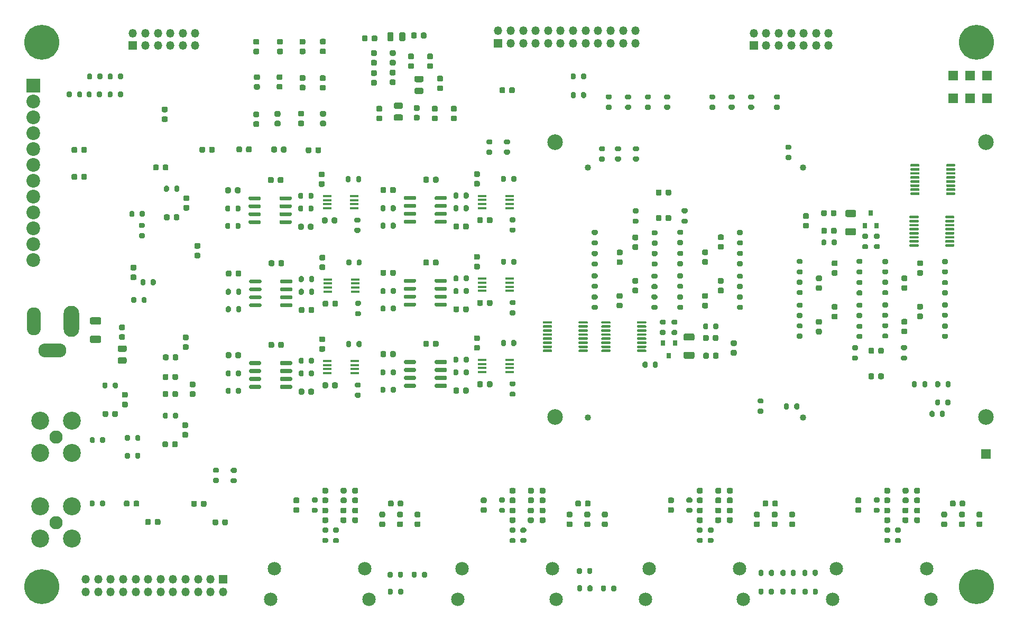
<source format=gbs>
G04 #@! TF.GenerationSoftware,KiCad,Pcbnew,(5.1.9-0-10_14)*
G04 #@! TF.CreationDate,2021-07-02T21:36:43-05:00*
G04 #@! TF.ProjectId,covg_daq_v2,636f7667-5f64-4617-915f-76322e6b6963,rev?*
G04 #@! TF.SameCoordinates,Original*
G04 #@! TF.FileFunction,Soldermask,Bot*
G04 #@! TF.FilePolarity,Negative*
%FSLAX46Y46*%
G04 Gerber Fmt 4.6, Leading zero omitted, Abs format (unit mm)*
G04 Created by KiCad (PCBNEW (5.1.9-0-10_14)) date 2021-07-02 21:36:43*
%MOMM*%
%LPD*%
G01*
G04 APERTURE LIST*
%ADD10C,2.500000*%
%ADD11C,1.016000*%
%ADD12C,2.153200*%
%ADD13O,1.350000X1.350000*%
%ADD14R,1.350000X1.350000*%
%ADD15O,4.500000X2.250000*%
%ADD16O,2.250000X4.500000*%
%ADD17O,2.500000X5.000000*%
%ADD18C,2.870200*%
%ADD19C,2.108200*%
%ADD20R,1.500000X1.500000*%
%ADD21R,0.800000X0.900000*%
%ADD22C,2.200000*%
%ADD23R,2.200000X2.200000*%
%ADD24R,1.450000X0.450000*%
%ADD25C,5.600000*%
G04 APERTURE END LIST*
D10*
X86184900Y75181100D03*
X86184900Y31181100D03*
X155184900Y31181100D03*
X155184900Y75181100D03*
D11*
X125923900Y31149100D03*
X91445900Y31149100D03*
X125923900Y71149100D03*
X91445900Y71149100D03*
D12*
X40650000Y1960000D03*
X56350000Y1960000D03*
X55750000Y6860000D03*
X41250000Y6860000D03*
G36*
G01*
X78836400Y83290600D02*
X78836400Y83790600D01*
G75*
G02*
X79061400Y84015600I225000J0D01*
G01*
X79511400Y84015600D01*
G75*
G02*
X79736400Y83790600I0J-225000D01*
G01*
X79736400Y83290600D01*
G75*
G02*
X79511400Y83065600I-225000J0D01*
G01*
X79061400Y83065600D01*
G75*
G02*
X78836400Y83290600I0J225000D01*
G01*
G37*
G36*
G01*
X77286400Y83290600D02*
X77286400Y83790600D01*
G75*
G02*
X77511400Y84015600I225000J0D01*
G01*
X77961400Y84015600D01*
G75*
G02*
X78186400Y83790600I0J-225000D01*
G01*
X78186400Y83290600D01*
G75*
G02*
X77961400Y83065600I-225000J0D01*
G01*
X77511400Y83065600D01*
G75*
G02*
X77286400Y83290600I0J225000D01*
G01*
G37*
G36*
G01*
X28655200Y57510800D02*
X29155200Y57510800D01*
G75*
G02*
X29380200Y57285800I0J-225000D01*
G01*
X29380200Y56835800D01*
G75*
G02*
X29155200Y56610800I-225000J0D01*
G01*
X28655200Y56610800D01*
G75*
G02*
X28430200Y56835800I0J225000D01*
G01*
X28430200Y57285800D01*
G75*
G02*
X28655200Y57510800I225000J0D01*
G01*
G37*
G36*
G01*
X28655200Y59060800D02*
X29155200Y59060800D01*
G75*
G02*
X29380200Y58835800I0J-225000D01*
G01*
X29380200Y58385800D01*
G75*
G02*
X29155200Y58160800I-225000J0D01*
G01*
X28655200Y58160800D01*
G75*
G02*
X28430200Y58385800I0J225000D01*
G01*
X28430200Y58835800D01*
G75*
G02*
X28655200Y59060800I225000J0D01*
G01*
G37*
G36*
G01*
X18039200Y17572800D02*
X18039200Y17072800D01*
G75*
G02*
X17814200Y16847800I-225000J0D01*
G01*
X17364200Y16847800D01*
G75*
G02*
X17139200Y17072800I0J225000D01*
G01*
X17139200Y17572800D01*
G75*
G02*
X17364200Y17797800I225000J0D01*
G01*
X17814200Y17797800D01*
G75*
G02*
X18039200Y17572800I0J-225000D01*
G01*
G37*
G36*
G01*
X19589200Y17572800D02*
X19589200Y17072800D01*
G75*
G02*
X19364200Y16847800I-225000J0D01*
G01*
X18914200Y16847800D01*
G75*
G02*
X18689200Y17072800I0J225000D01*
G01*
X18689200Y17572800D01*
G75*
G02*
X18914200Y17797800I225000J0D01*
G01*
X19364200Y17797800D01*
G75*
G02*
X19589200Y17572800I0J-225000D01*
G01*
G37*
G36*
G01*
X28808800Y17547400D02*
X28808800Y17047400D01*
G75*
G02*
X28583800Y16822400I-225000J0D01*
G01*
X28133800Y16822400D01*
G75*
G02*
X27908800Y17047400I0J225000D01*
G01*
X27908800Y17547400D01*
G75*
G02*
X28133800Y17772400I225000J0D01*
G01*
X28583800Y17772400D01*
G75*
G02*
X28808800Y17547400I0J-225000D01*
G01*
G37*
G36*
G01*
X30358800Y17547400D02*
X30358800Y17047400D01*
G75*
G02*
X30133800Y16822400I-225000J0D01*
G01*
X29683800Y16822400D01*
G75*
G02*
X29458800Y17047400I0J225000D01*
G01*
X29458800Y17547400D01*
G75*
G02*
X29683800Y17772400I225000J0D01*
G01*
X30133800Y17772400D01*
G75*
G02*
X30358800Y17547400I0J-225000D01*
G01*
G37*
G36*
G01*
X32237800Y14575600D02*
X32237800Y14075600D01*
G75*
G02*
X32012800Y13850600I-225000J0D01*
G01*
X31562800Y13850600D01*
G75*
G02*
X31337800Y14075600I0J225000D01*
G01*
X31337800Y14575600D01*
G75*
G02*
X31562800Y14800600I225000J0D01*
G01*
X32012800Y14800600D01*
G75*
G02*
X32237800Y14575600I0J-225000D01*
G01*
G37*
G36*
G01*
X33787800Y14575600D02*
X33787800Y14075600D01*
G75*
G02*
X33562800Y13850600I-225000J0D01*
G01*
X33112800Y13850600D01*
G75*
G02*
X32887800Y14075600I0J225000D01*
G01*
X32887800Y14575600D01*
G75*
G02*
X33112800Y14800600I225000J0D01*
G01*
X33562800Y14800600D01*
G75*
G02*
X33787800Y14575600I0J-225000D01*
G01*
G37*
G36*
G01*
X21442800Y14626400D02*
X21442800Y14126400D01*
G75*
G02*
X21217800Y13901400I-225000J0D01*
G01*
X20767800Y13901400D01*
G75*
G02*
X20542800Y14126400I0J225000D01*
G01*
X20542800Y14626400D01*
G75*
G02*
X20767800Y14851400I225000J0D01*
G01*
X21217800Y14851400D01*
G75*
G02*
X21442800Y14626400I0J-225000D01*
G01*
G37*
G36*
G01*
X22992800Y14626400D02*
X22992800Y14126400D01*
G75*
G02*
X22767800Y13901400I-225000J0D01*
G01*
X22317800Y13901400D01*
G75*
G02*
X22092800Y14126400I0J225000D01*
G01*
X22092800Y14626400D01*
G75*
G02*
X22317800Y14851400I225000J0D01*
G01*
X22767800Y14851400D01*
G75*
G02*
X22992800Y14626400I0J-225000D01*
G01*
G37*
D13*
X99077200Y93084400D03*
X99077200Y91084400D03*
X97077200Y93084400D03*
X97077200Y91084400D03*
X95077200Y93084400D03*
X95077200Y91084400D03*
X93077200Y93084400D03*
X93077200Y91084400D03*
X91077200Y93084400D03*
X91077200Y91084400D03*
X89077200Y93084400D03*
X89077200Y91084400D03*
X87077200Y93084400D03*
X87077200Y91084400D03*
X85077200Y93084400D03*
X85077200Y91084400D03*
X83077200Y93084400D03*
X83077200Y91084400D03*
X81077200Y93084400D03*
X81077200Y91084400D03*
X79077200Y93084400D03*
X79077200Y91084400D03*
X77077200Y93084400D03*
D14*
X77077200Y91084400D03*
D13*
X28570400Y92679400D03*
X28570400Y90679400D03*
X26570400Y92679400D03*
X26570400Y90679400D03*
X24570400Y92679400D03*
X24570400Y90679400D03*
X22570400Y92679400D03*
X22570400Y90679400D03*
X20570400Y92679400D03*
X20570400Y90679400D03*
X18570400Y92679400D03*
D14*
X18570400Y90679400D03*
G36*
G01*
X17334200Y41648800D02*
X16384200Y41648800D01*
G75*
G02*
X16134200Y41898800I0J250000D01*
G01*
X16134200Y42398800D01*
G75*
G02*
X16384200Y42648800I250000J0D01*
G01*
X17334200Y42648800D01*
G75*
G02*
X17584200Y42398800I0J-250000D01*
G01*
X17584200Y41898800D01*
G75*
G02*
X17334200Y41648800I-250000J0D01*
G01*
G37*
G36*
G01*
X17334200Y39748800D02*
X16384200Y39748800D01*
G75*
G02*
X16134200Y39998800I0J250000D01*
G01*
X16134200Y40498800D01*
G75*
G02*
X16384200Y40748800I250000J0D01*
G01*
X17334200Y40748800D01*
G75*
G02*
X17584200Y40498800I0J-250000D01*
G01*
X17584200Y39998800D01*
G75*
G02*
X17334200Y39748800I-250000J0D01*
G01*
G37*
G36*
G01*
X126626000Y3500800D02*
X126626000Y2950800D01*
G75*
G02*
X126426000Y2750800I-200000J0D01*
G01*
X126026000Y2750800D01*
G75*
G02*
X125826000Y2950800I0J200000D01*
G01*
X125826000Y3500800D01*
G75*
G02*
X126026000Y3700800I200000J0D01*
G01*
X126426000Y3700800D01*
G75*
G02*
X126626000Y3500800I0J-200000D01*
G01*
G37*
G36*
G01*
X128276000Y3500800D02*
X128276000Y2950800D01*
G75*
G02*
X128076000Y2750800I-200000J0D01*
G01*
X127676000Y2750800D01*
G75*
G02*
X127476000Y2950800I0J200000D01*
G01*
X127476000Y3500800D01*
G75*
G02*
X127676000Y3700800I200000J0D01*
G01*
X128076000Y3700800D01*
G75*
G02*
X128276000Y3500800I0J-200000D01*
G01*
G37*
G36*
G01*
X120430000Y2950800D02*
X120430000Y3500800D01*
G75*
G02*
X120630000Y3700800I200000J0D01*
G01*
X121030000Y3700800D01*
G75*
G02*
X121230000Y3500800I0J-200000D01*
G01*
X121230000Y2950800D01*
G75*
G02*
X121030000Y2750800I-200000J0D01*
G01*
X120630000Y2750800D01*
G75*
G02*
X120430000Y2950800I0J200000D01*
G01*
G37*
G36*
G01*
X118780000Y2950800D02*
X118780000Y3500800D01*
G75*
G02*
X118980000Y3700800I200000J0D01*
G01*
X119380000Y3700800D01*
G75*
G02*
X119580000Y3500800I0J-200000D01*
G01*
X119580000Y2950800D01*
G75*
G02*
X119380000Y2750800I-200000J0D01*
G01*
X118980000Y2750800D01*
G75*
G02*
X118780000Y2950800I0J200000D01*
G01*
G37*
G36*
G01*
X126600000Y6498000D02*
X126600000Y5948000D01*
G75*
G02*
X126400000Y5748000I-200000J0D01*
G01*
X126000000Y5748000D01*
G75*
G02*
X125800000Y5948000I0J200000D01*
G01*
X125800000Y6498000D01*
G75*
G02*
X126000000Y6698000I200000J0D01*
G01*
X126400000Y6698000D01*
G75*
G02*
X126600000Y6498000I0J-200000D01*
G01*
G37*
G36*
G01*
X128250000Y6498000D02*
X128250000Y5948000D01*
G75*
G02*
X128050000Y5748000I-200000J0D01*
G01*
X127650000Y5748000D01*
G75*
G02*
X127450000Y5948000I0J200000D01*
G01*
X127450000Y6498000D01*
G75*
G02*
X127650000Y6698000I200000J0D01*
G01*
X128050000Y6698000D01*
G75*
G02*
X128250000Y6498000I0J-200000D01*
G01*
G37*
G36*
G01*
X120440000Y5948000D02*
X120440000Y6498000D01*
G75*
G02*
X120640000Y6698000I200000J0D01*
G01*
X121040000Y6698000D01*
G75*
G02*
X121240000Y6498000I0J-200000D01*
G01*
X121240000Y5948000D01*
G75*
G02*
X121040000Y5748000I-200000J0D01*
G01*
X120640000Y5748000D01*
G75*
G02*
X120440000Y5948000I0J200000D01*
G01*
G37*
G36*
G01*
X118790000Y5948000D02*
X118790000Y6498000D01*
G75*
G02*
X118990000Y6698000I200000J0D01*
G01*
X119390000Y6698000D01*
G75*
G02*
X119590000Y6498000I0J-200000D01*
G01*
X119590000Y5948000D01*
G75*
G02*
X119390000Y5748000I-200000J0D01*
G01*
X118990000Y5748000D01*
G75*
G02*
X118790000Y5948000I0J200000D01*
G01*
G37*
G36*
G01*
X123103000Y3500800D02*
X123103000Y2950800D01*
G75*
G02*
X122903000Y2750800I-200000J0D01*
G01*
X122503000Y2750800D01*
G75*
G02*
X122303000Y2950800I0J200000D01*
G01*
X122303000Y3500800D01*
G75*
G02*
X122503000Y3700800I200000J0D01*
G01*
X122903000Y3700800D01*
G75*
G02*
X123103000Y3500800I0J-200000D01*
G01*
G37*
G36*
G01*
X124753000Y3500800D02*
X124753000Y2950800D01*
G75*
G02*
X124553000Y2750800I-200000J0D01*
G01*
X124153000Y2750800D01*
G75*
G02*
X123953000Y2950800I0J200000D01*
G01*
X123953000Y3500800D01*
G75*
G02*
X124153000Y3700800I200000J0D01*
G01*
X124553000Y3700800D01*
G75*
G02*
X124753000Y3500800I0J-200000D01*
G01*
G37*
G36*
G01*
X123945000Y5948000D02*
X123945000Y6498000D01*
G75*
G02*
X124145000Y6698000I200000J0D01*
G01*
X124545000Y6698000D01*
G75*
G02*
X124745000Y6498000I0J-200000D01*
G01*
X124745000Y5948000D01*
G75*
G02*
X124545000Y5748000I-200000J0D01*
G01*
X124145000Y5748000D01*
G75*
G02*
X123945000Y5948000I0J200000D01*
G01*
G37*
G36*
G01*
X122295000Y5948000D02*
X122295000Y6498000D01*
G75*
G02*
X122495000Y6698000I200000J0D01*
G01*
X122895000Y6698000D01*
G75*
G02*
X123095000Y6498000I0J-200000D01*
G01*
X123095000Y5948000D01*
G75*
G02*
X122895000Y5748000I-200000J0D01*
G01*
X122495000Y5748000D01*
G75*
G02*
X122295000Y5948000I0J200000D01*
G01*
G37*
G36*
G01*
X61029400Y5668600D02*
X61029400Y6218600D01*
G75*
G02*
X61229400Y6418600I200000J0D01*
G01*
X61629400Y6418600D01*
G75*
G02*
X61829400Y6218600I0J-200000D01*
G01*
X61829400Y5668600D01*
G75*
G02*
X61629400Y5468600I-200000J0D01*
G01*
X61229400Y5468600D01*
G75*
G02*
X61029400Y5668600I0J200000D01*
G01*
G37*
G36*
G01*
X59379400Y5668600D02*
X59379400Y6218600D01*
G75*
G02*
X59579400Y6418600I200000J0D01*
G01*
X59979400Y6418600D01*
G75*
G02*
X60179400Y6218600I0J-200000D01*
G01*
X60179400Y5668600D01*
G75*
G02*
X59979400Y5468600I-200000J0D01*
G01*
X59579400Y5468600D01*
G75*
G02*
X59379400Y5668600I0J200000D01*
G01*
G37*
G36*
G01*
X95192400Y3458800D02*
X95192400Y4008800D01*
G75*
G02*
X95392400Y4208800I200000J0D01*
G01*
X95792400Y4208800D01*
G75*
G02*
X95992400Y4008800I0J-200000D01*
G01*
X95992400Y3458800D01*
G75*
G02*
X95792400Y3258800I-200000J0D01*
G01*
X95392400Y3258800D01*
G75*
G02*
X95192400Y3458800I0J200000D01*
G01*
G37*
G36*
G01*
X93542400Y3458800D02*
X93542400Y4008800D01*
G75*
G02*
X93742400Y4208800I200000J0D01*
G01*
X94142400Y4208800D01*
G75*
G02*
X94342400Y4008800I0J-200000D01*
G01*
X94342400Y3458800D01*
G75*
G02*
X94142400Y3258800I-200000J0D01*
G01*
X93742400Y3258800D01*
G75*
G02*
X93542400Y3458800I0J200000D01*
G01*
G37*
G36*
G01*
X64864800Y5668600D02*
X64864800Y6218600D01*
G75*
G02*
X65064800Y6418600I200000J0D01*
G01*
X65464800Y6418600D01*
G75*
G02*
X65664800Y6218600I0J-200000D01*
G01*
X65664800Y5668600D01*
G75*
G02*
X65464800Y5468600I-200000J0D01*
G01*
X65064800Y5468600D01*
G75*
G02*
X64864800Y5668600I0J200000D01*
G01*
G37*
G36*
G01*
X63214800Y5668600D02*
X63214800Y6218600D01*
G75*
G02*
X63414800Y6418600I200000J0D01*
G01*
X63814800Y6418600D01*
G75*
G02*
X64014800Y6218600I0J-200000D01*
G01*
X64014800Y5668600D01*
G75*
G02*
X63814800Y5468600I-200000J0D01*
G01*
X63414800Y5468600D01*
G75*
G02*
X63214800Y5668600I0J200000D01*
G01*
G37*
G36*
G01*
X91382400Y3484200D02*
X91382400Y4034200D01*
G75*
G02*
X91582400Y4234200I200000J0D01*
G01*
X91982400Y4234200D01*
G75*
G02*
X92182400Y4034200I0J-200000D01*
G01*
X92182400Y3484200D01*
G75*
G02*
X91982400Y3284200I-200000J0D01*
G01*
X91582400Y3284200D01*
G75*
G02*
X91382400Y3484200I0J200000D01*
G01*
G37*
G36*
G01*
X89732400Y3484200D02*
X89732400Y4034200D01*
G75*
G02*
X89932400Y4234200I200000J0D01*
G01*
X90332400Y4234200D01*
G75*
G02*
X90532400Y4034200I0J-200000D01*
G01*
X90532400Y3484200D01*
G75*
G02*
X90332400Y3284200I-200000J0D01*
G01*
X89932400Y3284200D01*
G75*
G02*
X89732400Y3484200I0J200000D01*
G01*
G37*
G36*
G01*
X61054800Y2950800D02*
X61054800Y3500800D01*
G75*
G02*
X61254800Y3700800I200000J0D01*
G01*
X61654800Y3700800D01*
G75*
G02*
X61854800Y3500800I0J-200000D01*
G01*
X61854800Y2950800D01*
G75*
G02*
X61654800Y2750800I-200000J0D01*
G01*
X61254800Y2750800D01*
G75*
G02*
X61054800Y2950800I0J200000D01*
G01*
G37*
G36*
G01*
X59404800Y2950800D02*
X59404800Y3500800D01*
G75*
G02*
X59604800Y3700800I200000J0D01*
G01*
X60004800Y3700800D01*
G75*
G02*
X60204800Y3500800I0J-200000D01*
G01*
X60204800Y2950800D01*
G75*
G02*
X60004800Y2750800I-200000J0D01*
G01*
X59604800Y2750800D01*
G75*
G02*
X59404800Y2950800I0J200000D01*
G01*
G37*
G36*
G01*
X91331600Y6252800D02*
X91331600Y6802800D01*
G75*
G02*
X91531600Y7002800I200000J0D01*
G01*
X91931600Y7002800D01*
G75*
G02*
X92131600Y6802800I0J-200000D01*
G01*
X92131600Y6252800D01*
G75*
G02*
X91931600Y6052800I-200000J0D01*
G01*
X91531600Y6052800D01*
G75*
G02*
X91331600Y6252800I0J200000D01*
G01*
G37*
G36*
G01*
X89681600Y6252800D02*
X89681600Y6802800D01*
G75*
G02*
X89881600Y7002800I200000J0D01*
G01*
X90281600Y7002800D01*
G75*
G02*
X90481600Y6802800I0J-200000D01*
G01*
X90481600Y6252800D01*
G75*
G02*
X90281600Y6052800I-200000J0D01*
G01*
X89881600Y6052800D01*
G75*
G02*
X89681600Y6252800I0J200000D01*
G01*
G37*
G36*
G01*
X138790000Y51526800D02*
X139340000Y51526800D01*
G75*
G02*
X139540000Y51326800I0J-200000D01*
G01*
X139540000Y50926800D01*
G75*
G02*
X139340000Y50726800I-200000J0D01*
G01*
X138790000Y50726800D01*
G75*
G02*
X138590000Y50926800I0J200000D01*
G01*
X138590000Y51326800D01*
G75*
G02*
X138790000Y51526800I200000J0D01*
G01*
G37*
G36*
G01*
X138790000Y53176800D02*
X139340000Y53176800D01*
G75*
G02*
X139540000Y52976800I0J-200000D01*
G01*
X139540000Y52576800D01*
G75*
G02*
X139340000Y52376800I-200000J0D01*
G01*
X138790000Y52376800D01*
G75*
G02*
X138590000Y52576800I0J200000D01*
G01*
X138590000Y52976800D01*
G75*
G02*
X138790000Y53176800I200000J0D01*
G01*
G37*
G36*
G01*
X148366000Y51476000D02*
X148916000Y51476000D01*
G75*
G02*
X149116000Y51276000I0J-200000D01*
G01*
X149116000Y50876000D01*
G75*
G02*
X148916000Y50676000I-200000J0D01*
G01*
X148366000Y50676000D01*
G75*
G02*
X148166000Y50876000I0J200000D01*
G01*
X148166000Y51276000D01*
G75*
G02*
X148366000Y51476000I200000J0D01*
G01*
G37*
G36*
G01*
X148366000Y53126000D02*
X148916000Y53126000D01*
G75*
G02*
X149116000Y52926000I0J-200000D01*
G01*
X149116000Y52526000D01*
G75*
G02*
X148916000Y52326000I-200000J0D01*
G01*
X148366000Y52326000D01*
G75*
G02*
X148166000Y52526000I0J200000D01*
G01*
X148166000Y52926000D01*
G75*
G02*
X148366000Y53126000I200000J0D01*
G01*
G37*
G36*
G01*
X138790000Y54854200D02*
X139340000Y54854200D01*
G75*
G02*
X139540000Y54654200I0J-200000D01*
G01*
X139540000Y54254200D01*
G75*
G02*
X139340000Y54054200I-200000J0D01*
G01*
X138790000Y54054200D01*
G75*
G02*
X138590000Y54254200I0J200000D01*
G01*
X138590000Y54654200D01*
G75*
G02*
X138790000Y54854200I200000J0D01*
G01*
G37*
G36*
G01*
X138790000Y56504200D02*
X139340000Y56504200D01*
G75*
G02*
X139540000Y56304200I0J-200000D01*
G01*
X139540000Y55904200D01*
G75*
G02*
X139340000Y55704200I-200000J0D01*
G01*
X138790000Y55704200D01*
G75*
G02*
X138590000Y55904200I0J200000D01*
G01*
X138590000Y56304200D01*
G75*
G02*
X138790000Y56504200I200000J0D01*
G01*
G37*
G36*
G01*
X148366000Y54854200D02*
X148916000Y54854200D01*
G75*
G02*
X149116000Y54654200I0J-200000D01*
G01*
X149116000Y54254200D01*
G75*
G02*
X148916000Y54054200I-200000J0D01*
G01*
X148366000Y54054200D01*
G75*
G02*
X148166000Y54254200I0J200000D01*
G01*
X148166000Y54654200D01*
G75*
G02*
X148366000Y54854200I200000J0D01*
G01*
G37*
G36*
G01*
X148366000Y56504200D02*
X148916000Y56504200D01*
G75*
G02*
X149116000Y56304200I0J-200000D01*
G01*
X149116000Y55904200D01*
G75*
G02*
X148916000Y55704200I-200000J0D01*
G01*
X148366000Y55704200D01*
G75*
G02*
X148166000Y55904200I0J200000D01*
G01*
X148166000Y56304200D01*
G75*
G02*
X148366000Y56504200I200000J0D01*
G01*
G37*
G36*
G01*
X138778000Y44571000D02*
X139328000Y44571000D01*
G75*
G02*
X139528000Y44371000I0J-200000D01*
G01*
X139528000Y43971000D01*
G75*
G02*
X139328000Y43771000I-200000J0D01*
G01*
X138778000Y43771000D01*
G75*
G02*
X138578000Y43971000I0J200000D01*
G01*
X138578000Y44371000D01*
G75*
G02*
X138778000Y44571000I200000J0D01*
G01*
G37*
G36*
G01*
X138778000Y46221000D02*
X139328000Y46221000D01*
G75*
G02*
X139528000Y46021000I0J-200000D01*
G01*
X139528000Y45621000D01*
G75*
G02*
X139328000Y45421000I-200000J0D01*
G01*
X138778000Y45421000D01*
G75*
G02*
X138578000Y45621000I0J200000D01*
G01*
X138578000Y46021000D01*
G75*
G02*
X138778000Y46221000I200000J0D01*
G01*
G37*
G36*
G01*
X148354000Y44520200D02*
X148904000Y44520200D01*
G75*
G02*
X149104000Y44320200I0J-200000D01*
G01*
X149104000Y43920200D01*
G75*
G02*
X148904000Y43720200I-200000J0D01*
G01*
X148354000Y43720200D01*
G75*
G02*
X148154000Y43920200I0J200000D01*
G01*
X148154000Y44320200D01*
G75*
G02*
X148354000Y44520200I200000J0D01*
G01*
G37*
G36*
G01*
X148354000Y46170200D02*
X148904000Y46170200D01*
G75*
G02*
X149104000Y45970200I0J-200000D01*
G01*
X149104000Y45570200D01*
G75*
G02*
X148904000Y45370200I-200000J0D01*
G01*
X148354000Y45370200D01*
G75*
G02*
X148154000Y45570200I0J200000D01*
G01*
X148154000Y45970200D01*
G75*
G02*
X148354000Y46170200I200000J0D01*
G01*
G37*
G36*
G01*
X138778000Y47898400D02*
X139328000Y47898400D01*
G75*
G02*
X139528000Y47698400I0J-200000D01*
G01*
X139528000Y47298400D01*
G75*
G02*
X139328000Y47098400I-200000J0D01*
G01*
X138778000Y47098400D01*
G75*
G02*
X138578000Y47298400I0J200000D01*
G01*
X138578000Y47698400D01*
G75*
G02*
X138778000Y47898400I200000J0D01*
G01*
G37*
G36*
G01*
X138778000Y49548400D02*
X139328000Y49548400D01*
G75*
G02*
X139528000Y49348400I0J-200000D01*
G01*
X139528000Y48948400D01*
G75*
G02*
X139328000Y48748400I-200000J0D01*
G01*
X138778000Y48748400D01*
G75*
G02*
X138578000Y48948400I0J200000D01*
G01*
X138578000Y49348400D01*
G75*
G02*
X138778000Y49548400I200000J0D01*
G01*
G37*
G36*
G01*
X148354000Y47898400D02*
X148904000Y47898400D01*
G75*
G02*
X149104000Y47698400I0J-200000D01*
G01*
X149104000Y47298400D01*
G75*
G02*
X148904000Y47098400I-200000J0D01*
G01*
X148354000Y47098400D01*
G75*
G02*
X148154000Y47298400I0J200000D01*
G01*
X148154000Y47698400D01*
G75*
G02*
X148354000Y47898400I200000J0D01*
G01*
G37*
G36*
G01*
X148354000Y49548400D02*
X148904000Y49548400D01*
G75*
G02*
X149104000Y49348400I0J-200000D01*
G01*
X149104000Y48948400D01*
G75*
G02*
X148904000Y48748400I-200000J0D01*
G01*
X148354000Y48748400D01*
G75*
G02*
X148154000Y48948400I0J200000D01*
G01*
X148154000Y49348400D01*
G75*
G02*
X148354000Y49548400I200000J0D01*
G01*
G37*
G36*
G01*
X125093000Y44536800D02*
X125643000Y44536800D01*
G75*
G02*
X125843000Y44336800I0J-200000D01*
G01*
X125843000Y43936800D01*
G75*
G02*
X125643000Y43736800I-200000J0D01*
G01*
X125093000Y43736800D01*
G75*
G02*
X124893000Y43936800I0J200000D01*
G01*
X124893000Y44336800D01*
G75*
G02*
X125093000Y44536800I200000J0D01*
G01*
G37*
G36*
G01*
X125093000Y46186800D02*
X125643000Y46186800D01*
G75*
G02*
X125843000Y45986800I0J-200000D01*
G01*
X125843000Y45586800D01*
G75*
G02*
X125643000Y45386800I-200000J0D01*
G01*
X125093000Y45386800D01*
G75*
G02*
X124893000Y45586800I0J200000D01*
G01*
X124893000Y45986800D01*
G75*
G02*
X125093000Y46186800I200000J0D01*
G01*
G37*
G36*
G01*
X134669000Y44486000D02*
X135219000Y44486000D01*
G75*
G02*
X135419000Y44286000I0J-200000D01*
G01*
X135419000Y43886000D01*
G75*
G02*
X135219000Y43686000I-200000J0D01*
G01*
X134669000Y43686000D01*
G75*
G02*
X134469000Y43886000I0J200000D01*
G01*
X134469000Y44286000D01*
G75*
G02*
X134669000Y44486000I200000J0D01*
G01*
G37*
G36*
G01*
X134669000Y46136000D02*
X135219000Y46136000D01*
G75*
G02*
X135419000Y45936000I0J-200000D01*
G01*
X135419000Y45536000D01*
G75*
G02*
X135219000Y45336000I-200000J0D01*
G01*
X134669000Y45336000D01*
G75*
G02*
X134469000Y45536000I0J200000D01*
G01*
X134469000Y45936000D01*
G75*
G02*
X134669000Y46136000I200000J0D01*
G01*
G37*
G36*
G01*
X125093000Y47864200D02*
X125643000Y47864200D01*
G75*
G02*
X125843000Y47664200I0J-200000D01*
G01*
X125843000Y47264200D01*
G75*
G02*
X125643000Y47064200I-200000J0D01*
G01*
X125093000Y47064200D01*
G75*
G02*
X124893000Y47264200I0J200000D01*
G01*
X124893000Y47664200D01*
G75*
G02*
X125093000Y47864200I200000J0D01*
G01*
G37*
G36*
G01*
X125093000Y49514200D02*
X125643000Y49514200D01*
G75*
G02*
X125843000Y49314200I0J-200000D01*
G01*
X125843000Y48914200D01*
G75*
G02*
X125643000Y48714200I-200000J0D01*
G01*
X125093000Y48714200D01*
G75*
G02*
X124893000Y48914200I0J200000D01*
G01*
X124893000Y49314200D01*
G75*
G02*
X125093000Y49514200I200000J0D01*
G01*
G37*
G36*
G01*
X134669000Y47864200D02*
X135219000Y47864200D01*
G75*
G02*
X135419000Y47664200I0J-200000D01*
G01*
X135419000Y47264200D01*
G75*
G02*
X135219000Y47064200I-200000J0D01*
G01*
X134669000Y47064200D01*
G75*
G02*
X134469000Y47264200I0J200000D01*
G01*
X134469000Y47664200D01*
G75*
G02*
X134669000Y47864200I200000J0D01*
G01*
G37*
G36*
G01*
X134669000Y49514200D02*
X135219000Y49514200D01*
G75*
G02*
X135419000Y49314200I0J-200000D01*
G01*
X135419000Y48914200D01*
G75*
G02*
X135219000Y48714200I-200000J0D01*
G01*
X134669000Y48714200D01*
G75*
G02*
X134469000Y48914200I0J200000D01*
G01*
X134469000Y49314200D01*
G75*
G02*
X134669000Y49514200I200000J0D01*
G01*
G37*
G36*
G01*
X125101000Y51528800D02*
X125651000Y51528800D01*
G75*
G02*
X125851000Y51328800I0J-200000D01*
G01*
X125851000Y50928800D01*
G75*
G02*
X125651000Y50728800I-200000J0D01*
G01*
X125101000Y50728800D01*
G75*
G02*
X124901000Y50928800I0J200000D01*
G01*
X124901000Y51328800D01*
G75*
G02*
X125101000Y51528800I200000J0D01*
G01*
G37*
G36*
G01*
X125101000Y53178800D02*
X125651000Y53178800D01*
G75*
G02*
X125851000Y52978800I0J-200000D01*
G01*
X125851000Y52578800D01*
G75*
G02*
X125651000Y52378800I-200000J0D01*
G01*
X125101000Y52378800D01*
G75*
G02*
X124901000Y52578800I0J200000D01*
G01*
X124901000Y52978800D01*
G75*
G02*
X125101000Y53178800I200000J0D01*
G01*
G37*
G36*
G01*
X134677000Y51478000D02*
X135227000Y51478000D01*
G75*
G02*
X135427000Y51278000I0J-200000D01*
G01*
X135427000Y50878000D01*
G75*
G02*
X135227000Y50678000I-200000J0D01*
G01*
X134677000Y50678000D01*
G75*
G02*
X134477000Y50878000I0J200000D01*
G01*
X134477000Y51278000D01*
G75*
G02*
X134677000Y51478000I200000J0D01*
G01*
G37*
G36*
G01*
X134677000Y53128000D02*
X135227000Y53128000D01*
G75*
G02*
X135427000Y52928000I0J-200000D01*
G01*
X135427000Y52528000D01*
G75*
G02*
X135227000Y52328000I-200000J0D01*
G01*
X134677000Y52328000D01*
G75*
G02*
X134477000Y52528000I0J200000D01*
G01*
X134477000Y52928000D01*
G75*
G02*
X134677000Y53128000I200000J0D01*
G01*
G37*
G36*
G01*
X125101000Y54856200D02*
X125651000Y54856200D01*
G75*
G02*
X125851000Y54656200I0J-200000D01*
G01*
X125851000Y54256200D01*
G75*
G02*
X125651000Y54056200I-200000J0D01*
G01*
X125101000Y54056200D01*
G75*
G02*
X124901000Y54256200I0J200000D01*
G01*
X124901000Y54656200D01*
G75*
G02*
X125101000Y54856200I200000J0D01*
G01*
G37*
G36*
G01*
X125101000Y56506200D02*
X125651000Y56506200D01*
G75*
G02*
X125851000Y56306200I0J-200000D01*
G01*
X125851000Y55906200D01*
G75*
G02*
X125651000Y55706200I-200000J0D01*
G01*
X125101000Y55706200D01*
G75*
G02*
X124901000Y55906200I0J200000D01*
G01*
X124901000Y56306200D01*
G75*
G02*
X125101000Y56506200I200000J0D01*
G01*
G37*
G36*
G01*
X134677000Y54856200D02*
X135227000Y54856200D01*
G75*
G02*
X135427000Y54656200I0J-200000D01*
G01*
X135427000Y54256200D01*
G75*
G02*
X135227000Y54056200I-200000J0D01*
G01*
X134677000Y54056200D01*
G75*
G02*
X134477000Y54256200I0J200000D01*
G01*
X134477000Y54656200D01*
G75*
G02*
X134677000Y54856200I200000J0D01*
G01*
G37*
G36*
G01*
X134677000Y56506200D02*
X135227000Y56506200D01*
G75*
G02*
X135427000Y56306200I0J-200000D01*
G01*
X135427000Y55906200D01*
G75*
G02*
X135227000Y55706200I-200000J0D01*
G01*
X134677000Y55706200D01*
G75*
G02*
X134477000Y55906200I0J200000D01*
G01*
X134477000Y56306200D01*
G75*
G02*
X134677000Y56506200I200000J0D01*
G01*
G37*
G36*
G01*
X116083000Y60333800D02*
X115533000Y60333800D01*
G75*
G02*
X115333000Y60533800I0J200000D01*
G01*
X115333000Y60933800D01*
G75*
G02*
X115533000Y61133800I200000J0D01*
G01*
X116083000Y61133800D01*
G75*
G02*
X116283000Y60933800I0J-200000D01*
G01*
X116283000Y60533800D01*
G75*
G02*
X116083000Y60333800I-200000J0D01*
G01*
G37*
G36*
G01*
X116083000Y58683800D02*
X115533000Y58683800D01*
G75*
G02*
X115333000Y58883800I0J200000D01*
G01*
X115333000Y59283800D01*
G75*
G02*
X115533000Y59483800I200000J0D01*
G01*
X116083000Y59483800D01*
G75*
G02*
X116283000Y59283800I0J-200000D01*
G01*
X116283000Y58883800D01*
G75*
G02*
X116083000Y58683800I-200000J0D01*
G01*
G37*
G36*
G01*
X106507000Y60384600D02*
X105957000Y60384600D01*
G75*
G02*
X105757000Y60584600I0J200000D01*
G01*
X105757000Y60984600D01*
G75*
G02*
X105957000Y61184600I200000J0D01*
G01*
X106507000Y61184600D01*
G75*
G02*
X106707000Y60984600I0J-200000D01*
G01*
X106707000Y60584600D01*
G75*
G02*
X106507000Y60384600I-200000J0D01*
G01*
G37*
G36*
G01*
X106507000Y58734600D02*
X105957000Y58734600D01*
G75*
G02*
X105757000Y58934600I0J200000D01*
G01*
X105757000Y59334600D01*
G75*
G02*
X105957000Y59534600I200000J0D01*
G01*
X106507000Y59534600D01*
G75*
G02*
X106707000Y59334600I0J-200000D01*
G01*
X106707000Y58934600D01*
G75*
G02*
X106507000Y58734600I-200000J0D01*
G01*
G37*
G36*
G01*
X116075000Y53341800D02*
X115525000Y53341800D01*
G75*
G02*
X115325000Y53541800I0J200000D01*
G01*
X115325000Y53941800D01*
G75*
G02*
X115525000Y54141800I200000J0D01*
G01*
X116075000Y54141800D01*
G75*
G02*
X116275000Y53941800I0J-200000D01*
G01*
X116275000Y53541800D01*
G75*
G02*
X116075000Y53341800I-200000J0D01*
G01*
G37*
G36*
G01*
X116075000Y51691800D02*
X115525000Y51691800D01*
G75*
G02*
X115325000Y51891800I0J200000D01*
G01*
X115325000Y52291800D01*
G75*
G02*
X115525000Y52491800I200000J0D01*
G01*
X116075000Y52491800D01*
G75*
G02*
X116275000Y52291800I0J-200000D01*
G01*
X116275000Y51891800D01*
G75*
G02*
X116075000Y51691800I-200000J0D01*
G01*
G37*
G36*
G01*
X106499000Y53392600D02*
X105949000Y53392600D01*
G75*
G02*
X105749000Y53592600I0J200000D01*
G01*
X105749000Y53992600D01*
G75*
G02*
X105949000Y54192600I200000J0D01*
G01*
X106499000Y54192600D01*
G75*
G02*
X106699000Y53992600I0J-200000D01*
G01*
X106699000Y53592600D01*
G75*
G02*
X106499000Y53392600I-200000J0D01*
G01*
G37*
G36*
G01*
X106499000Y51742600D02*
X105949000Y51742600D01*
G75*
G02*
X105749000Y51942600I0J200000D01*
G01*
X105749000Y52342600D01*
G75*
G02*
X105949000Y52542600I200000J0D01*
G01*
X106499000Y52542600D01*
G75*
G02*
X106699000Y52342600I0J-200000D01*
G01*
X106699000Y51942600D01*
G75*
G02*
X106499000Y51742600I-200000J0D01*
G01*
G37*
G36*
G01*
X116083000Y57006400D02*
X115533000Y57006400D01*
G75*
G02*
X115333000Y57206400I0J200000D01*
G01*
X115333000Y57606400D01*
G75*
G02*
X115533000Y57806400I200000J0D01*
G01*
X116083000Y57806400D01*
G75*
G02*
X116283000Y57606400I0J-200000D01*
G01*
X116283000Y57206400D01*
G75*
G02*
X116083000Y57006400I-200000J0D01*
G01*
G37*
G36*
G01*
X116083000Y55356400D02*
X115533000Y55356400D01*
G75*
G02*
X115333000Y55556400I0J200000D01*
G01*
X115333000Y55956400D01*
G75*
G02*
X115533000Y56156400I200000J0D01*
G01*
X116083000Y56156400D01*
G75*
G02*
X116283000Y55956400I0J-200000D01*
G01*
X116283000Y55556400D01*
G75*
G02*
X116083000Y55356400I-200000J0D01*
G01*
G37*
G36*
G01*
X106507000Y57006400D02*
X105957000Y57006400D01*
G75*
G02*
X105757000Y57206400I0J200000D01*
G01*
X105757000Y57606400D01*
G75*
G02*
X105957000Y57806400I200000J0D01*
G01*
X106507000Y57806400D01*
G75*
G02*
X106707000Y57606400I0J-200000D01*
G01*
X106707000Y57206400D01*
G75*
G02*
X106507000Y57006400I-200000J0D01*
G01*
G37*
G36*
G01*
X106507000Y55356400D02*
X105957000Y55356400D01*
G75*
G02*
X105757000Y55556400I0J200000D01*
G01*
X105757000Y55956400D01*
G75*
G02*
X105957000Y56156400I200000J0D01*
G01*
X106507000Y56156400D01*
G75*
G02*
X106707000Y55956400I0J-200000D01*
G01*
X106707000Y55556400D01*
G75*
G02*
X106507000Y55356400I-200000J0D01*
G01*
G37*
G36*
G01*
X116075000Y50014400D02*
X115525000Y50014400D01*
G75*
G02*
X115325000Y50214400I0J200000D01*
G01*
X115325000Y50614400D01*
G75*
G02*
X115525000Y50814400I200000J0D01*
G01*
X116075000Y50814400D01*
G75*
G02*
X116275000Y50614400I0J-200000D01*
G01*
X116275000Y50214400D01*
G75*
G02*
X116075000Y50014400I-200000J0D01*
G01*
G37*
G36*
G01*
X116075000Y48364400D02*
X115525000Y48364400D01*
G75*
G02*
X115325000Y48564400I0J200000D01*
G01*
X115325000Y48964400D01*
G75*
G02*
X115525000Y49164400I200000J0D01*
G01*
X116075000Y49164400D01*
G75*
G02*
X116275000Y48964400I0J-200000D01*
G01*
X116275000Y48564400D01*
G75*
G02*
X116075000Y48364400I-200000J0D01*
G01*
G37*
G36*
G01*
X106499000Y50014400D02*
X105949000Y50014400D01*
G75*
G02*
X105749000Y50214400I0J200000D01*
G01*
X105749000Y50614400D01*
G75*
G02*
X105949000Y50814400I200000J0D01*
G01*
X106499000Y50814400D01*
G75*
G02*
X106699000Y50614400I0J-200000D01*
G01*
X106699000Y50214400D01*
G75*
G02*
X106499000Y50014400I-200000J0D01*
G01*
G37*
G36*
G01*
X106499000Y48364400D02*
X105949000Y48364400D01*
G75*
G02*
X105749000Y48564400I0J200000D01*
G01*
X105749000Y48964400D01*
G75*
G02*
X105949000Y49164400I200000J0D01*
G01*
X106499000Y49164400D01*
G75*
G02*
X106699000Y48964400I0J-200000D01*
G01*
X106699000Y48564400D01*
G75*
G02*
X106499000Y48364400I-200000J0D01*
G01*
G37*
G36*
G01*
X102385400Y53343800D02*
X101835400Y53343800D01*
G75*
G02*
X101635400Y53543800I0J200000D01*
G01*
X101635400Y53943800D01*
G75*
G02*
X101835400Y54143800I200000J0D01*
G01*
X102385400Y54143800D01*
G75*
G02*
X102585400Y53943800I0J-200000D01*
G01*
X102585400Y53543800D01*
G75*
G02*
X102385400Y53343800I-200000J0D01*
G01*
G37*
G36*
G01*
X102385400Y51693800D02*
X101835400Y51693800D01*
G75*
G02*
X101635400Y51893800I0J200000D01*
G01*
X101635400Y52293800D01*
G75*
G02*
X101835400Y52493800I200000J0D01*
G01*
X102385400Y52493800D01*
G75*
G02*
X102585400Y52293800I0J-200000D01*
G01*
X102585400Y51893800D01*
G75*
G02*
X102385400Y51693800I-200000J0D01*
G01*
G37*
G36*
G01*
X92809400Y53394600D02*
X92259400Y53394600D01*
G75*
G02*
X92059400Y53594600I0J200000D01*
G01*
X92059400Y53994600D01*
G75*
G02*
X92259400Y54194600I200000J0D01*
G01*
X92809400Y54194600D01*
G75*
G02*
X93009400Y53994600I0J-200000D01*
G01*
X93009400Y53594600D01*
G75*
G02*
X92809400Y53394600I-200000J0D01*
G01*
G37*
G36*
G01*
X92809400Y51744600D02*
X92259400Y51744600D01*
G75*
G02*
X92059400Y51944600I0J200000D01*
G01*
X92059400Y52344600D01*
G75*
G02*
X92259400Y52544600I200000J0D01*
G01*
X92809400Y52544600D01*
G75*
G02*
X93009400Y52344600I0J-200000D01*
G01*
X93009400Y51944600D01*
G75*
G02*
X92809400Y51744600I-200000J0D01*
G01*
G37*
G36*
G01*
X102397600Y60299600D02*
X101847600Y60299600D01*
G75*
G02*
X101647600Y60499600I0J200000D01*
G01*
X101647600Y60899600D01*
G75*
G02*
X101847600Y61099600I200000J0D01*
G01*
X102397600Y61099600D01*
G75*
G02*
X102597600Y60899600I0J-200000D01*
G01*
X102597600Y60499600D01*
G75*
G02*
X102397600Y60299600I-200000J0D01*
G01*
G37*
G36*
G01*
X102397600Y58649600D02*
X101847600Y58649600D01*
G75*
G02*
X101647600Y58849600I0J200000D01*
G01*
X101647600Y59249600D01*
G75*
G02*
X101847600Y59449600I200000J0D01*
G01*
X102397600Y59449600D01*
G75*
G02*
X102597600Y59249600I0J-200000D01*
G01*
X102597600Y58849600D01*
G75*
G02*
X102397600Y58649600I-200000J0D01*
G01*
G37*
G36*
G01*
X92821600Y60350400D02*
X92271600Y60350400D01*
G75*
G02*
X92071600Y60550400I0J200000D01*
G01*
X92071600Y60950400D01*
G75*
G02*
X92271600Y61150400I200000J0D01*
G01*
X92821600Y61150400D01*
G75*
G02*
X93021600Y60950400I0J-200000D01*
G01*
X93021600Y60550400D01*
G75*
G02*
X92821600Y60350400I-200000J0D01*
G01*
G37*
G36*
G01*
X92821600Y58700400D02*
X92271600Y58700400D01*
G75*
G02*
X92071600Y58900400I0J200000D01*
G01*
X92071600Y59300400D01*
G75*
G02*
X92271600Y59500400I200000J0D01*
G01*
X92821600Y59500400D01*
G75*
G02*
X93021600Y59300400I0J-200000D01*
G01*
X93021600Y58900400D01*
G75*
G02*
X92821600Y58700400I-200000J0D01*
G01*
G37*
G36*
G01*
X102385400Y50016400D02*
X101835400Y50016400D01*
G75*
G02*
X101635400Y50216400I0J200000D01*
G01*
X101635400Y50616400D01*
G75*
G02*
X101835400Y50816400I200000J0D01*
G01*
X102385400Y50816400D01*
G75*
G02*
X102585400Y50616400I0J-200000D01*
G01*
X102585400Y50216400D01*
G75*
G02*
X102385400Y50016400I-200000J0D01*
G01*
G37*
G36*
G01*
X102385400Y48366400D02*
X101835400Y48366400D01*
G75*
G02*
X101635400Y48566400I0J200000D01*
G01*
X101635400Y48966400D01*
G75*
G02*
X101835400Y49166400I200000J0D01*
G01*
X102385400Y49166400D01*
G75*
G02*
X102585400Y48966400I0J-200000D01*
G01*
X102585400Y48566400D01*
G75*
G02*
X102385400Y48366400I-200000J0D01*
G01*
G37*
G36*
G01*
X92809400Y50016400D02*
X92259400Y50016400D01*
G75*
G02*
X92059400Y50216400I0J200000D01*
G01*
X92059400Y50616400D01*
G75*
G02*
X92259400Y50816400I200000J0D01*
G01*
X92809400Y50816400D01*
G75*
G02*
X93009400Y50616400I0J-200000D01*
G01*
X93009400Y50216400D01*
G75*
G02*
X92809400Y50016400I-200000J0D01*
G01*
G37*
G36*
G01*
X92809400Y48366400D02*
X92259400Y48366400D01*
G75*
G02*
X92059400Y48566400I0J200000D01*
G01*
X92059400Y48966400D01*
G75*
G02*
X92259400Y49166400I200000J0D01*
G01*
X92809400Y49166400D01*
G75*
G02*
X93009400Y48966400I0J-200000D01*
G01*
X93009400Y48566400D01*
G75*
G02*
X92809400Y48366400I-200000J0D01*
G01*
G37*
G36*
G01*
X102397600Y56972200D02*
X101847600Y56972200D01*
G75*
G02*
X101647600Y57172200I0J200000D01*
G01*
X101647600Y57572200D01*
G75*
G02*
X101847600Y57772200I200000J0D01*
G01*
X102397600Y57772200D01*
G75*
G02*
X102597600Y57572200I0J-200000D01*
G01*
X102597600Y57172200D01*
G75*
G02*
X102397600Y56972200I-200000J0D01*
G01*
G37*
G36*
G01*
X102397600Y55322200D02*
X101847600Y55322200D01*
G75*
G02*
X101647600Y55522200I0J200000D01*
G01*
X101647600Y55922200D01*
G75*
G02*
X101847600Y56122200I200000J0D01*
G01*
X102397600Y56122200D01*
G75*
G02*
X102597600Y55922200I0J-200000D01*
G01*
X102597600Y55522200D01*
G75*
G02*
X102397600Y55322200I-200000J0D01*
G01*
G37*
G36*
G01*
X92821600Y56972200D02*
X92271600Y56972200D01*
G75*
G02*
X92071600Y57172200I0J200000D01*
G01*
X92071600Y57572200D01*
G75*
G02*
X92271600Y57772200I200000J0D01*
G01*
X92821600Y57772200D01*
G75*
G02*
X93021600Y57572200I0J-200000D01*
G01*
X93021600Y57172200D01*
G75*
G02*
X92821600Y56972200I-200000J0D01*
G01*
G37*
G36*
G01*
X92821600Y55322200D02*
X92271600Y55322200D01*
G75*
G02*
X92071600Y55522200I0J200000D01*
G01*
X92071600Y55922200D01*
G75*
G02*
X92271600Y56122200I200000J0D01*
G01*
X92821600Y56122200D01*
G75*
G02*
X93021600Y55922200I0J-200000D01*
G01*
X93021600Y55522200D01*
G75*
G02*
X92821600Y55322200I-200000J0D01*
G01*
G37*
G36*
G01*
X128691000Y45972600D02*
X128191000Y45972600D01*
G75*
G02*
X127966000Y46197600I0J225000D01*
G01*
X127966000Y46647600D01*
G75*
G02*
X128191000Y46872600I225000J0D01*
G01*
X128691000Y46872600D01*
G75*
G02*
X128916000Y46647600I0J-225000D01*
G01*
X128916000Y46197600D01*
G75*
G02*
X128691000Y45972600I-225000J0D01*
G01*
G37*
G36*
G01*
X128691000Y44422600D02*
X128191000Y44422600D01*
G75*
G02*
X127966000Y44647600I0J225000D01*
G01*
X127966000Y45097600D01*
G75*
G02*
X128191000Y45322600I225000J0D01*
G01*
X128691000Y45322600D01*
G75*
G02*
X128916000Y45097600I0J-225000D01*
G01*
X128916000Y44647600D01*
G75*
G02*
X128691000Y44422600I-225000J0D01*
G01*
G37*
G36*
G01*
X131206000Y48385600D02*
X130706000Y48385600D01*
G75*
G02*
X130481000Y48610600I0J225000D01*
G01*
X130481000Y49060600D01*
G75*
G02*
X130706000Y49285600I225000J0D01*
G01*
X131206000Y49285600D01*
G75*
G02*
X131431000Y49060600I0J-225000D01*
G01*
X131431000Y48610600D01*
G75*
G02*
X131206000Y48385600I-225000J0D01*
G01*
G37*
G36*
G01*
X131206000Y46835600D02*
X130706000Y46835600D01*
G75*
G02*
X130481000Y47060600I0J225000D01*
G01*
X130481000Y47510600D01*
G75*
G02*
X130706000Y47735600I225000J0D01*
G01*
X131206000Y47735600D01*
G75*
G02*
X131431000Y47510600I0J-225000D01*
G01*
X131431000Y47060600D01*
G75*
G02*
X131206000Y46835600I-225000J0D01*
G01*
G37*
G36*
G01*
X128699000Y52964600D02*
X128199000Y52964600D01*
G75*
G02*
X127974000Y53189600I0J225000D01*
G01*
X127974000Y53639600D01*
G75*
G02*
X128199000Y53864600I225000J0D01*
G01*
X128699000Y53864600D01*
G75*
G02*
X128924000Y53639600I0J-225000D01*
G01*
X128924000Y53189600D01*
G75*
G02*
X128699000Y52964600I-225000J0D01*
G01*
G37*
G36*
G01*
X128699000Y51414600D02*
X128199000Y51414600D01*
G75*
G02*
X127974000Y51639600I0J225000D01*
G01*
X127974000Y52089600D01*
G75*
G02*
X128199000Y52314600I225000J0D01*
G01*
X128699000Y52314600D01*
G75*
G02*
X128924000Y52089600I0J-225000D01*
G01*
X128924000Y51639600D01*
G75*
G02*
X128699000Y51414600I-225000J0D01*
G01*
G37*
G36*
G01*
X131214000Y55377600D02*
X130714000Y55377600D01*
G75*
G02*
X130489000Y55602600I0J225000D01*
G01*
X130489000Y56052600D01*
G75*
G02*
X130714000Y56277600I225000J0D01*
G01*
X131214000Y56277600D01*
G75*
G02*
X131439000Y56052600I0J-225000D01*
G01*
X131439000Y55602600D01*
G75*
G02*
X131214000Y55377600I-225000J0D01*
G01*
G37*
G36*
G01*
X131214000Y53827600D02*
X130714000Y53827600D01*
G75*
G02*
X130489000Y54052600I0J225000D01*
G01*
X130489000Y54502600D01*
G75*
G02*
X130714000Y54727600I225000J0D01*
G01*
X131214000Y54727600D01*
G75*
G02*
X131439000Y54502600I0J-225000D01*
G01*
X131439000Y54052600D01*
G75*
G02*
X131214000Y53827600I-225000J0D01*
G01*
G37*
G36*
G01*
X142388000Y52962600D02*
X141888000Y52962600D01*
G75*
G02*
X141663000Y53187600I0J225000D01*
G01*
X141663000Y53637600D01*
G75*
G02*
X141888000Y53862600I225000J0D01*
G01*
X142388000Y53862600D01*
G75*
G02*
X142613000Y53637600I0J-225000D01*
G01*
X142613000Y53187600D01*
G75*
G02*
X142388000Y52962600I-225000J0D01*
G01*
G37*
G36*
G01*
X142388000Y51412600D02*
X141888000Y51412600D01*
G75*
G02*
X141663000Y51637600I0J225000D01*
G01*
X141663000Y52087600D01*
G75*
G02*
X141888000Y52312600I225000J0D01*
G01*
X142388000Y52312600D01*
G75*
G02*
X142613000Y52087600I0J-225000D01*
G01*
X142613000Y51637600D01*
G75*
G02*
X142388000Y51412600I-225000J0D01*
G01*
G37*
G36*
G01*
X144903000Y55375600D02*
X144403000Y55375600D01*
G75*
G02*
X144178000Y55600600I0J225000D01*
G01*
X144178000Y56050600D01*
G75*
G02*
X144403000Y56275600I225000J0D01*
G01*
X144903000Y56275600D01*
G75*
G02*
X145128000Y56050600I0J-225000D01*
G01*
X145128000Y55600600D01*
G75*
G02*
X144903000Y55375600I-225000J0D01*
G01*
G37*
G36*
G01*
X144903000Y53825600D02*
X144403000Y53825600D01*
G75*
G02*
X144178000Y54050600I0J225000D01*
G01*
X144178000Y54500600D01*
G75*
G02*
X144403000Y54725600I225000J0D01*
G01*
X144903000Y54725600D01*
G75*
G02*
X145128000Y54500600I0J-225000D01*
G01*
X145128000Y54050600D01*
G75*
G02*
X144903000Y53825600I-225000J0D01*
G01*
G37*
G36*
G01*
X142376000Y46006800D02*
X141876000Y46006800D01*
G75*
G02*
X141651000Y46231800I0J225000D01*
G01*
X141651000Y46681800D01*
G75*
G02*
X141876000Y46906800I225000J0D01*
G01*
X142376000Y46906800D01*
G75*
G02*
X142601000Y46681800I0J-225000D01*
G01*
X142601000Y46231800D01*
G75*
G02*
X142376000Y46006800I-225000J0D01*
G01*
G37*
G36*
G01*
X142376000Y44456800D02*
X141876000Y44456800D01*
G75*
G02*
X141651000Y44681800I0J225000D01*
G01*
X141651000Y45131800D01*
G75*
G02*
X141876000Y45356800I225000J0D01*
G01*
X142376000Y45356800D01*
G75*
G02*
X142601000Y45131800I0J-225000D01*
G01*
X142601000Y44681800D01*
G75*
G02*
X142376000Y44456800I-225000J0D01*
G01*
G37*
G36*
G01*
X144891000Y48419800D02*
X144391000Y48419800D01*
G75*
G02*
X144166000Y48644800I0J225000D01*
G01*
X144166000Y49094800D01*
G75*
G02*
X144391000Y49319800I225000J0D01*
G01*
X144891000Y49319800D01*
G75*
G02*
X145116000Y49094800I0J-225000D01*
G01*
X145116000Y48644800D01*
G75*
G02*
X144891000Y48419800I-225000J0D01*
G01*
G37*
G36*
G01*
X144891000Y46869800D02*
X144391000Y46869800D01*
G75*
G02*
X144166000Y47094800I0J225000D01*
G01*
X144166000Y47544800D01*
G75*
G02*
X144391000Y47769800I225000J0D01*
G01*
X144891000Y47769800D01*
G75*
G02*
X145116000Y47544800I0J-225000D01*
G01*
X145116000Y47094800D01*
G75*
G02*
X144891000Y46869800I-225000J0D01*
G01*
G37*
G36*
G01*
X112485000Y58898000D02*
X112985000Y58898000D01*
G75*
G02*
X113210000Y58673000I0J-225000D01*
G01*
X113210000Y58223000D01*
G75*
G02*
X112985000Y57998000I-225000J0D01*
G01*
X112485000Y57998000D01*
G75*
G02*
X112260000Y58223000I0J225000D01*
G01*
X112260000Y58673000D01*
G75*
G02*
X112485000Y58898000I225000J0D01*
G01*
G37*
G36*
G01*
X112485000Y60448000D02*
X112985000Y60448000D01*
G75*
G02*
X113210000Y60223000I0J-225000D01*
G01*
X113210000Y59773000D01*
G75*
G02*
X112985000Y59548000I-225000J0D01*
G01*
X112485000Y59548000D01*
G75*
G02*
X112260000Y59773000I0J225000D01*
G01*
X112260000Y60223000D01*
G75*
G02*
X112485000Y60448000I225000J0D01*
G01*
G37*
G36*
G01*
X109970000Y56485000D02*
X110470000Y56485000D01*
G75*
G02*
X110695000Y56260000I0J-225000D01*
G01*
X110695000Y55810000D01*
G75*
G02*
X110470000Y55585000I-225000J0D01*
G01*
X109970000Y55585000D01*
G75*
G02*
X109745000Y55810000I0J225000D01*
G01*
X109745000Y56260000D01*
G75*
G02*
X109970000Y56485000I225000J0D01*
G01*
G37*
G36*
G01*
X109970000Y58035000D02*
X110470000Y58035000D01*
G75*
G02*
X110695000Y57810000I0J-225000D01*
G01*
X110695000Y57360000D01*
G75*
G02*
X110470000Y57135000I-225000J0D01*
G01*
X109970000Y57135000D01*
G75*
G02*
X109745000Y57360000I0J225000D01*
G01*
X109745000Y57810000D01*
G75*
G02*
X109970000Y58035000I225000J0D01*
G01*
G37*
G36*
G01*
X112477000Y51906000D02*
X112977000Y51906000D01*
G75*
G02*
X113202000Y51681000I0J-225000D01*
G01*
X113202000Y51231000D01*
G75*
G02*
X112977000Y51006000I-225000J0D01*
G01*
X112477000Y51006000D01*
G75*
G02*
X112252000Y51231000I0J225000D01*
G01*
X112252000Y51681000D01*
G75*
G02*
X112477000Y51906000I225000J0D01*
G01*
G37*
G36*
G01*
X112477000Y53456000D02*
X112977000Y53456000D01*
G75*
G02*
X113202000Y53231000I0J-225000D01*
G01*
X113202000Y52781000D01*
G75*
G02*
X112977000Y52556000I-225000J0D01*
G01*
X112477000Y52556000D01*
G75*
G02*
X112252000Y52781000I0J225000D01*
G01*
X112252000Y53231000D01*
G75*
G02*
X112477000Y53456000I225000J0D01*
G01*
G37*
G36*
G01*
X109962000Y49493000D02*
X110462000Y49493000D01*
G75*
G02*
X110687000Y49268000I0J-225000D01*
G01*
X110687000Y48818000D01*
G75*
G02*
X110462000Y48593000I-225000J0D01*
G01*
X109962000Y48593000D01*
G75*
G02*
X109737000Y48818000I0J225000D01*
G01*
X109737000Y49268000D01*
G75*
G02*
X109962000Y49493000I225000J0D01*
G01*
G37*
G36*
G01*
X109962000Y51043000D02*
X110462000Y51043000D01*
G75*
G02*
X110687000Y50818000I0J-225000D01*
G01*
X110687000Y50368000D01*
G75*
G02*
X110462000Y50143000I-225000J0D01*
G01*
X109962000Y50143000D01*
G75*
G02*
X109737000Y50368000I0J225000D01*
G01*
X109737000Y50818000D01*
G75*
G02*
X109962000Y51043000I225000J0D01*
G01*
G37*
G36*
G01*
X98787400Y51908000D02*
X99287400Y51908000D01*
G75*
G02*
X99512400Y51683000I0J-225000D01*
G01*
X99512400Y51233000D01*
G75*
G02*
X99287400Y51008000I-225000J0D01*
G01*
X98787400Y51008000D01*
G75*
G02*
X98562400Y51233000I0J225000D01*
G01*
X98562400Y51683000D01*
G75*
G02*
X98787400Y51908000I225000J0D01*
G01*
G37*
G36*
G01*
X98787400Y53458000D02*
X99287400Y53458000D01*
G75*
G02*
X99512400Y53233000I0J-225000D01*
G01*
X99512400Y52783000D01*
G75*
G02*
X99287400Y52558000I-225000J0D01*
G01*
X98787400Y52558000D01*
G75*
G02*
X98562400Y52783000I0J225000D01*
G01*
X98562400Y53233000D01*
G75*
G02*
X98787400Y53458000I225000J0D01*
G01*
G37*
G36*
G01*
X96272400Y49495000D02*
X96772400Y49495000D01*
G75*
G02*
X96997400Y49270000I0J-225000D01*
G01*
X96997400Y48820000D01*
G75*
G02*
X96772400Y48595000I-225000J0D01*
G01*
X96272400Y48595000D01*
G75*
G02*
X96047400Y48820000I0J225000D01*
G01*
X96047400Y49270000D01*
G75*
G02*
X96272400Y49495000I225000J0D01*
G01*
G37*
G36*
G01*
X96272400Y51045000D02*
X96772400Y51045000D01*
G75*
G02*
X96997400Y50820000I0J-225000D01*
G01*
X96997400Y50370000D01*
G75*
G02*
X96772400Y50145000I-225000J0D01*
G01*
X96272400Y50145000D01*
G75*
G02*
X96047400Y50370000I0J225000D01*
G01*
X96047400Y50820000D01*
G75*
G02*
X96272400Y51045000I225000J0D01*
G01*
G37*
G36*
G01*
X98799600Y58863800D02*
X99299600Y58863800D01*
G75*
G02*
X99524600Y58638800I0J-225000D01*
G01*
X99524600Y58188800D01*
G75*
G02*
X99299600Y57963800I-225000J0D01*
G01*
X98799600Y57963800D01*
G75*
G02*
X98574600Y58188800I0J225000D01*
G01*
X98574600Y58638800D01*
G75*
G02*
X98799600Y58863800I225000J0D01*
G01*
G37*
G36*
G01*
X98799600Y60413800D02*
X99299600Y60413800D01*
G75*
G02*
X99524600Y60188800I0J-225000D01*
G01*
X99524600Y59738800D01*
G75*
G02*
X99299600Y59513800I-225000J0D01*
G01*
X98799600Y59513800D01*
G75*
G02*
X98574600Y59738800I0J225000D01*
G01*
X98574600Y60188800D01*
G75*
G02*
X98799600Y60413800I225000J0D01*
G01*
G37*
G36*
G01*
X96284600Y56450800D02*
X96784600Y56450800D01*
G75*
G02*
X97009600Y56225800I0J-225000D01*
G01*
X97009600Y55775800D01*
G75*
G02*
X96784600Y55550800I-225000J0D01*
G01*
X96284600Y55550800D01*
G75*
G02*
X96059600Y55775800I0J225000D01*
G01*
X96059600Y56225800D01*
G75*
G02*
X96284600Y56450800I225000J0D01*
G01*
G37*
G36*
G01*
X96284600Y58000800D02*
X96784600Y58000800D01*
G75*
G02*
X97009600Y57775800I0J-225000D01*
G01*
X97009600Y57325800D01*
G75*
G02*
X96784600Y57100800I-225000J0D01*
G01*
X96284600Y57100800D01*
G75*
G02*
X96059600Y57325800I0J225000D01*
G01*
X96059600Y57775800D01*
G75*
G02*
X96284600Y58000800I225000J0D01*
G01*
G37*
G36*
G01*
X13321800Y27233200D02*
X13321800Y27783200D01*
G75*
G02*
X13521800Y27983200I200000J0D01*
G01*
X13921800Y27983200D01*
G75*
G02*
X14121800Y27783200I0J-200000D01*
G01*
X14121800Y27233200D01*
G75*
G02*
X13921800Y27033200I-200000J0D01*
G01*
X13521800Y27033200D01*
G75*
G02*
X13321800Y27233200I0J200000D01*
G01*
G37*
G36*
G01*
X11671800Y27233200D02*
X11671800Y27783200D01*
G75*
G02*
X11871800Y27983200I200000J0D01*
G01*
X12271800Y27983200D01*
G75*
G02*
X12471800Y27783200I0J-200000D01*
G01*
X12471800Y27233200D01*
G75*
G02*
X12271800Y27033200I-200000J0D01*
G01*
X11871800Y27033200D01*
G75*
G02*
X11671800Y27233200I0J200000D01*
G01*
G37*
G36*
G01*
X13302800Y17073200D02*
X13302800Y17623200D01*
G75*
G02*
X13502800Y17823200I200000J0D01*
G01*
X13902800Y17823200D01*
G75*
G02*
X14102800Y17623200I0J-200000D01*
G01*
X14102800Y17073200D01*
G75*
G02*
X13902800Y16873200I-200000J0D01*
G01*
X13502800Y16873200D01*
G75*
G02*
X13302800Y17073200I0J200000D01*
G01*
G37*
G36*
G01*
X11652800Y17073200D02*
X11652800Y17623200D01*
G75*
G02*
X11852800Y17823200I200000J0D01*
G01*
X12252800Y17823200D01*
G75*
G02*
X12452800Y17623200I0J-200000D01*
G01*
X12452800Y17073200D01*
G75*
G02*
X12252800Y16873200I-200000J0D01*
G01*
X11852800Y16873200D01*
G75*
G02*
X11652800Y17073200I0J200000D01*
G01*
G37*
D13*
X11020000Y3207000D03*
X11020000Y5207000D03*
X13020000Y3207000D03*
X13020000Y5207000D03*
X15020000Y3207000D03*
X15020000Y5207000D03*
X17020000Y3207000D03*
X17020000Y5207000D03*
X19020000Y3207000D03*
X19020000Y5207000D03*
X21020000Y3207000D03*
X21020000Y5207000D03*
X23020000Y3207000D03*
X23020000Y5207000D03*
X25020000Y3207000D03*
X25020000Y5207000D03*
X27020000Y3207000D03*
X27020000Y5207000D03*
X29020000Y3207000D03*
X29020000Y5207000D03*
X31020000Y3207000D03*
X31020000Y5207000D03*
X33020000Y3207000D03*
D14*
X33020000Y5207000D03*
D13*
X130000000Y92679400D03*
X130000000Y90679400D03*
X128000000Y92679400D03*
X128000000Y90679400D03*
X126000000Y92679400D03*
X126000000Y90679400D03*
X124000000Y92679400D03*
X124000000Y90679400D03*
X122000000Y92679400D03*
X122000000Y90679400D03*
X120000000Y92679400D03*
X120000000Y90679400D03*
X118000000Y92679400D03*
D14*
X118000000Y90679400D03*
D15*
X5705800Y41858200D03*
D16*
X2705800Y46558200D03*
D17*
X8705800Y46558200D03*
D18*
X8842700Y16850100D03*
X3742900Y16850100D03*
X3742900Y11750300D03*
X8842700Y11750300D03*
D19*
X6292800Y14300200D03*
D18*
X8842700Y30566100D03*
X3742900Y30566100D03*
X3742900Y25466300D03*
X8842700Y25466300D03*
D19*
X6292800Y28016200D03*
G36*
G01*
X148810000Y66865400D02*
X148810000Y67065400D01*
G75*
G02*
X148910000Y67165400I100000J0D01*
G01*
X150185000Y67165400D01*
G75*
G02*
X150285000Y67065400I0J-100000D01*
G01*
X150285000Y66865400D01*
G75*
G02*
X150185000Y66765400I-100000J0D01*
G01*
X148910000Y66765400D01*
G75*
G02*
X148810000Y66865400I0J100000D01*
G01*
G37*
G36*
G01*
X148810000Y67515400D02*
X148810000Y67715400D01*
G75*
G02*
X148910000Y67815400I100000J0D01*
G01*
X150185000Y67815400D01*
G75*
G02*
X150285000Y67715400I0J-100000D01*
G01*
X150285000Y67515400D01*
G75*
G02*
X150185000Y67415400I-100000J0D01*
G01*
X148910000Y67415400D01*
G75*
G02*
X148810000Y67515400I0J100000D01*
G01*
G37*
G36*
G01*
X148810000Y68165400D02*
X148810000Y68365400D01*
G75*
G02*
X148910000Y68465400I100000J0D01*
G01*
X150185000Y68465400D01*
G75*
G02*
X150285000Y68365400I0J-100000D01*
G01*
X150285000Y68165400D01*
G75*
G02*
X150185000Y68065400I-100000J0D01*
G01*
X148910000Y68065400D01*
G75*
G02*
X148810000Y68165400I0J100000D01*
G01*
G37*
G36*
G01*
X148810000Y68815400D02*
X148810000Y69015400D01*
G75*
G02*
X148910000Y69115400I100000J0D01*
G01*
X150185000Y69115400D01*
G75*
G02*
X150285000Y69015400I0J-100000D01*
G01*
X150285000Y68815400D01*
G75*
G02*
X150185000Y68715400I-100000J0D01*
G01*
X148910000Y68715400D01*
G75*
G02*
X148810000Y68815400I0J100000D01*
G01*
G37*
G36*
G01*
X148810000Y69465400D02*
X148810000Y69665400D01*
G75*
G02*
X148910000Y69765400I100000J0D01*
G01*
X150185000Y69765400D01*
G75*
G02*
X150285000Y69665400I0J-100000D01*
G01*
X150285000Y69465400D01*
G75*
G02*
X150185000Y69365400I-100000J0D01*
G01*
X148910000Y69365400D01*
G75*
G02*
X148810000Y69465400I0J100000D01*
G01*
G37*
G36*
G01*
X148810000Y70115400D02*
X148810000Y70315400D01*
G75*
G02*
X148910000Y70415400I100000J0D01*
G01*
X150185000Y70415400D01*
G75*
G02*
X150285000Y70315400I0J-100000D01*
G01*
X150285000Y70115400D01*
G75*
G02*
X150185000Y70015400I-100000J0D01*
G01*
X148910000Y70015400D01*
G75*
G02*
X148810000Y70115400I0J100000D01*
G01*
G37*
G36*
G01*
X148810000Y70765400D02*
X148810000Y70965400D01*
G75*
G02*
X148910000Y71065400I100000J0D01*
G01*
X150185000Y71065400D01*
G75*
G02*
X150285000Y70965400I0J-100000D01*
G01*
X150285000Y70765400D01*
G75*
G02*
X150185000Y70665400I-100000J0D01*
G01*
X148910000Y70665400D01*
G75*
G02*
X148810000Y70765400I0J100000D01*
G01*
G37*
G36*
G01*
X148810000Y71415400D02*
X148810000Y71615400D01*
G75*
G02*
X148910000Y71715400I100000J0D01*
G01*
X150185000Y71715400D01*
G75*
G02*
X150285000Y71615400I0J-100000D01*
G01*
X150285000Y71415400D01*
G75*
G02*
X150185000Y71315400I-100000J0D01*
G01*
X148910000Y71315400D01*
G75*
G02*
X148810000Y71415400I0J100000D01*
G01*
G37*
G36*
G01*
X143085000Y71415400D02*
X143085000Y71615400D01*
G75*
G02*
X143185000Y71715400I100000J0D01*
G01*
X144460000Y71715400D01*
G75*
G02*
X144560000Y71615400I0J-100000D01*
G01*
X144560000Y71415400D01*
G75*
G02*
X144460000Y71315400I-100000J0D01*
G01*
X143185000Y71315400D01*
G75*
G02*
X143085000Y71415400I0J100000D01*
G01*
G37*
G36*
G01*
X143085000Y70765400D02*
X143085000Y70965400D01*
G75*
G02*
X143185000Y71065400I100000J0D01*
G01*
X144460000Y71065400D01*
G75*
G02*
X144560000Y70965400I0J-100000D01*
G01*
X144560000Y70765400D01*
G75*
G02*
X144460000Y70665400I-100000J0D01*
G01*
X143185000Y70665400D01*
G75*
G02*
X143085000Y70765400I0J100000D01*
G01*
G37*
G36*
G01*
X143085000Y70115400D02*
X143085000Y70315400D01*
G75*
G02*
X143185000Y70415400I100000J0D01*
G01*
X144460000Y70415400D01*
G75*
G02*
X144560000Y70315400I0J-100000D01*
G01*
X144560000Y70115400D01*
G75*
G02*
X144460000Y70015400I-100000J0D01*
G01*
X143185000Y70015400D01*
G75*
G02*
X143085000Y70115400I0J100000D01*
G01*
G37*
G36*
G01*
X143085000Y69465400D02*
X143085000Y69665400D01*
G75*
G02*
X143185000Y69765400I100000J0D01*
G01*
X144460000Y69765400D01*
G75*
G02*
X144560000Y69665400I0J-100000D01*
G01*
X144560000Y69465400D01*
G75*
G02*
X144460000Y69365400I-100000J0D01*
G01*
X143185000Y69365400D01*
G75*
G02*
X143085000Y69465400I0J100000D01*
G01*
G37*
G36*
G01*
X143085000Y68815400D02*
X143085000Y69015400D01*
G75*
G02*
X143185000Y69115400I100000J0D01*
G01*
X144460000Y69115400D01*
G75*
G02*
X144560000Y69015400I0J-100000D01*
G01*
X144560000Y68815400D01*
G75*
G02*
X144460000Y68715400I-100000J0D01*
G01*
X143185000Y68715400D01*
G75*
G02*
X143085000Y68815400I0J100000D01*
G01*
G37*
G36*
G01*
X143085000Y68165400D02*
X143085000Y68365400D01*
G75*
G02*
X143185000Y68465400I100000J0D01*
G01*
X144460000Y68465400D01*
G75*
G02*
X144560000Y68365400I0J-100000D01*
G01*
X144560000Y68165400D01*
G75*
G02*
X144460000Y68065400I-100000J0D01*
G01*
X143185000Y68065400D01*
G75*
G02*
X143085000Y68165400I0J100000D01*
G01*
G37*
G36*
G01*
X143085000Y67515400D02*
X143085000Y67715400D01*
G75*
G02*
X143185000Y67815400I100000J0D01*
G01*
X144460000Y67815400D01*
G75*
G02*
X144560000Y67715400I0J-100000D01*
G01*
X144560000Y67515400D01*
G75*
G02*
X144460000Y67415400I-100000J0D01*
G01*
X143185000Y67415400D01*
G75*
G02*
X143085000Y67515400I0J100000D01*
G01*
G37*
G36*
G01*
X143085000Y66865400D02*
X143085000Y67065400D01*
G75*
G02*
X143185000Y67165400I100000J0D01*
G01*
X144460000Y67165400D01*
G75*
G02*
X144560000Y67065400I0J-100000D01*
G01*
X144560000Y66865400D01*
G75*
G02*
X144460000Y66765400I-100000J0D01*
G01*
X143185000Y66765400D01*
G75*
G02*
X143085000Y66865400I0J100000D01*
G01*
G37*
G36*
G01*
X148667000Y58579000D02*
X148667000Y58779000D01*
G75*
G02*
X148767000Y58879000I100000J0D01*
G01*
X150042000Y58879000D01*
G75*
G02*
X150142000Y58779000I0J-100000D01*
G01*
X150142000Y58579000D01*
G75*
G02*
X150042000Y58479000I-100000J0D01*
G01*
X148767000Y58479000D01*
G75*
G02*
X148667000Y58579000I0J100000D01*
G01*
G37*
G36*
G01*
X148667000Y59229000D02*
X148667000Y59429000D01*
G75*
G02*
X148767000Y59529000I100000J0D01*
G01*
X150042000Y59529000D01*
G75*
G02*
X150142000Y59429000I0J-100000D01*
G01*
X150142000Y59229000D01*
G75*
G02*
X150042000Y59129000I-100000J0D01*
G01*
X148767000Y59129000D01*
G75*
G02*
X148667000Y59229000I0J100000D01*
G01*
G37*
G36*
G01*
X148667000Y59879000D02*
X148667000Y60079000D01*
G75*
G02*
X148767000Y60179000I100000J0D01*
G01*
X150042000Y60179000D01*
G75*
G02*
X150142000Y60079000I0J-100000D01*
G01*
X150142000Y59879000D01*
G75*
G02*
X150042000Y59779000I-100000J0D01*
G01*
X148767000Y59779000D01*
G75*
G02*
X148667000Y59879000I0J100000D01*
G01*
G37*
G36*
G01*
X148667000Y60529000D02*
X148667000Y60729000D01*
G75*
G02*
X148767000Y60829000I100000J0D01*
G01*
X150042000Y60829000D01*
G75*
G02*
X150142000Y60729000I0J-100000D01*
G01*
X150142000Y60529000D01*
G75*
G02*
X150042000Y60429000I-100000J0D01*
G01*
X148767000Y60429000D01*
G75*
G02*
X148667000Y60529000I0J100000D01*
G01*
G37*
G36*
G01*
X148667000Y61179000D02*
X148667000Y61379000D01*
G75*
G02*
X148767000Y61479000I100000J0D01*
G01*
X150042000Y61479000D01*
G75*
G02*
X150142000Y61379000I0J-100000D01*
G01*
X150142000Y61179000D01*
G75*
G02*
X150042000Y61079000I-100000J0D01*
G01*
X148767000Y61079000D01*
G75*
G02*
X148667000Y61179000I0J100000D01*
G01*
G37*
G36*
G01*
X148667000Y61829000D02*
X148667000Y62029000D01*
G75*
G02*
X148767000Y62129000I100000J0D01*
G01*
X150042000Y62129000D01*
G75*
G02*
X150142000Y62029000I0J-100000D01*
G01*
X150142000Y61829000D01*
G75*
G02*
X150042000Y61729000I-100000J0D01*
G01*
X148767000Y61729000D01*
G75*
G02*
X148667000Y61829000I0J100000D01*
G01*
G37*
G36*
G01*
X148667000Y62479000D02*
X148667000Y62679000D01*
G75*
G02*
X148767000Y62779000I100000J0D01*
G01*
X150042000Y62779000D01*
G75*
G02*
X150142000Y62679000I0J-100000D01*
G01*
X150142000Y62479000D01*
G75*
G02*
X150042000Y62379000I-100000J0D01*
G01*
X148767000Y62379000D01*
G75*
G02*
X148667000Y62479000I0J100000D01*
G01*
G37*
G36*
G01*
X148667000Y63129000D02*
X148667000Y63329000D01*
G75*
G02*
X148767000Y63429000I100000J0D01*
G01*
X150042000Y63429000D01*
G75*
G02*
X150142000Y63329000I0J-100000D01*
G01*
X150142000Y63129000D01*
G75*
G02*
X150042000Y63029000I-100000J0D01*
G01*
X148767000Y63029000D01*
G75*
G02*
X148667000Y63129000I0J100000D01*
G01*
G37*
G36*
G01*
X142942000Y63129000D02*
X142942000Y63329000D01*
G75*
G02*
X143042000Y63429000I100000J0D01*
G01*
X144317000Y63429000D01*
G75*
G02*
X144417000Y63329000I0J-100000D01*
G01*
X144417000Y63129000D01*
G75*
G02*
X144317000Y63029000I-100000J0D01*
G01*
X143042000Y63029000D01*
G75*
G02*
X142942000Y63129000I0J100000D01*
G01*
G37*
G36*
G01*
X142942000Y62479000D02*
X142942000Y62679000D01*
G75*
G02*
X143042000Y62779000I100000J0D01*
G01*
X144317000Y62779000D01*
G75*
G02*
X144417000Y62679000I0J-100000D01*
G01*
X144417000Y62479000D01*
G75*
G02*
X144317000Y62379000I-100000J0D01*
G01*
X143042000Y62379000D01*
G75*
G02*
X142942000Y62479000I0J100000D01*
G01*
G37*
G36*
G01*
X142942000Y61829000D02*
X142942000Y62029000D01*
G75*
G02*
X143042000Y62129000I100000J0D01*
G01*
X144317000Y62129000D01*
G75*
G02*
X144417000Y62029000I0J-100000D01*
G01*
X144417000Y61829000D01*
G75*
G02*
X144317000Y61729000I-100000J0D01*
G01*
X143042000Y61729000D01*
G75*
G02*
X142942000Y61829000I0J100000D01*
G01*
G37*
G36*
G01*
X142942000Y61179000D02*
X142942000Y61379000D01*
G75*
G02*
X143042000Y61479000I100000J0D01*
G01*
X144317000Y61479000D01*
G75*
G02*
X144417000Y61379000I0J-100000D01*
G01*
X144417000Y61179000D01*
G75*
G02*
X144317000Y61079000I-100000J0D01*
G01*
X143042000Y61079000D01*
G75*
G02*
X142942000Y61179000I0J100000D01*
G01*
G37*
G36*
G01*
X142942000Y60529000D02*
X142942000Y60729000D01*
G75*
G02*
X143042000Y60829000I100000J0D01*
G01*
X144317000Y60829000D01*
G75*
G02*
X144417000Y60729000I0J-100000D01*
G01*
X144417000Y60529000D01*
G75*
G02*
X144317000Y60429000I-100000J0D01*
G01*
X143042000Y60429000D01*
G75*
G02*
X142942000Y60529000I0J100000D01*
G01*
G37*
G36*
G01*
X142942000Y59879000D02*
X142942000Y60079000D01*
G75*
G02*
X143042000Y60179000I100000J0D01*
G01*
X144317000Y60179000D01*
G75*
G02*
X144417000Y60079000I0J-100000D01*
G01*
X144417000Y59879000D01*
G75*
G02*
X144317000Y59779000I-100000J0D01*
G01*
X143042000Y59779000D01*
G75*
G02*
X142942000Y59879000I0J100000D01*
G01*
G37*
G36*
G01*
X142942000Y59229000D02*
X142942000Y59429000D01*
G75*
G02*
X143042000Y59529000I100000J0D01*
G01*
X144317000Y59529000D01*
G75*
G02*
X144417000Y59429000I0J-100000D01*
G01*
X144417000Y59229000D01*
G75*
G02*
X144317000Y59129000I-100000J0D01*
G01*
X143042000Y59129000D01*
G75*
G02*
X142942000Y59229000I0J100000D01*
G01*
G37*
G36*
G01*
X142942000Y58579000D02*
X142942000Y58779000D01*
G75*
G02*
X143042000Y58879000I100000J0D01*
G01*
X144317000Y58879000D01*
G75*
G02*
X144417000Y58779000I0J-100000D01*
G01*
X144417000Y58579000D01*
G75*
G02*
X144317000Y58479000I-100000J0D01*
G01*
X143042000Y58479000D01*
G75*
G02*
X142942000Y58579000I0J100000D01*
G01*
G37*
G36*
G01*
X66917400Y62323200D02*
X66917400Y62623200D01*
G75*
G02*
X67067400Y62773200I150000J0D01*
G01*
X68717400Y62773200D01*
G75*
G02*
X68867400Y62623200I0J-150000D01*
G01*
X68867400Y62323200D01*
G75*
G02*
X68717400Y62173200I-150000J0D01*
G01*
X67067400Y62173200D01*
G75*
G02*
X66917400Y62323200I0J150000D01*
G01*
G37*
G36*
G01*
X66917400Y63593200D02*
X66917400Y63893200D01*
G75*
G02*
X67067400Y64043200I150000J0D01*
G01*
X68717400Y64043200D01*
G75*
G02*
X68867400Y63893200I0J-150000D01*
G01*
X68867400Y63593200D01*
G75*
G02*
X68717400Y63443200I-150000J0D01*
G01*
X67067400Y63443200D01*
G75*
G02*
X66917400Y63593200I0J150000D01*
G01*
G37*
G36*
G01*
X66917400Y64863200D02*
X66917400Y65163200D01*
G75*
G02*
X67067400Y65313200I150000J0D01*
G01*
X68717400Y65313200D01*
G75*
G02*
X68867400Y65163200I0J-150000D01*
G01*
X68867400Y64863200D01*
G75*
G02*
X68717400Y64713200I-150000J0D01*
G01*
X67067400Y64713200D01*
G75*
G02*
X66917400Y64863200I0J150000D01*
G01*
G37*
G36*
G01*
X66917400Y66133200D02*
X66917400Y66433200D01*
G75*
G02*
X67067400Y66583200I150000J0D01*
G01*
X68717400Y66583200D01*
G75*
G02*
X68867400Y66433200I0J-150000D01*
G01*
X68867400Y66133200D01*
G75*
G02*
X68717400Y65983200I-150000J0D01*
G01*
X67067400Y65983200D01*
G75*
G02*
X66917400Y66133200I0J150000D01*
G01*
G37*
G36*
G01*
X61967400Y66133200D02*
X61967400Y66433200D01*
G75*
G02*
X62117400Y66583200I150000J0D01*
G01*
X63767400Y66583200D01*
G75*
G02*
X63917400Y66433200I0J-150000D01*
G01*
X63917400Y66133200D01*
G75*
G02*
X63767400Y65983200I-150000J0D01*
G01*
X62117400Y65983200D01*
G75*
G02*
X61967400Y66133200I0J150000D01*
G01*
G37*
G36*
G01*
X61967400Y64863200D02*
X61967400Y65163200D01*
G75*
G02*
X62117400Y65313200I150000J0D01*
G01*
X63767400Y65313200D01*
G75*
G02*
X63917400Y65163200I0J-150000D01*
G01*
X63917400Y64863200D01*
G75*
G02*
X63767400Y64713200I-150000J0D01*
G01*
X62117400Y64713200D01*
G75*
G02*
X61967400Y64863200I0J150000D01*
G01*
G37*
G36*
G01*
X61967400Y63593200D02*
X61967400Y63893200D01*
G75*
G02*
X62117400Y64043200I150000J0D01*
G01*
X63767400Y64043200D01*
G75*
G02*
X63917400Y63893200I0J-150000D01*
G01*
X63917400Y63593200D01*
G75*
G02*
X63767400Y63443200I-150000J0D01*
G01*
X62117400Y63443200D01*
G75*
G02*
X61967400Y63593200I0J150000D01*
G01*
G37*
G36*
G01*
X61967400Y62323200D02*
X61967400Y62623200D01*
G75*
G02*
X62117400Y62773200I150000J0D01*
G01*
X63767400Y62773200D01*
G75*
G02*
X63917400Y62623200I0J-150000D01*
G01*
X63917400Y62323200D01*
G75*
G02*
X63767400Y62173200I-150000J0D01*
G01*
X62117400Y62173200D01*
G75*
G02*
X61967400Y62323200I0J150000D01*
G01*
G37*
G36*
G01*
X66919400Y36039200D02*
X66919400Y36339200D01*
G75*
G02*
X67069400Y36489200I150000J0D01*
G01*
X68719400Y36489200D01*
G75*
G02*
X68869400Y36339200I0J-150000D01*
G01*
X68869400Y36039200D01*
G75*
G02*
X68719400Y35889200I-150000J0D01*
G01*
X67069400Y35889200D01*
G75*
G02*
X66919400Y36039200I0J150000D01*
G01*
G37*
G36*
G01*
X66919400Y37309200D02*
X66919400Y37609200D01*
G75*
G02*
X67069400Y37759200I150000J0D01*
G01*
X68719400Y37759200D01*
G75*
G02*
X68869400Y37609200I0J-150000D01*
G01*
X68869400Y37309200D01*
G75*
G02*
X68719400Y37159200I-150000J0D01*
G01*
X67069400Y37159200D01*
G75*
G02*
X66919400Y37309200I0J150000D01*
G01*
G37*
G36*
G01*
X66919400Y38579200D02*
X66919400Y38879200D01*
G75*
G02*
X67069400Y39029200I150000J0D01*
G01*
X68719400Y39029200D01*
G75*
G02*
X68869400Y38879200I0J-150000D01*
G01*
X68869400Y38579200D01*
G75*
G02*
X68719400Y38429200I-150000J0D01*
G01*
X67069400Y38429200D01*
G75*
G02*
X66919400Y38579200I0J150000D01*
G01*
G37*
G36*
G01*
X66919400Y39849200D02*
X66919400Y40149200D01*
G75*
G02*
X67069400Y40299200I150000J0D01*
G01*
X68719400Y40299200D01*
G75*
G02*
X68869400Y40149200I0J-150000D01*
G01*
X68869400Y39849200D01*
G75*
G02*
X68719400Y39699200I-150000J0D01*
G01*
X67069400Y39699200D01*
G75*
G02*
X66919400Y39849200I0J150000D01*
G01*
G37*
G36*
G01*
X61969400Y39849200D02*
X61969400Y40149200D01*
G75*
G02*
X62119400Y40299200I150000J0D01*
G01*
X63769400Y40299200D01*
G75*
G02*
X63919400Y40149200I0J-150000D01*
G01*
X63919400Y39849200D01*
G75*
G02*
X63769400Y39699200I-150000J0D01*
G01*
X62119400Y39699200D01*
G75*
G02*
X61969400Y39849200I0J150000D01*
G01*
G37*
G36*
G01*
X61969400Y38579200D02*
X61969400Y38879200D01*
G75*
G02*
X62119400Y39029200I150000J0D01*
G01*
X63769400Y39029200D01*
G75*
G02*
X63919400Y38879200I0J-150000D01*
G01*
X63919400Y38579200D01*
G75*
G02*
X63769400Y38429200I-150000J0D01*
G01*
X62119400Y38429200D01*
G75*
G02*
X61969400Y38579200I0J150000D01*
G01*
G37*
G36*
G01*
X61969400Y37309200D02*
X61969400Y37609200D01*
G75*
G02*
X62119400Y37759200I150000J0D01*
G01*
X63769400Y37759200D01*
G75*
G02*
X63919400Y37609200I0J-150000D01*
G01*
X63919400Y37309200D01*
G75*
G02*
X63769400Y37159200I-150000J0D01*
G01*
X62119400Y37159200D01*
G75*
G02*
X61969400Y37309200I0J150000D01*
G01*
G37*
G36*
G01*
X61969400Y36039200D02*
X61969400Y36339200D01*
G75*
G02*
X62119400Y36489200I150000J0D01*
G01*
X63769400Y36489200D01*
G75*
G02*
X63919400Y36339200I0J-150000D01*
G01*
X63919400Y36039200D01*
G75*
G02*
X63769400Y35889200I-150000J0D01*
G01*
X62119400Y35889200D01*
G75*
G02*
X61969400Y36039200I0J150000D01*
G01*
G37*
G36*
G01*
X66918400Y49061200D02*
X66918400Y49361200D01*
G75*
G02*
X67068400Y49511200I150000J0D01*
G01*
X68718400Y49511200D01*
G75*
G02*
X68868400Y49361200I0J-150000D01*
G01*
X68868400Y49061200D01*
G75*
G02*
X68718400Y48911200I-150000J0D01*
G01*
X67068400Y48911200D01*
G75*
G02*
X66918400Y49061200I0J150000D01*
G01*
G37*
G36*
G01*
X66918400Y50331200D02*
X66918400Y50631200D01*
G75*
G02*
X67068400Y50781200I150000J0D01*
G01*
X68718400Y50781200D01*
G75*
G02*
X68868400Y50631200I0J-150000D01*
G01*
X68868400Y50331200D01*
G75*
G02*
X68718400Y50181200I-150000J0D01*
G01*
X67068400Y50181200D01*
G75*
G02*
X66918400Y50331200I0J150000D01*
G01*
G37*
G36*
G01*
X66918400Y51601200D02*
X66918400Y51901200D01*
G75*
G02*
X67068400Y52051200I150000J0D01*
G01*
X68718400Y52051200D01*
G75*
G02*
X68868400Y51901200I0J-150000D01*
G01*
X68868400Y51601200D01*
G75*
G02*
X68718400Y51451200I-150000J0D01*
G01*
X67068400Y51451200D01*
G75*
G02*
X66918400Y51601200I0J150000D01*
G01*
G37*
G36*
G01*
X66918400Y52871200D02*
X66918400Y53171200D01*
G75*
G02*
X67068400Y53321200I150000J0D01*
G01*
X68718400Y53321200D01*
G75*
G02*
X68868400Y53171200I0J-150000D01*
G01*
X68868400Y52871200D01*
G75*
G02*
X68718400Y52721200I-150000J0D01*
G01*
X67068400Y52721200D01*
G75*
G02*
X66918400Y52871200I0J150000D01*
G01*
G37*
G36*
G01*
X61968400Y52871200D02*
X61968400Y53171200D01*
G75*
G02*
X62118400Y53321200I150000J0D01*
G01*
X63768400Y53321200D01*
G75*
G02*
X63918400Y53171200I0J-150000D01*
G01*
X63918400Y52871200D01*
G75*
G02*
X63768400Y52721200I-150000J0D01*
G01*
X62118400Y52721200D01*
G75*
G02*
X61968400Y52871200I0J150000D01*
G01*
G37*
G36*
G01*
X61968400Y51601200D02*
X61968400Y51901200D01*
G75*
G02*
X62118400Y52051200I150000J0D01*
G01*
X63768400Y52051200D01*
G75*
G02*
X63918400Y51901200I0J-150000D01*
G01*
X63918400Y51601200D01*
G75*
G02*
X63768400Y51451200I-150000J0D01*
G01*
X62118400Y51451200D01*
G75*
G02*
X61968400Y51601200I0J150000D01*
G01*
G37*
G36*
G01*
X61968400Y50331200D02*
X61968400Y50631200D01*
G75*
G02*
X62118400Y50781200I150000J0D01*
G01*
X63768400Y50781200D01*
G75*
G02*
X63918400Y50631200I0J-150000D01*
G01*
X63918400Y50331200D01*
G75*
G02*
X63768400Y50181200I-150000J0D01*
G01*
X62118400Y50181200D01*
G75*
G02*
X61968400Y50331200I0J150000D01*
G01*
G37*
G36*
G01*
X61968400Y49061200D02*
X61968400Y49361200D01*
G75*
G02*
X62118400Y49511200I150000J0D01*
G01*
X63768400Y49511200D01*
G75*
G02*
X63918400Y49361200I0J-150000D01*
G01*
X63918400Y49061200D01*
G75*
G02*
X63768400Y48911200I-150000J0D01*
G01*
X62118400Y48911200D01*
G75*
G02*
X61968400Y49061200I0J150000D01*
G01*
G37*
G36*
G01*
X42161400Y48948200D02*
X42161400Y49248200D01*
G75*
G02*
X42311400Y49398200I150000J0D01*
G01*
X43961400Y49398200D01*
G75*
G02*
X44111400Y49248200I0J-150000D01*
G01*
X44111400Y48948200D01*
G75*
G02*
X43961400Y48798200I-150000J0D01*
G01*
X42311400Y48798200D01*
G75*
G02*
X42161400Y48948200I0J150000D01*
G01*
G37*
G36*
G01*
X42161400Y50218200D02*
X42161400Y50518200D01*
G75*
G02*
X42311400Y50668200I150000J0D01*
G01*
X43961400Y50668200D01*
G75*
G02*
X44111400Y50518200I0J-150000D01*
G01*
X44111400Y50218200D01*
G75*
G02*
X43961400Y50068200I-150000J0D01*
G01*
X42311400Y50068200D01*
G75*
G02*
X42161400Y50218200I0J150000D01*
G01*
G37*
G36*
G01*
X42161400Y51488200D02*
X42161400Y51788200D01*
G75*
G02*
X42311400Y51938200I150000J0D01*
G01*
X43961400Y51938200D01*
G75*
G02*
X44111400Y51788200I0J-150000D01*
G01*
X44111400Y51488200D01*
G75*
G02*
X43961400Y51338200I-150000J0D01*
G01*
X42311400Y51338200D01*
G75*
G02*
X42161400Y51488200I0J150000D01*
G01*
G37*
G36*
G01*
X42161400Y52758200D02*
X42161400Y53058200D01*
G75*
G02*
X42311400Y53208200I150000J0D01*
G01*
X43961400Y53208200D01*
G75*
G02*
X44111400Y53058200I0J-150000D01*
G01*
X44111400Y52758200D01*
G75*
G02*
X43961400Y52608200I-150000J0D01*
G01*
X42311400Y52608200D01*
G75*
G02*
X42161400Y52758200I0J150000D01*
G01*
G37*
G36*
G01*
X37211400Y52758200D02*
X37211400Y53058200D01*
G75*
G02*
X37361400Y53208200I150000J0D01*
G01*
X39011400Y53208200D01*
G75*
G02*
X39161400Y53058200I0J-150000D01*
G01*
X39161400Y52758200D01*
G75*
G02*
X39011400Y52608200I-150000J0D01*
G01*
X37361400Y52608200D01*
G75*
G02*
X37211400Y52758200I0J150000D01*
G01*
G37*
G36*
G01*
X37211400Y51488200D02*
X37211400Y51788200D01*
G75*
G02*
X37361400Y51938200I150000J0D01*
G01*
X39011400Y51938200D01*
G75*
G02*
X39161400Y51788200I0J-150000D01*
G01*
X39161400Y51488200D01*
G75*
G02*
X39011400Y51338200I-150000J0D01*
G01*
X37361400Y51338200D01*
G75*
G02*
X37211400Y51488200I0J150000D01*
G01*
G37*
G36*
G01*
X37211400Y50218200D02*
X37211400Y50518200D01*
G75*
G02*
X37361400Y50668200I150000J0D01*
G01*
X39011400Y50668200D01*
G75*
G02*
X39161400Y50518200I0J-150000D01*
G01*
X39161400Y50218200D01*
G75*
G02*
X39011400Y50068200I-150000J0D01*
G01*
X37361400Y50068200D01*
G75*
G02*
X37211400Y50218200I0J150000D01*
G01*
G37*
G36*
G01*
X37211400Y48948200D02*
X37211400Y49248200D01*
G75*
G02*
X37361400Y49398200I150000J0D01*
G01*
X39011400Y49398200D01*
G75*
G02*
X39161400Y49248200I0J-150000D01*
G01*
X39161400Y48948200D01*
G75*
G02*
X39011400Y48798200I-150000J0D01*
G01*
X37361400Y48798200D01*
G75*
G02*
X37211400Y48948200I0J150000D01*
G01*
G37*
G36*
G01*
X42057400Y62283200D02*
X42057400Y62583200D01*
G75*
G02*
X42207400Y62733200I150000J0D01*
G01*
X43857400Y62733200D01*
G75*
G02*
X44007400Y62583200I0J-150000D01*
G01*
X44007400Y62283200D01*
G75*
G02*
X43857400Y62133200I-150000J0D01*
G01*
X42207400Y62133200D01*
G75*
G02*
X42057400Y62283200I0J150000D01*
G01*
G37*
G36*
G01*
X42057400Y63553200D02*
X42057400Y63853200D01*
G75*
G02*
X42207400Y64003200I150000J0D01*
G01*
X43857400Y64003200D01*
G75*
G02*
X44007400Y63853200I0J-150000D01*
G01*
X44007400Y63553200D01*
G75*
G02*
X43857400Y63403200I-150000J0D01*
G01*
X42207400Y63403200D01*
G75*
G02*
X42057400Y63553200I0J150000D01*
G01*
G37*
G36*
G01*
X42057400Y64823200D02*
X42057400Y65123200D01*
G75*
G02*
X42207400Y65273200I150000J0D01*
G01*
X43857400Y65273200D01*
G75*
G02*
X44007400Y65123200I0J-150000D01*
G01*
X44007400Y64823200D01*
G75*
G02*
X43857400Y64673200I-150000J0D01*
G01*
X42207400Y64673200D01*
G75*
G02*
X42057400Y64823200I0J150000D01*
G01*
G37*
G36*
G01*
X42057400Y66093200D02*
X42057400Y66393200D01*
G75*
G02*
X42207400Y66543200I150000J0D01*
G01*
X43857400Y66543200D01*
G75*
G02*
X44007400Y66393200I0J-150000D01*
G01*
X44007400Y66093200D01*
G75*
G02*
X43857400Y65943200I-150000J0D01*
G01*
X42207400Y65943200D01*
G75*
G02*
X42057400Y66093200I0J150000D01*
G01*
G37*
G36*
G01*
X37107400Y66093200D02*
X37107400Y66393200D01*
G75*
G02*
X37257400Y66543200I150000J0D01*
G01*
X38907400Y66543200D01*
G75*
G02*
X39057400Y66393200I0J-150000D01*
G01*
X39057400Y66093200D01*
G75*
G02*
X38907400Y65943200I-150000J0D01*
G01*
X37257400Y65943200D01*
G75*
G02*
X37107400Y66093200I0J150000D01*
G01*
G37*
G36*
G01*
X37107400Y64823200D02*
X37107400Y65123200D01*
G75*
G02*
X37257400Y65273200I150000J0D01*
G01*
X38907400Y65273200D01*
G75*
G02*
X39057400Y65123200I0J-150000D01*
G01*
X39057400Y64823200D01*
G75*
G02*
X38907400Y64673200I-150000J0D01*
G01*
X37257400Y64673200D01*
G75*
G02*
X37107400Y64823200I0J150000D01*
G01*
G37*
G36*
G01*
X37107400Y63553200D02*
X37107400Y63853200D01*
G75*
G02*
X37257400Y64003200I150000J0D01*
G01*
X38907400Y64003200D01*
G75*
G02*
X39057400Y63853200I0J-150000D01*
G01*
X39057400Y63553200D01*
G75*
G02*
X38907400Y63403200I-150000J0D01*
G01*
X37257400Y63403200D01*
G75*
G02*
X37107400Y63553200I0J150000D01*
G01*
G37*
G36*
G01*
X37107400Y62283200D02*
X37107400Y62583200D01*
G75*
G02*
X37257400Y62733200I150000J0D01*
G01*
X38907400Y62733200D01*
G75*
G02*
X39057400Y62583200I0J-150000D01*
G01*
X39057400Y62283200D01*
G75*
G02*
X38907400Y62133200I-150000J0D01*
G01*
X37257400Y62133200D01*
G75*
G02*
X37107400Y62283200I0J150000D01*
G01*
G37*
G36*
G01*
X42131400Y35868200D02*
X42131400Y36168200D01*
G75*
G02*
X42281400Y36318200I150000J0D01*
G01*
X43931400Y36318200D01*
G75*
G02*
X44081400Y36168200I0J-150000D01*
G01*
X44081400Y35868200D01*
G75*
G02*
X43931400Y35718200I-150000J0D01*
G01*
X42281400Y35718200D01*
G75*
G02*
X42131400Y35868200I0J150000D01*
G01*
G37*
G36*
G01*
X42131400Y37138200D02*
X42131400Y37438200D01*
G75*
G02*
X42281400Y37588200I150000J0D01*
G01*
X43931400Y37588200D01*
G75*
G02*
X44081400Y37438200I0J-150000D01*
G01*
X44081400Y37138200D01*
G75*
G02*
X43931400Y36988200I-150000J0D01*
G01*
X42281400Y36988200D01*
G75*
G02*
X42131400Y37138200I0J150000D01*
G01*
G37*
G36*
G01*
X42131400Y38408200D02*
X42131400Y38708200D01*
G75*
G02*
X42281400Y38858200I150000J0D01*
G01*
X43931400Y38858200D01*
G75*
G02*
X44081400Y38708200I0J-150000D01*
G01*
X44081400Y38408200D01*
G75*
G02*
X43931400Y38258200I-150000J0D01*
G01*
X42281400Y38258200D01*
G75*
G02*
X42131400Y38408200I0J150000D01*
G01*
G37*
G36*
G01*
X42131400Y39678200D02*
X42131400Y39978200D01*
G75*
G02*
X42281400Y40128200I150000J0D01*
G01*
X43931400Y40128200D01*
G75*
G02*
X44081400Y39978200I0J-150000D01*
G01*
X44081400Y39678200D01*
G75*
G02*
X43931400Y39528200I-150000J0D01*
G01*
X42281400Y39528200D01*
G75*
G02*
X42131400Y39678200I0J150000D01*
G01*
G37*
G36*
G01*
X37181400Y39678200D02*
X37181400Y39978200D01*
G75*
G02*
X37331400Y40128200I150000J0D01*
G01*
X38981400Y40128200D01*
G75*
G02*
X39131400Y39978200I0J-150000D01*
G01*
X39131400Y39678200D01*
G75*
G02*
X38981400Y39528200I-150000J0D01*
G01*
X37331400Y39528200D01*
G75*
G02*
X37181400Y39678200I0J150000D01*
G01*
G37*
G36*
G01*
X37181400Y38408200D02*
X37181400Y38708200D01*
G75*
G02*
X37331400Y38858200I150000J0D01*
G01*
X38981400Y38858200D01*
G75*
G02*
X39131400Y38708200I0J-150000D01*
G01*
X39131400Y38408200D01*
G75*
G02*
X38981400Y38258200I-150000J0D01*
G01*
X37331400Y38258200D01*
G75*
G02*
X37181400Y38408200I0J150000D01*
G01*
G37*
G36*
G01*
X37181400Y37138200D02*
X37181400Y37438200D01*
G75*
G02*
X37331400Y37588200I150000J0D01*
G01*
X38981400Y37588200D01*
G75*
G02*
X39131400Y37438200I0J-150000D01*
G01*
X39131400Y37138200D01*
G75*
G02*
X38981400Y36988200I-150000J0D01*
G01*
X37331400Y36988200D01*
G75*
G02*
X37181400Y37138200I0J150000D01*
G01*
G37*
G36*
G01*
X37181400Y35868200D02*
X37181400Y36168200D01*
G75*
G02*
X37331400Y36318200I150000J0D01*
G01*
X38981400Y36318200D01*
G75*
G02*
X39131400Y36168200I0J-150000D01*
G01*
X39131400Y35868200D01*
G75*
G02*
X38981400Y35718200I-150000J0D01*
G01*
X37331400Y35718200D01*
G75*
G02*
X37181400Y35868200I0J150000D01*
G01*
G37*
G36*
G01*
X85701800Y46444000D02*
X85701800Y46244000D01*
G75*
G02*
X85601800Y46144000I-100000J0D01*
G01*
X84326800Y46144000D01*
G75*
G02*
X84226800Y46244000I0J100000D01*
G01*
X84226800Y46444000D01*
G75*
G02*
X84326800Y46544000I100000J0D01*
G01*
X85601800Y46544000D01*
G75*
G02*
X85701800Y46444000I0J-100000D01*
G01*
G37*
G36*
G01*
X85701800Y45794000D02*
X85701800Y45594000D01*
G75*
G02*
X85601800Y45494000I-100000J0D01*
G01*
X84326800Y45494000D01*
G75*
G02*
X84226800Y45594000I0J100000D01*
G01*
X84226800Y45794000D01*
G75*
G02*
X84326800Y45894000I100000J0D01*
G01*
X85601800Y45894000D01*
G75*
G02*
X85701800Y45794000I0J-100000D01*
G01*
G37*
G36*
G01*
X85701800Y45144000D02*
X85701800Y44944000D01*
G75*
G02*
X85601800Y44844000I-100000J0D01*
G01*
X84326800Y44844000D01*
G75*
G02*
X84226800Y44944000I0J100000D01*
G01*
X84226800Y45144000D01*
G75*
G02*
X84326800Y45244000I100000J0D01*
G01*
X85601800Y45244000D01*
G75*
G02*
X85701800Y45144000I0J-100000D01*
G01*
G37*
G36*
G01*
X85701800Y44494000D02*
X85701800Y44294000D01*
G75*
G02*
X85601800Y44194000I-100000J0D01*
G01*
X84326800Y44194000D01*
G75*
G02*
X84226800Y44294000I0J100000D01*
G01*
X84226800Y44494000D01*
G75*
G02*
X84326800Y44594000I100000J0D01*
G01*
X85601800Y44594000D01*
G75*
G02*
X85701800Y44494000I0J-100000D01*
G01*
G37*
G36*
G01*
X85701800Y43844000D02*
X85701800Y43644000D01*
G75*
G02*
X85601800Y43544000I-100000J0D01*
G01*
X84326800Y43544000D01*
G75*
G02*
X84226800Y43644000I0J100000D01*
G01*
X84226800Y43844000D01*
G75*
G02*
X84326800Y43944000I100000J0D01*
G01*
X85601800Y43944000D01*
G75*
G02*
X85701800Y43844000I0J-100000D01*
G01*
G37*
G36*
G01*
X85701800Y43194000D02*
X85701800Y42994000D01*
G75*
G02*
X85601800Y42894000I-100000J0D01*
G01*
X84326800Y42894000D01*
G75*
G02*
X84226800Y42994000I0J100000D01*
G01*
X84226800Y43194000D01*
G75*
G02*
X84326800Y43294000I100000J0D01*
G01*
X85601800Y43294000D01*
G75*
G02*
X85701800Y43194000I0J-100000D01*
G01*
G37*
G36*
G01*
X85701800Y42544000D02*
X85701800Y42344000D01*
G75*
G02*
X85601800Y42244000I-100000J0D01*
G01*
X84326800Y42244000D01*
G75*
G02*
X84226800Y42344000I0J100000D01*
G01*
X84226800Y42544000D01*
G75*
G02*
X84326800Y42644000I100000J0D01*
G01*
X85601800Y42644000D01*
G75*
G02*
X85701800Y42544000I0J-100000D01*
G01*
G37*
G36*
G01*
X85701800Y41894000D02*
X85701800Y41694000D01*
G75*
G02*
X85601800Y41594000I-100000J0D01*
G01*
X84326800Y41594000D01*
G75*
G02*
X84226800Y41694000I0J100000D01*
G01*
X84226800Y41894000D01*
G75*
G02*
X84326800Y41994000I100000J0D01*
G01*
X85601800Y41994000D01*
G75*
G02*
X85701800Y41894000I0J-100000D01*
G01*
G37*
G36*
G01*
X91426800Y41894000D02*
X91426800Y41694000D01*
G75*
G02*
X91326800Y41594000I-100000J0D01*
G01*
X90051800Y41594000D01*
G75*
G02*
X89951800Y41694000I0J100000D01*
G01*
X89951800Y41894000D01*
G75*
G02*
X90051800Y41994000I100000J0D01*
G01*
X91326800Y41994000D01*
G75*
G02*
X91426800Y41894000I0J-100000D01*
G01*
G37*
G36*
G01*
X91426800Y42544000D02*
X91426800Y42344000D01*
G75*
G02*
X91326800Y42244000I-100000J0D01*
G01*
X90051800Y42244000D01*
G75*
G02*
X89951800Y42344000I0J100000D01*
G01*
X89951800Y42544000D01*
G75*
G02*
X90051800Y42644000I100000J0D01*
G01*
X91326800Y42644000D01*
G75*
G02*
X91426800Y42544000I0J-100000D01*
G01*
G37*
G36*
G01*
X91426800Y43194000D02*
X91426800Y42994000D01*
G75*
G02*
X91326800Y42894000I-100000J0D01*
G01*
X90051800Y42894000D01*
G75*
G02*
X89951800Y42994000I0J100000D01*
G01*
X89951800Y43194000D01*
G75*
G02*
X90051800Y43294000I100000J0D01*
G01*
X91326800Y43294000D01*
G75*
G02*
X91426800Y43194000I0J-100000D01*
G01*
G37*
G36*
G01*
X91426800Y43844000D02*
X91426800Y43644000D01*
G75*
G02*
X91326800Y43544000I-100000J0D01*
G01*
X90051800Y43544000D01*
G75*
G02*
X89951800Y43644000I0J100000D01*
G01*
X89951800Y43844000D01*
G75*
G02*
X90051800Y43944000I100000J0D01*
G01*
X91326800Y43944000D01*
G75*
G02*
X91426800Y43844000I0J-100000D01*
G01*
G37*
G36*
G01*
X91426800Y44494000D02*
X91426800Y44294000D01*
G75*
G02*
X91326800Y44194000I-100000J0D01*
G01*
X90051800Y44194000D01*
G75*
G02*
X89951800Y44294000I0J100000D01*
G01*
X89951800Y44494000D01*
G75*
G02*
X90051800Y44594000I100000J0D01*
G01*
X91326800Y44594000D01*
G75*
G02*
X91426800Y44494000I0J-100000D01*
G01*
G37*
G36*
G01*
X91426800Y45144000D02*
X91426800Y44944000D01*
G75*
G02*
X91326800Y44844000I-100000J0D01*
G01*
X90051800Y44844000D01*
G75*
G02*
X89951800Y44944000I0J100000D01*
G01*
X89951800Y45144000D01*
G75*
G02*
X90051800Y45244000I100000J0D01*
G01*
X91326800Y45244000D01*
G75*
G02*
X91426800Y45144000I0J-100000D01*
G01*
G37*
G36*
G01*
X91426800Y45794000D02*
X91426800Y45594000D01*
G75*
G02*
X91326800Y45494000I-100000J0D01*
G01*
X90051800Y45494000D01*
G75*
G02*
X89951800Y45594000I0J100000D01*
G01*
X89951800Y45794000D01*
G75*
G02*
X90051800Y45894000I100000J0D01*
G01*
X91326800Y45894000D01*
G75*
G02*
X91426800Y45794000I0J-100000D01*
G01*
G37*
G36*
G01*
X91426800Y46444000D02*
X91426800Y46244000D01*
G75*
G02*
X91326800Y46144000I-100000J0D01*
G01*
X90051800Y46144000D01*
G75*
G02*
X89951800Y46244000I0J100000D01*
G01*
X89951800Y46444000D01*
G75*
G02*
X90051800Y46544000I100000J0D01*
G01*
X91326800Y46544000D01*
G75*
G02*
X91426800Y46444000I0J-100000D01*
G01*
G37*
G36*
G01*
X95074400Y46444000D02*
X95074400Y46244000D01*
G75*
G02*
X94974400Y46144000I-100000J0D01*
G01*
X93699400Y46144000D01*
G75*
G02*
X93599400Y46244000I0J100000D01*
G01*
X93599400Y46444000D01*
G75*
G02*
X93699400Y46544000I100000J0D01*
G01*
X94974400Y46544000D01*
G75*
G02*
X95074400Y46444000I0J-100000D01*
G01*
G37*
G36*
G01*
X95074400Y45794000D02*
X95074400Y45594000D01*
G75*
G02*
X94974400Y45494000I-100000J0D01*
G01*
X93699400Y45494000D01*
G75*
G02*
X93599400Y45594000I0J100000D01*
G01*
X93599400Y45794000D01*
G75*
G02*
X93699400Y45894000I100000J0D01*
G01*
X94974400Y45894000D01*
G75*
G02*
X95074400Y45794000I0J-100000D01*
G01*
G37*
G36*
G01*
X95074400Y45144000D02*
X95074400Y44944000D01*
G75*
G02*
X94974400Y44844000I-100000J0D01*
G01*
X93699400Y44844000D01*
G75*
G02*
X93599400Y44944000I0J100000D01*
G01*
X93599400Y45144000D01*
G75*
G02*
X93699400Y45244000I100000J0D01*
G01*
X94974400Y45244000D01*
G75*
G02*
X95074400Y45144000I0J-100000D01*
G01*
G37*
G36*
G01*
X95074400Y44494000D02*
X95074400Y44294000D01*
G75*
G02*
X94974400Y44194000I-100000J0D01*
G01*
X93699400Y44194000D01*
G75*
G02*
X93599400Y44294000I0J100000D01*
G01*
X93599400Y44494000D01*
G75*
G02*
X93699400Y44594000I100000J0D01*
G01*
X94974400Y44594000D01*
G75*
G02*
X95074400Y44494000I0J-100000D01*
G01*
G37*
G36*
G01*
X95074400Y43844000D02*
X95074400Y43644000D01*
G75*
G02*
X94974400Y43544000I-100000J0D01*
G01*
X93699400Y43544000D01*
G75*
G02*
X93599400Y43644000I0J100000D01*
G01*
X93599400Y43844000D01*
G75*
G02*
X93699400Y43944000I100000J0D01*
G01*
X94974400Y43944000D01*
G75*
G02*
X95074400Y43844000I0J-100000D01*
G01*
G37*
G36*
G01*
X95074400Y43194000D02*
X95074400Y42994000D01*
G75*
G02*
X94974400Y42894000I-100000J0D01*
G01*
X93699400Y42894000D01*
G75*
G02*
X93599400Y42994000I0J100000D01*
G01*
X93599400Y43194000D01*
G75*
G02*
X93699400Y43294000I100000J0D01*
G01*
X94974400Y43294000D01*
G75*
G02*
X95074400Y43194000I0J-100000D01*
G01*
G37*
G36*
G01*
X95074400Y42544000D02*
X95074400Y42344000D01*
G75*
G02*
X94974400Y42244000I-100000J0D01*
G01*
X93699400Y42244000D01*
G75*
G02*
X93599400Y42344000I0J100000D01*
G01*
X93599400Y42544000D01*
G75*
G02*
X93699400Y42644000I100000J0D01*
G01*
X94974400Y42644000D01*
G75*
G02*
X95074400Y42544000I0J-100000D01*
G01*
G37*
G36*
G01*
X95074400Y41894000D02*
X95074400Y41694000D01*
G75*
G02*
X94974400Y41594000I-100000J0D01*
G01*
X93699400Y41594000D01*
G75*
G02*
X93599400Y41694000I0J100000D01*
G01*
X93599400Y41894000D01*
G75*
G02*
X93699400Y41994000I100000J0D01*
G01*
X94974400Y41994000D01*
G75*
G02*
X95074400Y41894000I0J-100000D01*
G01*
G37*
G36*
G01*
X100799400Y41894000D02*
X100799400Y41694000D01*
G75*
G02*
X100699400Y41594000I-100000J0D01*
G01*
X99424400Y41594000D01*
G75*
G02*
X99324400Y41694000I0J100000D01*
G01*
X99324400Y41894000D01*
G75*
G02*
X99424400Y41994000I100000J0D01*
G01*
X100699400Y41994000D01*
G75*
G02*
X100799400Y41894000I0J-100000D01*
G01*
G37*
G36*
G01*
X100799400Y42544000D02*
X100799400Y42344000D01*
G75*
G02*
X100699400Y42244000I-100000J0D01*
G01*
X99424400Y42244000D01*
G75*
G02*
X99324400Y42344000I0J100000D01*
G01*
X99324400Y42544000D01*
G75*
G02*
X99424400Y42644000I100000J0D01*
G01*
X100699400Y42644000D01*
G75*
G02*
X100799400Y42544000I0J-100000D01*
G01*
G37*
G36*
G01*
X100799400Y43194000D02*
X100799400Y42994000D01*
G75*
G02*
X100699400Y42894000I-100000J0D01*
G01*
X99424400Y42894000D01*
G75*
G02*
X99324400Y42994000I0J100000D01*
G01*
X99324400Y43194000D01*
G75*
G02*
X99424400Y43294000I100000J0D01*
G01*
X100699400Y43294000D01*
G75*
G02*
X100799400Y43194000I0J-100000D01*
G01*
G37*
G36*
G01*
X100799400Y43844000D02*
X100799400Y43644000D01*
G75*
G02*
X100699400Y43544000I-100000J0D01*
G01*
X99424400Y43544000D01*
G75*
G02*
X99324400Y43644000I0J100000D01*
G01*
X99324400Y43844000D01*
G75*
G02*
X99424400Y43944000I100000J0D01*
G01*
X100699400Y43944000D01*
G75*
G02*
X100799400Y43844000I0J-100000D01*
G01*
G37*
G36*
G01*
X100799400Y44494000D02*
X100799400Y44294000D01*
G75*
G02*
X100699400Y44194000I-100000J0D01*
G01*
X99424400Y44194000D01*
G75*
G02*
X99324400Y44294000I0J100000D01*
G01*
X99324400Y44494000D01*
G75*
G02*
X99424400Y44594000I100000J0D01*
G01*
X100699400Y44594000D01*
G75*
G02*
X100799400Y44494000I0J-100000D01*
G01*
G37*
G36*
G01*
X100799400Y45144000D02*
X100799400Y44944000D01*
G75*
G02*
X100699400Y44844000I-100000J0D01*
G01*
X99424400Y44844000D01*
G75*
G02*
X99324400Y44944000I0J100000D01*
G01*
X99324400Y45144000D01*
G75*
G02*
X99424400Y45244000I100000J0D01*
G01*
X100699400Y45244000D01*
G75*
G02*
X100799400Y45144000I0J-100000D01*
G01*
G37*
G36*
G01*
X100799400Y45794000D02*
X100799400Y45594000D01*
G75*
G02*
X100699400Y45494000I-100000J0D01*
G01*
X99424400Y45494000D01*
G75*
G02*
X99324400Y45594000I0J100000D01*
G01*
X99324400Y45794000D01*
G75*
G02*
X99424400Y45894000I100000J0D01*
G01*
X100699400Y45894000D01*
G75*
G02*
X100799400Y45794000I0J-100000D01*
G01*
G37*
G36*
G01*
X100799400Y46444000D02*
X100799400Y46244000D01*
G75*
G02*
X100699400Y46144000I-100000J0D01*
G01*
X99424400Y46144000D01*
G75*
G02*
X99324400Y46244000I0J100000D01*
G01*
X99324400Y46444000D01*
G75*
G02*
X99424400Y46544000I100000J0D01*
G01*
X100699400Y46544000D01*
G75*
G02*
X100799400Y46444000I0J-100000D01*
G01*
G37*
D20*
X155194000Y25247600D03*
X149961000Y85928200D03*
X152669000Y85928200D03*
X155391000Y85928200D03*
X152669000Y82245200D03*
X149961000Y82245200D03*
X155391000Y82245200D03*
G36*
G01*
X123822000Y74028200D02*
X123272000Y74028200D01*
G75*
G02*
X123072000Y74228200I0J200000D01*
G01*
X123072000Y74628200D01*
G75*
G02*
X123272000Y74828200I200000J0D01*
G01*
X123822000Y74828200D01*
G75*
G02*
X124022000Y74628200I0J-200000D01*
G01*
X124022000Y74228200D01*
G75*
G02*
X123822000Y74028200I-200000J0D01*
G01*
G37*
G36*
G01*
X123822000Y72378200D02*
X123272000Y72378200D01*
G75*
G02*
X123072000Y72578200I0J200000D01*
G01*
X123072000Y72978200D01*
G75*
G02*
X123272000Y73178200I200000J0D01*
G01*
X123822000Y73178200D01*
G75*
G02*
X124022000Y72978200I0J-200000D01*
G01*
X124022000Y72578200D01*
G75*
G02*
X123822000Y72378200I-200000J0D01*
G01*
G37*
G36*
G01*
X138013000Y59738200D02*
X137463000Y59738200D01*
G75*
G02*
X137263000Y59938200I0J200000D01*
G01*
X137263000Y60338200D01*
G75*
G02*
X137463000Y60538200I200000J0D01*
G01*
X138013000Y60538200D01*
G75*
G02*
X138213000Y60338200I0J-200000D01*
G01*
X138213000Y59938200D01*
G75*
G02*
X138013000Y59738200I-200000J0D01*
G01*
G37*
G36*
G01*
X138013000Y58088200D02*
X137463000Y58088200D01*
G75*
G02*
X137263000Y58288200I0J200000D01*
G01*
X137263000Y58688200D01*
G75*
G02*
X137463000Y58888200I200000J0D01*
G01*
X138013000Y58888200D01*
G75*
G02*
X138213000Y58688200I0J-200000D01*
G01*
X138213000Y58288200D01*
G75*
G02*
X138013000Y58088200I-200000J0D01*
G01*
G37*
G36*
G01*
X130480000Y58885800D02*
X130480000Y59435800D01*
G75*
G02*
X130680000Y59635800I200000J0D01*
G01*
X131080000Y59635800D01*
G75*
G02*
X131280000Y59435800I0J-200000D01*
G01*
X131280000Y58885800D01*
G75*
G02*
X131080000Y58685800I-200000J0D01*
G01*
X130680000Y58685800D01*
G75*
G02*
X130480000Y58885800I0J200000D01*
G01*
G37*
G36*
G01*
X128830000Y58885800D02*
X128830000Y59435800D01*
G75*
G02*
X129030000Y59635800I200000J0D01*
G01*
X129430000Y59635800D01*
G75*
G02*
X129630000Y59435800I0J-200000D01*
G01*
X129630000Y58885800D01*
G75*
G02*
X129430000Y58685800I-200000J0D01*
G01*
X129030000Y58685800D01*
G75*
G02*
X128830000Y58885800I0J200000D01*
G01*
G37*
G36*
G01*
X136133000Y59738200D02*
X135583000Y59738200D01*
G75*
G02*
X135383000Y59938200I0J200000D01*
G01*
X135383000Y60338200D01*
G75*
G02*
X135583000Y60538200I200000J0D01*
G01*
X136133000Y60538200D01*
G75*
G02*
X136333000Y60338200I0J-200000D01*
G01*
X136333000Y59938200D01*
G75*
G02*
X136133000Y59738200I-200000J0D01*
G01*
G37*
G36*
G01*
X136133000Y58088200D02*
X135583000Y58088200D01*
G75*
G02*
X135383000Y58288200I0J200000D01*
G01*
X135383000Y58688200D01*
G75*
G02*
X135583000Y58888200I200000J0D01*
G01*
X136133000Y58888200D01*
G75*
G02*
X136333000Y58688200I0J-200000D01*
G01*
X136333000Y58288200D01*
G75*
G02*
X136133000Y58088200I-200000J0D01*
G01*
G37*
G36*
G01*
X134159003Y63235800D02*
X132908997Y63235800D01*
G75*
G02*
X132659000Y63485797I0J249997D01*
G01*
X132659000Y64110803D01*
G75*
G02*
X132908997Y64360800I249997J0D01*
G01*
X134159003Y64360800D01*
G75*
G02*
X134409000Y64110803I0J-249997D01*
G01*
X134409000Y63485797D01*
G75*
G02*
X134159003Y63235800I-249997J0D01*
G01*
G37*
G36*
G01*
X134159003Y60310800D02*
X132908997Y60310800D01*
G75*
G02*
X132659000Y60560797I0J249997D01*
G01*
X132659000Y61185803D01*
G75*
G02*
X132908997Y61435800I249997J0D01*
G01*
X134159003Y61435800D01*
G75*
G02*
X134409000Y61185803I0J-249997D01*
G01*
X134409000Y60560797D01*
G75*
G02*
X134159003Y60310800I-249997J0D01*
G01*
G37*
G36*
G01*
X141806000Y41053200D02*
X142356000Y41053200D01*
G75*
G02*
X142556000Y40853200I0J-200000D01*
G01*
X142556000Y40453200D01*
G75*
G02*
X142356000Y40253200I-200000J0D01*
G01*
X141806000Y40253200D01*
G75*
G02*
X141606000Y40453200I0J200000D01*
G01*
X141606000Y40853200D01*
G75*
G02*
X141806000Y41053200I200000J0D01*
G01*
G37*
G36*
G01*
X141806000Y42703200D02*
X142356000Y42703200D01*
G75*
G02*
X142556000Y42503200I0J-200000D01*
G01*
X142556000Y42103200D01*
G75*
G02*
X142356000Y41903200I-200000J0D01*
G01*
X141806000Y41903200D01*
G75*
G02*
X141606000Y42103200I0J200000D01*
G01*
X141606000Y42503200D01*
G75*
G02*
X141806000Y42703200I200000J0D01*
G01*
G37*
G36*
G01*
X133958000Y41041000D02*
X134508000Y41041000D01*
G75*
G02*
X134708000Y40841000I0J-200000D01*
G01*
X134708000Y40441000D01*
G75*
G02*
X134508000Y40241000I-200000J0D01*
G01*
X133958000Y40241000D01*
G75*
G02*
X133758000Y40441000I0J200000D01*
G01*
X133758000Y40841000D01*
G75*
G02*
X133958000Y41041000I200000J0D01*
G01*
G37*
G36*
G01*
X133958000Y42691000D02*
X134508000Y42691000D01*
G75*
G02*
X134708000Y42491000I0J-200000D01*
G01*
X134708000Y42091000D01*
G75*
G02*
X134508000Y41891000I-200000J0D01*
G01*
X133958000Y41891000D01*
G75*
G02*
X133758000Y42091000I0J200000D01*
G01*
X133758000Y42491000D01*
G75*
G02*
X133958000Y42691000I200000J0D01*
G01*
G37*
G36*
G01*
X71557400Y64357200D02*
X71557400Y64907200D01*
G75*
G02*
X71757400Y65107200I200000J0D01*
G01*
X72157400Y65107200D01*
G75*
G02*
X72357400Y64907200I0J-200000D01*
G01*
X72357400Y64357200D01*
G75*
G02*
X72157400Y64157200I-200000J0D01*
G01*
X71757400Y64157200D01*
G75*
G02*
X71557400Y64357200I0J200000D01*
G01*
G37*
G36*
G01*
X69907400Y64357200D02*
X69907400Y64907200D01*
G75*
G02*
X70107400Y65107200I200000J0D01*
G01*
X70507400Y65107200D01*
G75*
G02*
X70707400Y64907200I0J-200000D01*
G01*
X70707400Y64357200D01*
G75*
G02*
X70507400Y64157200I-200000J0D01*
G01*
X70107400Y64157200D01*
G75*
G02*
X69907400Y64357200I0J200000D01*
G01*
G37*
G36*
G01*
X78327400Y69606200D02*
X78327400Y69056200D01*
G75*
G02*
X78127400Y68856200I-200000J0D01*
G01*
X77727400Y68856200D01*
G75*
G02*
X77527400Y69056200I0J200000D01*
G01*
X77527400Y69606200D01*
G75*
G02*
X77727400Y69806200I200000J0D01*
G01*
X78127400Y69806200D01*
G75*
G02*
X78327400Y69606200I0J-200000D01*
G01*
G37*
G36*
G01*
X79977400Y69606200D02*
X79977400Y69056200D01*
G75*
G02*
X79777400Y68856200I-200000J0D01*
G01*
X79377400Y68856200D01*
G75*
G02*
X79177400Y69056200I0J200000D01*
G01*
X79177400Y69606200D01*
G75*
G02*
X79377400Y69806200I200000J0D01*
G01*
X79777400Y69806200D01*
G75*
G02*
X79977400Y69606200I0J-200000D01*
G01*
G37*
G36*
G01*
X79112400Y61540200D02*
X79662400Y61540200D01*
G75*
G02*
X79862400Y61340200I0J-200000D01*
G01*
X79862400Y60940200D01*
G75*
G02*
X79662400Y60740200I-200000J0D01*
G01*
X79112400Y60740200D01*
G75*
G02*
X78912400Y60940200I0J200000D01*
G01*
X78912400Y61340200D01*
G75*
G02*
X79112400Y61540200I200000J0D01*
G01*
G37*
G36*
G01*
X79112400Y63190200D02*
X79662400Y63190200D01*
G75*
G02*
X79862400Y62990200I0J-200000D01*
G01*
X79862400Y62590200D01*
G75*
G02*
X79662400Y62390200I-200000J0D01*
G01*
X79112400Y62390200D01*
G75*
G02*
X78912400Y62590200I0J200000D01*
G01*
X78912400Y62990200D01*
G75*
G02*
X79112400Y63190200I200000J0D01*
G01*
G37*
G36*
G01*
X59873400Y61563200D02*
X59873400Y62113200D01*
G75*
G02*
X60073400Y62313200I200000J0D01*
G01*
X60473400Y62313200D01*
G75*
G02*
X60673400Y62113200I0J-200000D01*
G01*
X60673400Y61563200D01*
G75*
G02*
X60473400Y61363200I-200000J0D01*
G01*
X60073400Y61363200D01*
G75*
G02*
X59873400Y61563200I0J200000D01*
G01*
G37*
G36*
G01*
X58223400Y61563200D02*
X58223400Y62113200D01*
G75*
G02*
X58423400Y62313200I200000J0D01*
G01*
X58823400Y62313200D01*
G75*
G02*
X59023400Y62113200I0J-200000D01*
G01*
X59023400Y61563200D01*
G75*
G02*
X58823400Y61363200I-200000J0D01*
G01*
X58423400Y61363200D01*
G75*
G02*
X58223400Y61563200I0J200000D01*
G01*
G37*
G36*
G01*
X59873400Y64357200D02*
X59873400Y64907200D01*
G75*
G02*
X60073400Y65107200I200000J0D01*
G01*
X60473400Y65107200D01*
G75*
G02*
X60673400Y64907200I0J-200000D01*
G01*
X60673400Y64357200D01*
G75*
G02*
X60473400Y64157200I-200000J0D01*
G01*
X60073400Y64157200D01*
G75*
G02*
X59873400Y64357200I0J200000D01*
G01*
G37*
G36*
G01*
X58223400Y64357200D02*
X58223400Y64907200D01*
G75*
G02*
X58423400Y65107200I200000J0D01*
G01*
X58823400Y65107200D01*
G75*
G02*
X59023400Y64907200I0J-200000D01*
G01*
X59023400Y64357200D01*
G75*
G02*
X58823400Y64157200I-200000J0D01*
G01*
X58423400Y64157200D01*
G75*
G02*
X58223400Y64357200I0J200000D01*
G01*
G37*
G36*
G01*
X70707400Y66939200D02*
X70707400Y66389200D01*
G75*
G02*
X70507400Y66189200I-200000J0D01*
G01*
X70107400Y66189200D01*
G75*
G02*
X69907400Y66389200I0J200000D01*
G01*
X69907400Y66939200D01*
G75*
G02*
X70107400Y67139200I200000J0D01*
G01*
X70507400Y67139200D01*
G75*
G02*
X70707400Y66939200I0J-200000D01*
G01*
G37*
G36*
G01*
X72357400Y66939200D02*
X72357400Y66389200D01*
G75*
G02*
X72157400Y66189200I-200000J0D01*
G01*
X71757400Y66189200D01*
G75*
G02*
X71557400Y66389200I0J200000D01*
G01*
X71557400Y66939200D01*
G75*
G02*
X71757400Y67139200I200000J0D01*
G01*
X72157400Y67139200D01*
G75*
G02*
X72357400Y66939200I0J-200000D01*
G01*
G37*
G36*
G01*
X71559400Y38073200D02*
X71559400Y38623200D01*
G75*
G02*
X71759400Y38823200I200000J0D01*
G01*
X72159400Y38823200D01*
G75*
G02*
X72359400Y38623200I0J-200000D01*
G01*
X72359400Y38073200D01*
G75*
G02*
X72159400Y37873200I-200000J0D01*
G01*
X71759400Y37873200D01*
G75*
G02*
X71559400Y38073200I0J200000D01*
G01*
G37*
G36*
G01*
X69909400Y38073200D02*
X69909400Y38623200D01*
G75*
G02*
X70109400Y38823200I200000J0D01*
G01*
X70509400Y38823200D01*
G75*
G02*
X70709400Y38623200I0J-200000D01*
G01*
X70709400Y38073200D01*
G75*
G02*
X70509400Y37873200I-200000J0D01*
G01*
X70109400Y37873200D01*
G75*
G02*
X69909400Y38073200I0J200000D01*
G01*
G37*
G36*
G01*
X78329400Y43322200D02*
X78329400Y42772200D01*
G75*
G02*
X78129400Y42572200I-200000J0D01*
G01*
X77729400Y42572200D01*
G75*
G02*
X77529400Y42772200I0J200000D01*
G01*
X77529400Y43322200D01*
G75*
G02*
X77729400Y43522200I200000J0D01*
G01*
X78129400Y43522200D01*
G75*
G02*
X78329400Y43322200I0J-200000D01*
G01*
G37*
G36*
G01*
X79979400Y43322200D02*
X79979400Y42772200D01*
G75*
G02*
X79779400Y42572200I-200000J0D01*
G01*
X79379400Y42572200D01*
G75*
G02*
X79179400Y42772200I0J200000D01*
G01*
X79179400Y43322200D01*
G75*
G02*
X79379400Y43522200I200000J0D01*
G01*
X79779400Y43522200D01*
G75*
G02*
X79979400Y43322200I0J-200000D01*
G01*
G37*
G36*
G01*
X79114400Y35256200D02*
X79664400Y35256200D01*
G75*
G02*
X79864400Y35056200I0J-200000D01*
G01*
X79864400Y34656200D01*
G75*
G02*
X79664400Y34456200I-200000J0D01*
G01*
X79114400Y34456200D01*
G75*
G02*
X78914400Y34656200I0J200000D01*
G01*
X78914400Y35056200D01*
G75*
G02*
X79114400Y35256200I200000J0D01*
G01*
G37*
G36*
G01*
X79114400Y36906200D02*
X79664400Y36906200D01*
G75*
G02*
X79864400Y36706200I0J-200000D01*
G01*
X79864400Y36306200D01*
G75*
G02*
X79664400Y36106200I-200000J0D01*
G01*
X79114400Y36106200D01*
G75*
G02*
X78914400Y36306200I0J200000D01*
G01*
X78914400Y36706200D01*
G75*
G02*
X79114400Y36906200I200000J0D01*
G01*
G37*
G36*
G01*
X59875400Y35279200D02*
X59875400Y35829200D01*
G75*
G02*
X60075400Y36029200I200000J0D01*
G01*
X60475400Y36029200D01*
G75*
G02*
X60675400Y35829200I0J-200000D01*
G01*
X60675400Y35279200D01*
G75*
G02*
X60475400Y35079200I-200000J0D01*
G01*
X60075400Y35079200D01*
G75*
G02*
X59875400Y35279200I0J200000D01*
G01*
G37*
G36*
G01*
X58225400Y35279200D02*
X58225400Y35829200D01*
G75*
G02*
X58425400Y36029200I200000J0D01*
G01*
X58825400Y36029200D01*
G75*
G02*
X59025400Y35829200I0J-200000D01*
G01*
X59025400Y35279200D01*
G75*
G02*
X58825400Y35079200I-200000J0D01*
G01*
X58425400Y35079200D01*
G75*
G02*
X58225400Y35279200I0J200000D01*
G01*
G37*
G36*
G01*
X59875400Y38073200D02*
X59875400Y38623200D01*
G75*
G02*
X60075400Y38823200I200000J0D01*
G01*
X60475400Y38823200D01*
G75*
G02*
X60675400Y38623200I0J-200000D01*
G01*
X60675400Y38073200D01*
G75*
G02*
X60475400Y37873200I-200000J0D01*
G01*
X60075400Y37873200D01*
G75*
G02*
X59875400Y38073200I0J200000D01*
G01*
G37*
G36*
G01*
X58225400Y38073200D02*
X58225400Y38623200D01*
G75*
G02*
X58425400Y38823200I200000J0D01*
G01*
X58825400Y38823200D01*
G75*
G02*
X59025400Y38623200I0J-200000D01*
G01*
X59025400Y38073200D01*
G75*
G02*
X58825400Y37873200I-200000J0D01*
G01*
X58425400Y37873200D01*
G75*
G02*
X58225400Y38073200I0J200000D01*
G01*
G37*
G36*
G01*
X70709400Y40655200D02*
X70709400Y40105200D01*
G75*
G02*
X70509400Y39905200I-200000J0D01*
G01*
X70109400Y39905200D01*
G75*
G02*
X69909400Y40105200I0J200000D01*
G01*
X69909400Y40655200D01*
G75*
G02*
X70109400Y40855200I200000J0D01*
G01*
X70509400Y40855200D01*
G75*
G02*
X70709400Y40655200I0J-200000D01*
G01*
G37*
G36*
G01*
X72359400Y40655200D02*
X72359400Y40105200D01*
G75*
G02*
X72159400Y39905200I-200000J0D01*
G01*
X71759400Y39905200D01*
G75*
G02*
X71559400Y40105200I0J200000D01*
G01*
X71559400Y40655200D01*
G75*
G02*
X71759400Y40855200I200000J0D01*
G01*
X72159400Y40855200D01*
G75*
G02*
X72359400Y40655200I0J-200000D01*
G01*
G37*
G36*
G01*
X71558400Y51095200D02*
X71558400Y51645200D01*
G75*
G02*
X71758400Y51845200I200000J0D01*
G01*
X72158400Y51845200D01*
G75*
G02*
X72358400Y51645200I0J-200000D01*
G01*
X72358400Y51095200D01*
G75*
G02*
X72158400Y50895200I-200000J0D01*
G01*
X71758400Y50895200D01*
G75*
G02*
X71558400Y51095200I0J200000D01*
G01*
G37*
G36*
G01*
X69908400Y51095200D02*
X69908400Y51645200D01*
G75*
G02*
X70108400Y51845200I200000J0D01*
G01*
X70508400Y51845200D01*
G75*
G02*
X70708400Y51645200I0J-200000D01*
G01*
X70708400Y51095200D01*
G75*
G02*
X70508400Y50895200I-200000J0D01*
G01*
X70108400Y50895200D01*
G75*
G02*
X69908400Y51095200I0J200000D01*
G01*
G37*
G36*
G01*
X78328400Y56344200D02*
X78328400Y55794200D01*
G75*
G02*
X78128400Y55594200I-200000J0D01*
G01*
X77728400Y55594200D01*
G75*
G02*
X77528400Y55794200I0J200000D01*
G01*
X77528400Y56344200D01*
G75*
G02*
X77728400Y56544200I200000J0D01*
G01*
X78128400Y56544200D01*
G75*
G02*
X78328400Y56344200I0J-200000D01*
G01*
G37*
G36*
G01*
X79978400Y56344200D02*
X79978400Y55794200D01*
G75*
G02*
X79778400Y55594200I-200000J0D01*
G01*
X79378400Y55594200D01*
G75*
G02*
X79178400Y55794200I0J200000D01*
G01*
X79178400Y56344200D01*
G75*
G02*
X79378400Y56544200I200000J0D01*
G01*
X79778400Y56544200D01*
G75*
G02*
X79978400Y56344200I0J-200000D01*
G01*
G37*
G36*
G01*
X79113400Y48278200D02*
X79663400Y48278200D01*
G75*
G02*
X79863400Y48078200I0J-200000D01*
G01*
X79863400Y47678200D01*
G75*
G02*
X79663400Y47478200I-200000J0D01*
G01*
X79113400Y47478200D01*
G75*
G02*
X78913400Y47678200I0J200000D01*
G01*
X78913400Y48078200D01*
G75*
G02*
X79113400Y48278200I200000J0D01*
G01*
G37*
G36*
G01*
X79113400Y49928200D02*
X79663400Y49928200D01*
G75*
G02*
X79863400Y49728200I0J-200000D01*
G01*
X79863400Y49328200D01*
G75*
G02*
X79663400Y49128200I-200000J0D01*
G01*
X79113400Y49128200D01*
G75*
G02*
X78913400Y49328200I0J200000D01*
G01*
X78913400Y49728200D01*
G75*
G02*
X79113400Y49928200I200000J0D01*
G01*
G37*
G36*
G01*
X59874400Y48301200D02*
X59874400Y48851200D01*
G75*
G02*
X60074400Y49051200I200000J0D01*
G01*
X60474400Y49051200D01*
G75*
G02*
X60674400Y48851200I0J-200000D01*
G01*
X60674400Y48301200D01*
G75*
G02*
X60474400Y48101200I-200000J0D01*
G01*
X60074400Y48101200D01*
G75*
G02*
X59874400Y48301200I0J200000D01*
G01*
G37*
G36*
G01*
X58224400Y48301200D02*
X58224400Y48851200D01*
G75*
G02*
X58424400Y49051200I200000J0D01*
G01*
X58824400Y49051200D01*
G75*
G02*
X59024400Y48851200I0J-200000D01*
G01*
X59024400Y48301200D01*
G75*
G02*
X58824400Y48101200I-200000J0D01*
G01*
X58424400Y48101200D01*
G75*
G02*
X58224400Y48301200I0J200000D01*
G01*
G37*
G36*
G01*
X59874400Y51095200D02*
X59874400Y51645200D01*
G75*
G02*
X60074400Y51845200I200000J0D01*
G01*
X60474400Y51845200D01*
G75*
G02*
X60674400Y51645200I0J-200000D01*
G01*
X60674400Y51095200D01*
G75*
G02*
X60474400Y50895200I-200000J0D01*
G01*
X60074400Y50895200D01*
G75*
G02*
X59874400Y51095200I0J200000D01*
G01*
G37*
G36*
G01*
X58224400Y51095200D02*
X58224400Y51645200D01*
G75*
G02*
X58424400Y51845200I200000J0D01*
G01*
X58824400Y51845200D01*
G75*
G02*
X59024400Y51645200I0J-200000D01*
G01*
X59024400Y51095200D01*
G75*
G02*
X58824400Y50895200I-200000J0D01*
G01*
X58424400Y50895200D01*
G75*
G02*
X58224400Y51095200I0J200000D01*
G01*
G37*
G36*
G01*
X70708400Y53677200D02*
X70708400Y53127200D01*
G75*
G02*
X70508400Y52927200I-200000J0D01*
G01*
X70108400Y52927200D01*
G75*
G02*
X69908400Y53127200I0J200000D01*
G01*
X69908400Y53677200D01*
G75*
G02*
X70108400Y53877200I200000J0D01*
G01*
X70508400Y53877200D01*
G75*
G02*
X70708400Y53677200I0J-200000D01*
G01*
G37*
G36*
G01*
X72358400Y53677200D02*
X72358400Y53127200D01*
G75*
G02*
X72158400Y52927200I-200000J0D01*
G01*
X71758400Y52927200D01*
G75*
G02*
X71558400Y53127200I0J200000D01*
G01*
X71558400Y53677200D01*
G75*
G02*
X71758400Y53877200I200000J0D01*
G01*
X72158400Y53877200D01*
G75*
G02*
X72358400Y53677200I0J-200000D01*
G01*
G37*
G36*
G01*
X46801400Y50982200D02*
X46801400Y51532200D01*
G75*
G02*
X47001400Y51732200I200000J0D01*
G01*
X47401400Y51732200D01*
G75*
G02*
X47601400Y51532200I0J-200000D01*
G01*
X47601400Y50982200D01*
G75*
G02*
X47401400Y50782200I-200000J0D01*
G01*
X47001400Y50782200D01*
G75*
G02*
X46801400Y50982200I0J200000D01*
G01*
G37*
G36*
G01*
X45151400Y50982200D02*
X45151400Y51532200D01*
G75*
G02*
X45351400Y51732200I200000J0D01*
G01*
X45751400Y51732200D01*
G75*
G02*
X45951400Y51532200I0J-200000D01*
G01*
X45951400Y50982200D01*
G75*
G02*
X45751400Y50782200I-200000J0D01*
G01*
X45351400Y50782200D01*
G75*
G02*
X45151400Y50982200I0J200000D01*
G01*
G37*
G36*
G01*
X53571400Y56231200D02*
X53571400Y55681200D01*
G75*
G02*
X53371400Y55481200I-200000J0D01*
G01*
X52971400Y55481200D01*
G75*
G02*
X52771400Y55681200I0J200000D01*
G01*
X52771400Y56231200D01*
G75*
G02*
X52971400Y56431200I200000J0D01*
G01*
X53371400Y56431200D01*
G75*
G02*
X53571400Y56231200I0J-200000D01*
G01*
G37*
G36*
G01*
X55221400Y56231200D02*
X55221400Y55681200D01*
G75*
G02*
X55021400Y55481200I-200000J0D01*
G01*
X54621400Y55481200D01*
G75*
G02*
X54421400Y55681200I0J200000D01*
G01*
X54421400Y56231200D01*
G75*
G02*
X54621400Y56431200I200000J0D01*
G01*
X55021400Y56431200D01*
G75*
G02*
X55221400Y56231200I0J-200000D01*
G01*
G37*
G36*
G01*
X54356400Y48165200D02*
X54906400Y48165200D01*
G75*
G02*
X55106400Y47965200I0J-200000D01*
G01*
X55106400Y47565200D01*
G75*
G02*
X54906400Y47365200I-200000J0D01*
G01*
X54356400Y47365200D01*
G75*
G02*
X54156400Y47565200I0J200000D01*
G01*
X54156400Y47965200D01*
G75*
G02*
X54356400Y48165200I200000J0D01*
G01*
G37*
G36*
G01*
X54356400Y49815200D02*
X54906400Y49815200D01*
G75*
G02*
X55106400Y49615200I0J-200000D01*
G01*
X55106400Y49215200D01*
G75*
G02*
X54906400Y49015200I-200000J0D01*
G01*
X54356400Y49015200D01*
G75*
G02*
X54156400Y49215200I0J200000D01*
G01*
X54156400Y49615200D01*
G75*
G02*
X54356400Y49815200I200000J0D01*
G01*
G37*
G36*
G01*
X35117400Y48188200D02*
X35117400Y48738200D01*
G75*
G02*
X35317400Y48938200I200000J0D01*
G01*
X35717400Y48938200D01*
G75*
G02*
X35917400Y48738200I0J-200000D01*
G01*
X35917400Y48188200D01*
G75*
G02*
X35717400Y47988200I-200000J0D01*
G01*
X35317400Y47988200D01*
G75*
G02*
X35117400Y48188200I0J200000D01*
G01*
G37*
G36*
G01*
X33467400Y48188200D02*
X33467400Y48738200D01*
G75*
G02*
X33667400Y48938200I200000J0D01*
G01*
X34067400Y48938200D01*
G75*
G02*
X34267400Y48738200I0J-200000D01*
G01*
X34267400Y48188200D01*
G75*
G02*
X34067400Y47988200I-200000J0D01*
G01*
X33667400Y47988200D01*
G75*
G02*
X33467400Y48188200I0J200000D01*
G01*
G37*
G36*
G01*
X35117400Y50982200D02*
X35117400Y51532200D01*
G75*
G02*
X35317400Y51732200I200000J0D01*
G01*
X35717400Y51732200D01*
G75*
G02*
X35917400Y51532200I0J-200000D01*
G01*
X35917400Y50982200D01*
G75*
G02*
X35717400Y50782200I-200000J0D01*
G01*
X35317400Y50782200D01*
G75*
G02*
X35117400Y50982200I0J200000D01*
G01*
G37*
G36*
G01*
X33467400Y50982200D02*
X33467400Y51532200D01*
G75*
G02*
X33667400Y51732200I200000J0D01*
G01*
X34067400Y51732200D01*
G75*
G02*
X34267400Y51532200I0J-200000D01*
G01*
X34267400Y50982200D01*
G75*
G02*
X34067400Y50782200I-200000J0D01*
G01*
X33667400Y50782200D01*
G75*
G02*
X33467400Y50982200I0J200000D01*
G01*
G37*
G36*
G01*
X45951400Y53564200D02*
X45951400Y53014200D01*
G75*
G02*
X45751400Y52814200I-200000J0D01*
G01*
X45351400Y52814200D01*
G75*
G02*
X45151400Y53014200I0J200000D01*
G01*
X45151400Y53564200D01*
G75*
G02*
X45351400Y53764200I200000J0D01*
G01*
X45751400Y53764200D01*
G75*
G02*
X45951400Y53564200I0J-200000D01*
G01*
G37*
G36*
G01*
X47601400Y53564200D02*
X47601400Y53014200D01*
G75*
G02*
X47401400Y52814200I-200000J0D01*
G01*
X47001400Y52814200D01*
G75*
G02*
X46801400Y53014200I0J200000D01*
G01*
X46801400Y53564200D01*
G75*
G02*
X47001400Y53764200I200000J0D01*
G01*
X47401400Y53764200D01*
G75*
G02*
X47601400Y53564200I0J-200000D01*
G01*
G37*
G36*
G01*
X46697400Y64317200D02*
X46697400Y64867200D01*
G75*
G02*
X46897400Y65067200I200000J0D01*
G01*
X47297400Y65067200D01*
G75*
G02*
X47497400Y64867200I0J-200000D01*
G01*
X47497400Y64317200D01*
G75*
G02*
X47297400Y64117200I-200000J0D01*
G01*
X46897400Y64117200D01*
G75*
G02*
X46697400Y64317200I0J200000D01*
G01*
G37*
G36*
G01*
X45047400Y64317200D02*
X45047400Y64867200D01*
G75*
G02*
X45247400Y65067200I200000J0D01*
G01*
X45647400Y65067200D01*
G75*
G02*
X45847400Y64867200I0J-200000D01*
G01*
X45847400Y64317200D01*
G75*
G02*
X45647400Y64117200I-200000J0D01*
G01*
X45247400Y64117200D01*
G75*
G02*
X45047400Y64317200I0J200000D01*
G01*
G37*
G36*
G01*
X53467400Y69566200D02*
X53467400Y69016200D01*
G75*
G02*
X53267400Y68816200I-200000J0D01*
G01*
X52867400Y68816200D01*
G75*
G02*
X52667400Y69016200I0J200000D01*
G01*
X52667400Y69566200D01*
G75*
G02*
X52867400Y69766200I200000J0D01*
G01*
X53267400Y69766200D01*
G75*
G02*
X53467400Y69566200I0J-200000D01*
G01*
G37*
G36*
G01*
X55117400Y69566200D02*
X55117400Y69016200D01*
G75*
G02*
X54917400Y68816200I-200000J0D01*
G01*
X54517400Y68816200D01*
G75*
G02*
X54317400Y69016200I0J200000D01*
G01*
X54317400Y69566200D01*
G75*
G02*
X54517400Y69766200I200000J0D01*
G01*
X54917400Y69766200D01*
G75*
G02*
X55117400Y69566200I0J-200000D01*
G01*
G37*
G36*
G01*
X54252400Y61500200D02*
X54802400Y61500200D01*
G75*
G02*
X55002400Y61300200I0J-200000D01*
G01*
X55002400Y60900200D01*
G75*
G02*
X54802400Y60700200I-200000J0D01*
G01*
X54252400Y60700200D01*
G75*
G02*
X54052400Y60900200I0J200000D01*
G01*
X54052400Y61300200D01*
G75*
G02*
X54252400Y61500200I200000J0D01*
G01*
G37*
G36*
G01*
X54252400Y63150200D02*
X54802400Y63150200D01*
G75*
G02*
X55002400Y62950200I0J-200000D01*
G01*
X55002400Y62550200D01*
G75*
G02*
X54802400Y62350200I-200000J0D01*
G01*
X54252400Y62350200D01*
G75*
G02*
X54052400Y62550200I0J200000D01*
G01*
X54052400Y62950200D01*
G75*
G02*
X54252400Y63150200I200000J0D01*
G01*
G37*
G36*
G01*
X35013400Y61523200D02*
X35013400Y62073200D01*
G75*
G02*
X35213400Y62273200I200000J0D01*
G01*
X35613400Y62273200D01*
G75*
G02*
X35813400Y62073200I0J-200000D01*
G01*
X35813400Y61523200D01*
G75*
G02*
X35613400Y61323200I-200000J0D01*
G01*
X35213400Y61323200D01*
G75*
G02*
X35013400Y61523200I0J200000D01*
G01*
G37*
G36*
G01*
X33363400Y61523200D02*
X33363400Y62073200D01*
G75*
G02*
X33563400Y62273200I200000J0D01*
G01*
X33963400Y62273200D01*
G75*
G02*
X34163400Y62073200I0J-200000D01*
G01*
X34163400Y61523200D01*
G75*
G02*
X33963400Y61323200I-200000J0D01*
G01*
X33563400Y61323200D01*
G75*
G02*
X33363400Y61523200I0J200000D01*
G01*
G37*
G36*
G01*
X35013400Y64317200D02*
X35013400Y64867200D01*
G75*
G02*
X35213400Y65067200I200000J0D01*
G01*
X35613400Y65067200D01*
G75*
G02*
X35813400Y64867200I0J-200000D01*
G01*
X35813400Y64317200D01*
G75*
G02*
X35613400Y64117200I-200000J0D01*
G01*
X35213400Y64117200D01*
G75*
G02*
X35013400Y64317200I0J200000D01*
G01*
G37*
G36*
G01*
X33363400Y64317200D02*
X33363400Y64867200D01*
G75*
G02*
X33563400Y65067200I200000J0D01*
G01*
X33963400Y65067200D01*
G75*
G02*
X34163400Y64867200I0J-200000D01*
G01*
X34163400Y64317200D01*
G75*
G02*
X33963400Y64117200I-200000J0D01*
G01*
X33563400Y64117200D01*
G75*
G02*
X33363400Y64317200I0J200000D01*
G01*
G37*
G36*
G01*
X45847400Y66899200D02*
X45847400Y66349200D01*
G75*
G02*
X45647400Y66149200I-200000J0D01*
G01*
X45247400Y66149200D01*
G75*
G02*
X45047400Y66349200I0J200000D01*
G01*
X45047400Y66899200D01*
G75*
G02*
X45247400Y67099200I200000J0D01*
G01*
X45647400Y67099200D01*
G75*
G02*
X45847400Y66899200I0J-200000D01*
G01*
G37*
G36*
G01*
X47497400Y66899200D02*
X47497400Y66349200D01*
G75*
G02*
X47297400Y66149200I-200000J0D01*
G01*
X46897400Y66149200D01*
G75*
G02*
X46697400Y66349200I0J200000D01*
G01*
X46697400Y66899200D01*
G75*
G02*
X46897400Y67099200I200000J0D01*
G01*
X47297400Y67099200D01*
G75*
G02*
X47497400Y66899200I0J-200000D01*
G01*
G37*
G36*
G01*
X46771400Y37902200D02*
X46771400Y38452200D01*
G75*
G02*
X46971400Y38652200I200000J0D01*
G01*
X47371400Y38652200D01*
G75*
G02*
X47571400Y38452200I0J-200000D01*
G01*
X47571400Y37902200D01*
G75*
G02*
X47371400Y37702200I-200000J0D01*
G01*
X46971400Y37702200D01*
G75*
G02*
X46771400Y37902200I0J200000D01*
G01*
G37*
G36*
G01*
X45121400Y37902200D02*
X45121400Y38452200D01*
G75*
G02*
X45321400Y38652200I200000J0D01*
G01*
X45721400Y38652200D01*
G75*
G02*
X45921400Y38452200I0J-200000D01*
G01*
X45921400Y37902200D01*
G75*
G02*
X45721400Y37702200I-200000J0D01*
G01*
X45321400Y37702200D01*
G75*
G02*
X45121400Y37902200I0J200000D01*
G01*
G37*
G36*
G01*
X53541400Y43151200D02*
X53541400Y42601200D01*
G75*
G02*
X53341400Y42401200I-200000J0D01*
G01*
X52941400Y42401200D01*
G75*
G02*
X52741400Y42601200I0J200000D01*
G01*
X52741400Y43151200D01*
G75*
G02*
X52941400Y43351200I200000J0D01*
G01*
X53341400Y43351200D01*
G75*
G02*
X53541400Y43151200I0J-200000D01*
G01*
G37*
G36*
G01*
X55191400Y43151200D02*
X55191400Y42601200D01*
G75*
G02*
X54991400Y42401200I-200000J0D01*
G01*
X54591400Y42401200D01*
G75*
G02*
X54391400Y42601200I0J200000D01*
G01*
X54391400Y43151200D01*
G75*
G02*
X54591400Y43351200I200000J0D01*
G01*
X54991400Y43351200D01*
G75*
G02*
X55191400Y43151200I0J-200000D01*
G01*
G37*
G36*
G01*
X54326400Y35085200D02*
X54876400Y35085200D01*
G75*
G02*
X55076400Y34885200I0J-200000D01*
G01*
X55076400Y34485200D01*
G75*
G02*
X54876400Y34285200I-200000J0D01*
G01*
X54326400Y34285200D01*
G75*
G02*
X54126400Y34485200I0J200000D01*
G01*
X54126400Y34885200D01*
G75*
G02*
X54326400Y35085200I200000J0D01*
G01*
G37*
G36*
G01*
X54326400Y36735200D02*
X54876400Y36735200D01*
G75*
G02*
X55076400Y36535200I0J-200000D01*
G01*
X55076400Y36135200D01*
G75*
G02*
X54876400Y35935200I-200000J0D01*
G01*
X54326400Y35935200D01*
G75*
G02*
X54126400Y36135200I0J200000D01*
G01*
X54126400Y36535200D01*
G75*
G02*
X54326400Y36735200I200000J0D01*
G01*
G37*
G36*
G01*
X35087400Y35108200D02*
X35087400Y35658200D01*
G75*
G02*
X35287400Y35858200I200000J0D01*
G01*
X35687400Y35858200D01*
G75*
G02*
X35887400Y35658200I0J-200000D01*
G01*
X35887400Y35108200D01*
G75*
G02*
X35687400Y34908200I-200000J0D01*
G01*
X35287400Y34908200D01*
G75*
G02*
X35087400Y35108200I0J200000D01*
G01*
G37*
G36*
G01*
X33437400Y35108200D02*
X33437400Y35658200D01*
G75*
G02*
X33637400Y35858200I200000J0D01*
G01*
X34037400Y35858200D01*
G75*
G02*
X34237400Y35658200I0J-200000D01*
G01*
X34237400Y35108200D01*
G75*
G02*
X34037400Y34908200I-200000J0D01*
G01*
X33637400Y34908200D01*
G75*
G02*
X33437400Y35108200I0J200000D01*
G01*
G37*
G36*
G01*
X35087400Y37902200D02*
X35087400Y38452200D01*
G75*
G02*
X35287400Y38652200I200000J0D01*
G01*
X35687400Y38652200D01*
G75*
G02*
X35887400Y38452200I0J-200000D01*
G01*
X35887400Y37902200D01*
G75*
G02*
X35687400Y37702200I-200000J0D01*
G01*
X35287400Y37702200D01*
G75*
G02*
X35087400Y37902200I0J200000D01*
G01*
G37*
G36*
G01*
X33437400Y37902200D02*
X33437400Y38452200D01*
G75*
G02*
X33637400Y38652200I200000J0D01*
G01*
X34037400Y38652200D01*
G75*
G02*
X34237400Y38452200I0J-200000D01*
G01*
X34237400Y37902200D01*
G75*
G02*
X34037400Y37702200I-200000J0D01*
G01*
X33637400Y37702200D01*
G75*
G02*
X33437400Y37902200I0J200000D01*
G01*
G37*
G36*
G01*
X45921400Y40484200D02*
X45921400Y39934200D01*
G75*
G02*
X45721400Y39734200I-200000J0D01*
G01*
X45321400Y39734200D01*
G75*
G02*
X45121400Y39934200I0J200000D01*
G01*
X45121400Y40484200D01*
G75*
G02*
X45321400Y40684200I200000J0D01*
G01*
X45721400Y40684200D01*
G75*
G02*
X45921400Y40484200I0J-200000D01*
G01*
G37*
G36*
G01*
X47571400Y40484200D02*
X47571400Y39934200D01*
G75*
G02*
X47371400Y39734200I-200000J0D01*
G01*
X46971400Y39734200D01*
G75*
G02*
X46771400Y39934200I0J200000D01*
G01*
X46771400Y40484200D01*
G75*
G02*
X46971400Y40684200I200000J0D01*
G01*
X47371400Y40684200D01*
G75*
G02*
X47571400Y40484200I0J-200000D01*
G01*
G37*
G36*
G01*
X137420000Y16643800D02*
X137970000Y16643800D01*
G75*
G02*
X138170000Y16443800I0J-200000D01*
G01*
X138170000Y16043800D01*
G75*
G02*
X137970000Y15843800I-200000J0D01*
G01*
X137420000Y15843800D01*
G75*
G02*
X137220000Y16043800I0J200000D01*
G01*
X137220000Y16443800D01*
G75*
G02*
X137420000Y16643800I200000J0D01*
G01*
G37*
G36*
G01*
X137420000Y18293800D02*
X137970000Y18293800D01*
G75*
G02*
X138170000Y18093800I0J-200000D01*
G01*
X138170000Y17693800D01*
G75*
G02*
X137970000Y17493800I-200000J0D01*
G01*
X137420000Y17493800D01*
G75*
G02*
X137220000Y17693800I0J200000D01*
G01*
X137220000Y18093800D01*
G75*
G02*
X137420000Y18293800I200000J0D01*
G01*
G37*
G36*
G01*
X139103000Y11817800D02*
X139653000Y11817800D01*
G75*
G02*
X139853000Y11617800I0J-200000D01*
G01*
X139853000Y11217800D01*
G75*
G02*
X139653000Y11017800I-200000J0D01*
G01*
X139103000Y11017800D01*
G75*
G02*
X138903000Y11217800I0J200000D01*
G01*
X138903000Y11617800D01*
G75*
G02*
X139103000Y11817800I200000J0D01*
G01*
G37*
G36*
G01*
X139103000Y13467800D02*
X139653000Y13467800D01*
G75*
G02*
X139853000Y13267800I0J-200000D01*
G01*
X139853000Y12867800D01*
G75*
G02*
X139653000Y12667800I-200000J0D01*
G01*
X139103000Y12667800D01*
G75*
G02*
X138903000Y12867800I0J200000D01*
G01*
X138903000Y13267800D01*
G75*
G02*
X139103000Y13467800I200000J0D01*
G01*
G37*
G36*
G01*
X140830000Y11817800D02*
X141380000Y11817800D01*
G75*
G02*
X141580000Y11617800I0J-200000D01*
G01*
X141580000Y11217800D01*
G75*
G02*
X141380000Y11017800I-200000J0D01*
G01*
X140830000Y11017800D01*
G75*
G02*
X140630000Y11217800I0J200000D01*
G01*
X140630000Y11617800D01*
G75*
G02*
X140830000Y11817800I200000J0D01*
G01*
G37*
G36*
G01*
X140830000Y13467800D02*
X141380000Y13467800D01*
G75*
G02*
X141580000Y13267800I0J-200000D01*
G01*
X141580000Y12867800D01*
G75*
G02*
X141380000Y12667800I-200000J0D01*
G01*
X140830000Y12667800D01*
G75*
G02*
X140630000Y12867800I0J200000D01*
G01*
X140630000Y13267800D01*
G75*
G02*
X140830000Y13467800I200000J0D01*
G01*
G37*
G36*
G01*
X107420000Y16643800D02*
X107970000Y16643800D01*
G75*
G02*
X108170000Y16443800I0J-200000D01*
G01*
X108170000Y16043800D01*
G75*
G02*
X107970000Y15843800I-200000J0D01*
G01*
X107420000Y15843800D01*
G75*
G02*
X107220000Y16043800I0J200000D01*
G01*
X107220000Y16443800D01*
G75*
G02*
X107420000Y16643800I200000J0D01*
G01*
G37*
G36*
G01*
X107420000Y18293800D02*
X107970000Y18293800D01*
G75*
G02*
X108170000Y18093800I0J-200000D01*
G01*
X108170000Y17693800D01*
G75*
G02*
X107970000Y17493800I-200000J0D01*
G01*
X107420000Y17493800D01*
G75*
G02*
X107220000Y17693800I0J200000D01*
G01*
X107220000Y18093800D01*
G75*
G02*
X107420000Y18293800I200000J0D01*
G01*
G37*
G36*
G01*
X109103000Y11817800D02*
X109653000Y11817800D01*
G75*
G02*
X109853000Y11617800I0J-200000D01*
G01*
X109853000Y11217800D01*
G75*
G02*
X109653000Y11017800I-200000J0D01*
G01*
X109103000Y11017800D01*
G75*
G02*
X108903000Y11217800I0J200000D01*
G01*
X108903000Y11617800D01*
G75*
G02*
X109103000Y11817800I200000J0D01*
G01*
G37*
G36*
G01*
X109103000Y13467800D02*
X109653000Y13467800D01*
G75*
G02*
X109853000Y13267800I0J-200000D01*
G01*
X109853000Y12867800D01*
G75*
G02*
X109653000Y12667800I-200000J0D01*
G01*
X109103000Y12667800D01*
G75*
G02*
X108903000Y12867800I0J200000D01*
G01*
X108903000Y13267800D01*
G75*
G02*
X109103000Y13467800I200000J0D01*
G01*
G37*
G36*
G01*
X110830000Y11817800D02*
X111380000Y11817800D01*
G75*
G02*
X111580000Y11617800I0J-200000D01*
G01*
X111580000Y11217800D01*
G75*
G02*
X111380000Y11017800I-200000J0D01*
G01*
X110830000Y11017800D01*
G75*
G02*
X110630000Y11217800I0J200000D01*
G01*
X110630000Y11617800D01*
G75*
G02*
X110830000Y11817800I200000J0D01*
G01*
G37*
G36*
G01*
X110830000Y13467800D02*
X111380000Y13467800D01*
G75*
G02*
X111580000Y13267800I0J-200000D01*
G01*
X111580000Y12867800D01*
G75*
G02*
X111380000Y12667800I-200000J0D01*
G01*
X110830000Y12667800D01*
G75*
G02*
X110630000Y12867800I0J200000D01*
G01*
X110630000Y13267800D01*
G75*
G02*
X110830000Y13467800I200000J0D01*
G01*
G37*
G36*
G01*
X77419800Y16643800D02*
X77969800Y16643800D01*
G75*
G02*
X78169800Y16443800I0J-200000D01*
G01*
X78169800Y16043800D01*
G75*
G02*
X77969800Y15843800I-200000J0D01*
G01*
X77419800Y15843800D01*
G75*
G02*
X77219800Y16043800I0J200000D01*
G01*
X77219800Y16443800D01*
G75*
G02*
X77419800Y16643800I200000J0D01*
G01*
G37*
G36*
G01*
X77419800Y18293800D02*
X77969800Y18293800D01*
G75*
G02*
X78169800Y18093800I0J-200000D01*
G01*
X78169800Y17693800D01*
G75*
G02*
X77969800Y17493800I-200000J0D01*
G01*
X77419800Y17493800D01*
G75*
G02*
X77219800Y17693800I0J200000D01*
G01*
X77219800Y18093800D01*
G75*
G02*
X77419800Y18293800I200000J0D01*
G01*
G37*
G36*
G01*
X79102600Y11817800D02*
X79652600Y11817800D01*
G75*
G02*
X79852600Y11617800I0J-200000D01*
G01*
X79852600Y11217800D01*
G75*
G02*
X79652600Y11017800I-200000J0D01*
G01*
X79102600Y11017800D01*
G75*
G02*
X78902600Y11217800I0J200000D01*
G01*
X78902600Y11617800D01*
G75*
G02*
X79102600Y11817800I200000J0D01*
G01*
G37*
G36*
G01*
X79102600Y13467800D02*
X79652600Y13467800D01*
G75*
G02*
X79852600Y13267800I0J-200000D01*
G01*
X79852600Y12867800D01*
G75*
G02*
X79652600Y12667800I-200000J0D01*
G01*
X79102600Y12667800D01*
G75*
G02*
X78902600Y12867800I0J200000D01*
G01*
X78902600Y13267800D01*
G75*
G02*
X79102600Y13467800I200000J0D01*
G01*
G37*
G36*
G01*
X80829800Y11817800D02*
X81379800Y11817800D01*
G75*
G02*
X81579800Y11617800I0J-200000D01*
G01*
X81579800Y11217800D01*
G75*
G02*
X81379800Y11017800I-200000J0D01*
G01*
X80829800Y11017800D01*
G75*
G02*
X80629800Y11217800I0J200000D01*
G01*
X80629800Y11617800D01*
G75*
G02*
X80829800Y11817800I200000J0D01*
G01*
G37*
G36*
G01*
X80829800Y13467800D02*
X81379800Y13467800D01*
G75*
G02*
X81579800Y13267800I0J-200000D01*
G01*
X81579800Y12867800D01*
G75*
G02*
X81379800Y12667800I-200000J0D01*
G01*
X80829800Y12667800D01*
G75*
G02*
X80629800Y12867800I0J200000D01*
G01*
X80629800Y13267800D01*
G75*
G02*
X80829800Y13467800I200000J0D01*
G01*
G37*
G36*
G01*
X89510600Y86037200D02*
X89510600Y85487200D01*
G75*
G02*
X89310600Y85287200I-200000J0D01*
G01*
X88910600Y85287200D01*
G75*
G02*
X88710600Y85487200I0J200000D01*
G01*
X88710600Y86037200D01*
G75*
G02*
X88910600Y86237200I200000J0D01*
G01*
X89310600Y86237200D01*
G75*
G02*
X89510600Y86037200I0J-200000D01*
G01*
G37*
G36*
G01*
X91160600Y86037200D02*
X91160600Y85487200D01*
G75*
G02*
X90960600Y85287200I-200000J0D01*
G01*
X90560600Y85287200D01*
G75*
G02*
X90360600Y85487200I0J200000D01*
G01*
X90360600Y86037200D01*
G75*
G02*
X90560600Y86237200I200000J0D01*
G01*
X90960600Y86237200D01*
G75*
G02*
X91160600Y86037200I0J-200000D01*
G01*
G37*
G36*
G01*
X90360600Y82487200D02*
X90360600Y83037200D01*
G75*
G02*
X90560600Y83237200I200000J0D01*
G01*
X90960600Y83237200D01*
G75*
G02*
X91160600Y83037200I0J-200000D01*
G01*
X91160600Y82487200D01*
G75*
G02*
X90960600Y82287200I-200000J0D01*
G01*
X90560600Y82287200D01*
G75*
G02*
X90360600Y82487200I0J200000D01*
G01*
G37*
G36*
G01*
X88710600Y82487200D02*
X88710600Y83037200D01*
G75*
G02*
X88910600Y83237200I200000J0D01*
G01*
X89310600Y83237200D01*
G75*
G02*
X89510600Y83037200I0J-200000D01*
G01*
X89510600Y82487200D01*
G75*
G02*
X89310600Y82287200I-200000J0D01*
G01*
X88910600Y82287200D01*
G75*
G02*
X88710600Y82487200I0J200000D01*
G01*
G37*
G36*
G01*
X101847000Y39298200D02*
X101847000Y39848200D01*
G75*
G02*
X102047000Y40048200I200000J0D01*
G01*
X102447000Y40048200D01*
G75*
G02*
X102647000Y39848200I0J-200000D01*
G01*
X102647000Y39298200D01*
G75*
G02*
X102447000Y39098200I-200000J0D01*
G01*
X102047000Y39098200D01*
G75*
G02*
X101847000Y39298200I0J200000D01*
G01*
G37*
G36*
G01*
X100197000Y39298200D02*
X100197000Y39848200D01*
G75*
G02*
X100397000Y40048200I200000J0D01*
G01*
X100797000Y40048200D01*
G75*
G02*
X100997000Y39848200I0J-200000D01*
G01*
X100997000Y39298200D01*
G75*
G02*
X100797000Y39098200I-200000J0D01*
G01*
X100397000Y39098200D01*
G75*
G02*
X100197000Y39298200I0J200000D01*
G01*
G37*
G36*
G01*
X118819000Y32518800D02*
X119369000Y32518800D01*
G75*
G02*
X119569000Y32318800I0J-200000D01*
G01*
X119569000Y31918800D01*
G75*
G02*
X119369000Y31718800I-200000J0D01*
G01*
X118819000Y31718800D01*
G75*
G02*
X118619000Y31918800I0J200000D01*
G01*
X118619000Y32318800D01*
G75*
G02*
X118819000Y32518800I200000J0D01*
G01*
G37*
G36*
G01*
X118819000Y34168800D02*
X119369000Y34168800D01*
G75*
G02*
X119569000Y33968800I0J-200000D01*
G01*
X119569000Y33568800D01*
G75*
G02*
X119369000Y33368800I-200000J0D01*
G01*
X118819000Y33368800D01*
G75*
G02*
X118619000Y33568800I0J200000D01*
G01*
X118619000Y33968800D01*
G75*
G02*
X118819000Y34168800I200000J0D01*
G01*
G37*
G36*
G01*
X123654000Y33168000D02*
X123654000Y32618000D01*
G75*
G02*
X123454000Y32418000I-200000J0D01*
G01*
X123054000Y32418000D01*
G75*
G02*
X122854000Y32618000I0J200000D01*
G01*
X122854000Y33168000D01*
G75*
G02*
X123054000Y33368000I200000J0D01*
G01*
X123454000Y33368000D01*
G75*
G02*
X123654000Y33168000I0J-200000D01*
G01*
G37*
G36*
G01*
X125304000Y33168000D02*
X125304000Y32618000D01*
G75*
G02*
X125104000Y32418000I-200000J0D01*
G01*
X124704000Y32418000D01*
G75*
G02*
X124504000Y32618000I0J200000D01*
G01*
X124504000Y33168000D01*
G75*
G02*
X124704000Y33368000I200000J0D01*
G01*
X125104000Y33368000D01*
G75*
G02*
X125304000Y33168000I0J-200000D01*
G01*
G37*
G36*
G01*
X78754800Y74875800D02*
X78204800Y74875800D01*
G75*
G02*
X78004800Y75075800I0J200000D01*
G01*
X78004800Y75475800D01*
G75*
G02*
X78204800Y75675800I200000J0D01*
G01*
X78754800Y75675800D01*
G75*
G02*
X78954800Y75475800I0J-200000D01*
G01*
X78954800Y75075800D01*
G75*
G02*
X78754800Y74875800I-200000J0D01*
G01*
G37*
G36*
G01*
X78754800Y73225800D02*
X78204800Y73225800D01*
G75*
G02*
X78004800Y73425800I0J200000D01*
G01*
X78004800Y73825800D01*
G75*
G02*
X78204800Y74025800I200000J0D01*
G01*
X78754800Y74025800D01*
G75*
G02*
X78954800Y73825800I0J-200000D01*
G01*
X78954800Y73425800D01*
G75*
G02*
X78754800Y73225800I-200000J0D01*
G01*
G37*
G36*
G01*
X95061400Y82069600D02*
X94511400Y82069600D01*
G75*
G02*
X94311400Y82269600I0J200000D01*
G01*
X94311400Y82669600D01*
G75*
G02*
X94511400Y82869600I200000J0D01*
G01*
X95061400Y82869600D01*
G75*
G02*
X95261400Y82669600I0J-200000D01*
G01*
X95261400Y82269600D01*
G75*
G02*
X95061400Y82069600I-200000J0D01*
G01*
G37*
G36*
G01*
X95061400Y80419600D02*
X94511400Y80419600D01*
G75*
G02*
X94311400Y80619600I0J200000D01*
G01*
X94311400Y81019600D01*
G75*
G02*
X94511400Y81219600I200000J0D01*
G01*
X95061400Y81219600D01*
G75*
G02*
X95261400Y81019600I0J-200000D01*
G01*
X95261400Y80619600D01*
G75*
G02*
X95061400Y80419600I-200000J0D01*
G01*
G37*
G36*
G01*
X114746000Y82069600D02*
X114196000Y82069600D01*
G75*
G02*
X113996000Y82269600I0J200000D01*
G01*
X113996000Y82669600D01*
G75*
G02*
X114196000Y82869600I200000J0D01*
G01*
X114746000Y82869600D01*
G75*
G02*
X114946000Y82669600I0J-200000D01*
G01*
X114946000Y82269600D01*
G75*
G02*
X114746000Y82069600I-200000J0D01*
G01*
G37*
G36*
G01*
X114746000Y80419600D02*
X114196000Y80419600D01*
G75*
G02*
X113996000Y80619600I0J200000D01*
G01*
X113996000Y81019600D01*
G75*
G02*
X114196000Y81219600I200000J0D01*
G01*
X114746000Y81219600D01*
G75*
G02*
X114946000Y81019600I0J-200000D01*
G01*
X114946000Y80619600D01*
G75*
G02*
X114746000Y80419600I-200000J0D01*
G01*
G37*
G36*
G01*
X98160200Y82069600D02*
X97610200Y82069600D01*
G75*
G02*
X97410200Y82269600I0J200000D01*
G01*
X97410200Y82669600D01*
G75*
G02*
X97610200Y82869600I200000J0D01*
G01*
X98160200Y82869600D01*
G75*
G02*
X98360200Y82669600I0J-200000D01*
G01*
X98360200Y82269600D01*
G75*
G02*
X98160200Y82069600I-200000J0D01*
G01*
G37*
G36*
G01*
X98160200Y80419600D02*
X97610200Y80419600D01*
G75*
G02*
X97410200Y80619600I0J200000D01*
G01*
X97410200Y81019600D01*
G75*
G02*
X97610200Y81219600I200000J0D01*
G01*
X98160200Y81219600D01*
G75*
G02*
X98360200Y81019600I0J-200000D01*
G01*
X98360200Y80619600D01*
G75*
G02*
X98160200Y80419600I-200000J0D01*
G01*
G37*
G36*
G01*
X111648000Y82069600D02*
X111098000Y82069600D01*
G75*
G02*
X110898000Y82269600I0J200000D01*
G01*
X110898000Y82669600D01*
G75*
G02*
X111098000Y82869600I200000J0D01*
G01*
X111648000Y82869600D01*
G75*
G02*
X111848000Y82669600I0J-200000D01*
G01*
X111848000Y82269600D01*
G75*
G02*
X111648000Y82069600I-200000J0D01*
G01*
G37*
G36*
G01*
X111648000Y80419600D02*
X111098000Y80419600D01*
G75*
G02*
X110898000Y80619600I0J200000D01*
G01*
X110898000Y81019600D01*
G75*
G02*
X111098000Y81219600I200000J0D01*
G01*
X111648000Y81219600D01*
G75*
G02*
X111848000Y81019600I0J-200000D01*
G01*
X111848000Y80619600D01*
G75*
G02*
X111648000Y80419600I-200000J0D01*
G01*
G37*
G36*
G01*
X117871000Y82069600D02*
X117321000Y82069600D01*
G75*
G02*
X117121000Y82269600I0J200000D01*
G01*
X117121000Y82669600D01*
G75*
G02*
X117321000Y82869600I200000J0D01*
G01*
X117871000Y82869600D01*
G75*
G02*
X118071000Y82669600I0J-200000D01*
G01*
X118071000Y82269600D01*
G75*
G02*
X117871000Y82069600I-200000J0D01*
G01*
G37*
G36*
G01*
X117871000Y80419600D02*
X117321000Y80419600D01*
G75*
G02*
X117121000Y80619600I0J200000D01*
G01*
X117121000Y81019600D01*
G75*
G02*
X117321000Y81219600I200000J0D01*
G01*
X117871000Y81219600D01*
G75*
G02*
X118071000Y81019600I0J-200000D01*
G01*
X118071000Y80619600D01*
G75*
G02*
X117871000Y80419600I-200000J0D01*
G01*
G37*
G36*
G01*
X121461000Y81219600D02*
X122011000Y81219600D01*
G75*
G02*
X122211000Y81019600I0J-200000D01*
G01*
X122211000Y80619600D01*
G75*
G02*
X122011000Y80419600I-200000J0D01*
G01*
X121461000Y80419600D01*
G75*
G02*
X121261000Y80619600I0J200000D01*
G01*
X121261000Y81019600D01*
G75*
G02*
X121461000Y81219600I200000J0D01*
G01*
G37*
G36*
G01*
X121461000Y82869600D02*
X122011000Y82869600D01*
G75*
G02*
X122211000Y82669600I0J-200000D01*
G01*
X122211000Y82269600D01*
G75*
G02*
X122011000Y82069600I-200000J0D01*
G01*
X121461000Y82069600D01*
G75*
G02*
X121261000Y82269600I0J200000D01*
G01*
X121261000Y82669600D01*
G75*
G02*
X121461000Y82869600I200000J0D01*
G01*
G37*
G36*
G01*
X101335000Y82069600D02*
X100785000Y82069600D01*
G75*
G02*
X100585000Y82269600I0J200000D01*
G01*
X100585000Y82669600D01*
G75*
G02*
X100785000Y82869600I200000J0D01*
G01*
X101335000Y82869600D01*
G75*
G02*
X101535000Y82669600I0J-200000D01*
G01*
X101535000Y82269600D01*
G75*
G02*
X101335000Y82069600I-200000J0D01*
G01*
G37*
G36*
G01*
X101335000Y80419600D02*
X100785000Y80419600D01*
G75*
G02*
X100585000Y80619600I0J200000D01*
G01*
X100585000Y81019600D01*
G75*
G02*
X100785000Y81219600I200000J0D01*
G01*
X101335000Y81219600D01*
G75*
G02*
X101535000Y81019600I0J-200000D01*
G01*
X101535000Y80619600D01*
G75*
G02*
X101335000Y80419600I-200000J0D01*
G01*
G37*
G36*
G01*
X75954800Y74875800D02*
X75404800Y74875800D01*
G75*
G02*
X75204800Y75075800I0J200000D01*
G01*
X75204800Y75475800D01*
G75*
G02*
X75404800Y75675800I200000J0D01*
G01*
X75954800Y75675800D01*
G75*
G02*
X76154800Y75475800I0J-200000D01*
G01*
X76154800Y75075800D01*
G75*
G02*
X75954800Y74875800I-200000J0D01*
G01*
G37*
G36*
G01*
X75954800Y73225800D02*
X75404800Y73225800D01*
G75*
G02*
X75204800Y73425800I0J200000D01*
G01*
X75204800Y73825800D01*
G75*
G02*
X75404800Y74025800I200000J0D01*
G01*
X75954800Y74025800D01*
G75*
G02*
X76154800Y73825800I0J-200000D01*
G01*
X76154800Y73425800D01*
G75*
G02*
X75954800Y73225800I-200000J0D01*
G01*
G37*
G36*
G01*
X144145000Y36724000D02*
X144145000Y36174000D01*
G75*
G02*
X143945000Y35974000I-200000J0D01*
G01*
X143545000Y35974000D01*
G75*
G02*
X143345000Y36174000I0J200000D01*
G01*
X143345000Y36724000D01*
G75*
G02*
X143545000Y36924000I200000J0D01*
G01*
X143945000Y36924000D01*
G75*
G02*
X144145000Y36724000I0J-200000D01*
G01*
G37*
G36*
G01*
X145795000Y36724000D02*
X145795000Y36174000D01*
G75*
G02*
X145595000Y35974000I-200000J0D01*
G01*
X145195000Y35974000D01*
G75*
G02*
X144995000Y36174000I0J200000D01*
G01*
X144995000Y36724000D01*
G75*
G02*
X145195000Y36924000I200000J0D01*
G01*
X145595000Y36924000D01*
G75*
G02*
X145795000Y36724000I0J-200000D01*
G01*
G37*
G36*
G01*
X93988300Y73767500D02*
X93438300Y73767500D01*
G75*
G02*
X93238300Y73967500I0J200000D01*
G01*
X93238300Y74367500D01*
G75*
G02*
X93438300Y74567500I200000J0D01*
G01*
X93988300Y74567500D01*
G75*
G02*
X94188300Y74367500I0J-200000D01*
G01*
X94188300Y73967500D01*
G75*
G02*
X93988300Y73767500I-200000J0D01*
G01*
G37*
G36*
G01*
X93988300Y72117500D02*
X93438300Y72117500D01*
G75*
G02*
X93238300Y72317500I0J200000D01*
G01*
X93238300Y72717500D01*
G75*
G02*
X93438300Y72917500I200000J0D01*
G01*
X93988300Y72917500D01*
G75*
G02*
X94188300Y72717500I0J-200000D01*
G01*
X94188300Y72317500D01*
G75*
G02*
X93988300Y72117500I-200000J0D01*
G01*
G37*
G36*
G01*
X147879000Y36724000D02*
X147879000Y36174000D01*
G75*
G02*
X147679000Y35974000I-200000J0D01*
G01*
X147279000Y35974000D01*
G75*
G02*
X147079000Y36174000I0J200000D01*
G01*
X147079000Y36724000D01*
G75*
G02*
X147279000Y36924000I200000J0D01*
G01*
X147679000Y36924000D01*
G75*
G02*
X147879000Y36724000I0J-200000D01*
G01*
G37*
G36*
G01*
X149529000Y36724000D02*
X149529000Y36174000D01*
G75*
G02*
X149329000Y35974000I-200000J0D01*
G01*
X148929000Y35974000D01*
G75*
G02*
X148729000Y36174000I0J200000D01*
G01*
X148729000Y36724000D01*
G75*
G02*
X148929000Y36924000I200000J0D01*
G01*
X149329000Y36924000D01*
G75*
G02*
X149529000Y36724000I0J-200000D01*
G01*
G37*
G36*
G01*
X96534600Y73780200D02*
X95984600Y73780200D01*
G75*
G02*
X95784600Y73980200I0J200000D01*
G01*
X95784600Y74380200D01*
G75*
G02*
X95984600Y74580200I200000J0D01*
G01*
X96534600Y74580200D01*
G75*
G02*
X96734600Y74380200I0J-200000D01*
G01*
X96734600Y73980200D01*
G75*
G02*
X96534600Y73780200I-200000J0D01*
G01*
G37*
G36*
G01*
X96534600Y72130200D02*
X95984600Y72130200D01*
G75*
G02*
X95784600Y72330200I0J200000D01*
G01*
X95784600Y72730200D01*
G75*
G02*
X95984600Y72930200I200000J0D01*
G01*
X96534600Y72930200D01*
G75*
G02*
X96734600Y72730200I0J-200000D01*
G01*
X96734600Y72330200D01*
G75*
G02*
X96534600Y72130200I-200000J0D01*
G01*
G37*
G36*
G01*
X147866000Y33814800D02*
X147866000Y33264800D01*
G75*
G02*
X147666000Y33064800I-200000J0D01*
G01*
X147266000Y33064800D01*
G75*
G02*
X147066000Y33264800I0J200000D01*
G01*
X147066000Y33814800D01*
G75*
G02*
X147266000Y34014800I200000J0D01*
G01*
X147666000Y34014800D01*
G75*
G02*
X147866000Y33814800I0J-200000D01*
G01*
G37*
G36*
G01*
X149516000Y33814800D02*
X149516000Y33264800D01*
G75*
G02*
X149316000Y33064800I-200000J0D01*
G01*
X148916000Y33064800D01*
G75*
G02*
X148716000Y33264800I0J200000D01*
G01*
X148716000Y33814800D01*
G75*
G02*
X148916000Y34014800I200000J0D01*
G01*
X149316000Y34014800D01*
G75*
G02*
X149516000Y33814800I0J-200000D01*
G01*
G37*
G36*
G01*
X99430200Y73780200D02*
X98880200Y73780200D01*
G75*
G02*
X98680200Y73980200I0J200000D01*
G01*
X98680200Y74380200D01*
G75*
G02*
X98880200Y74580200I200000J0D01*
G01*
X99430200Y74580200D01*
G75*
G02*
X99630200Y74380200I0J-200000D01*
G01*
X99630200Y73980200D01*
G75*
G02*
X99430200Y73780200I-200000J0D01*
G01*
G37*
G36*
G01*
X99430200Y72130200D02*
X98880200Y72130200D01*
G75*
G02*
X98680200Y72330200I0J200000D01*
G01*
X98680200Y72730200D01*
G75*
G02*
X98880200Y72930200I200000J0D01*
G01*
X99430200Y72930200D01*
G75*
G02*
X99630200Y72730200I0J-200000D01*
G01*
X99630200Y72330200D01*
G75*
G02*
X99430200Y72130200I-200000J0D01*
G01*
G37*
G36*
G01*
X147815000Y31424200D02*
X147815000Y31974200D01*
G75*
G02*
X148015000Y32174200I200000J0D01*
G01*
X148415000Y32174200D01*
G75*
G02*
X148615000Y31974200I0J-200000D01*
G01*
X148615000Y31424200D01*
G75*
G02*
X148415000Y31224200I-200000J0D01*
G01*
X148015000Y31224200D01*
G75*
G02*
X147815000Y31424200I0J200000D01*
G01*
G37*
G36*
G01*
X146165000Y31424200D02*
X146165000Y31974200D01*
G75*
G02*
X146365000Y32174200I200000J0D01*
G01*
X146765000Y32174200D01*
G75*
G02*
X146965000Y31974200I0J-200000D01*
G01*
X146965000Y31424200D01*
G75*
G02*
X146765000Y31224200I-200000J0D01*
G01*
X146365000Y31224200D01*
G75*
G02*
X146165000Y31424200I0J200000D01*
G01*
G37*
G36*
G01*
X104422000Y82069600D02*
X103872000Y82069600D01*
G75*
G02*
X103672000Y82269600I0J200000D01*
G01*
X103672000Y82669600D01*
G75*
G02*
X103872000Y82869600I200000J0D01*
G01*
X104422000Y82869600D01*
G75*
G02*
X104622000Y82669600I0J-200000D01*
G01*
X104622000Y82269600D01*
G75*
G02*
X104422000Y82069600I-200000J0D01*
G01*
G37*
G36*
G01*
X104422000Y80419600D02*
X103872000Y80419600D01*
G75*
G02*
X103672000Y80619600I0J200000D01*
G01*
X103672000Y81019600D01*
G75*
G02*
X103872000Y81219600I200000J0D01*
G01*
X104422000Y81219600D01*
G75*
G02*
X104622000Y81019600I0J-200000D01*
G01*
X104622000Y80619600D01*
G75*
G02*
X104422000Y80419600I-200000J0D01*
G01*
G37*
G36*
G01*
X18960600Y27563400D02*
X18960600Y28113400D01*
G75*
G02*
X19160600Y28313400I200000J0D01*
G01*
X19560600Y28313400D01*
G75*
G02*
X19760600Y28113400I0J-200000D01*
G01*
X19760600Y27563400D01*
G75*
G02*
X19560600Y27363400I-200000J0D01*
G01*
X19160600Y27363400D01*
G75*
G02*
X18960600Y27563400I0J200000D01*
G01*
G37*
G36*
G01*
X17310600Y27563400D02*
X17310600Y28113400D01*
G75*
G02*
X17510600Y28313400I200000J0D01*
G01*
X17910600Y28313400D01*
G75*
G02*
X18110600Y28113400I0J-200000D01*
G01*
X18110600Y27563400D01*
G75*
G02*
X17910600Y27363400I-200000J0D01*
G01*
X17510600Y27363400D01*
G75*
G02*
X17310600Y27563400I0J200000D01*
G01*
G37*
G36*
G01*
X18960600Y24718600D02*
X18960600Y25268600D01*
G75*
G02*
X19160600Y25468600I200000J0D01*
G01*
X19560600Y25468600D01*
G75*
G02*
X19760600Y25268600I0J-200000D01*
G01*
X19760600Y24718600D01*
G75*
G02*
X19560600Y24518600I-200000J0D01*
G01*
X19160600Y24518600D01*
G75*
G02*
X18960600Y24718600I0J200000D01*
G01*
G37*
G36*
G01*
X17310600Y24718600D02*
X17310600Y25268600D01*
G75*
G02*
X17510600Y25468600I200000J0D01*
G01*
X17910600Y25468600D01*
G75*
G02*
X18110600Y25268600I0J-200000D01*
G01*
X18110600Y24718600D01*
G75*
G02*
X17910600Y24518600I-200000J0D01*
G01*
X17510600Y24518600D01*
G75*
G02*
X17310600Y24718600I0J200000D01*
G01*
G37*
G36*
G01*
X32152000Y22269000D02*
X31602000Y22269000D01*
G75*
G02*
X31402000Y22469000I0J200000D01*
G01*
X31402000Y22869000D01*
G75*
G02*
X31602000Y23069000I200000J0D01*
G01*
X32152000Y23069000D01*
G75*
G02*
X32352000Y22869000I0J-200000D01*
G01*
X32352000Y22469000D01*
G75*
G02*
X32152000Y22269000I-200000J0D01*
G01*
G37*
G36*
G01*
X32152000Y20619000D02*
X31602000Y20619000D01*
G75*
G02*
X31402000Y20819000I0J200000D01*
G01*
X31402000Y21219000D01*
G75*
G02*
X31602000Y21419000I200000J0D01*
G01*
X32152000Y21419000D01*
G75*
G02*
X32352000Y21219000I0J-200000D01*
G01*
X32352000Y20819000D01*
G75*
G02*
X32152000Y20619000I-200000J0D01*
G01*
G37*
G36*
G01*
X34996800Y22243600D02*
X34446800Y22243600D01*
G75*
G02*
X34246800Y22443600I0J200000D01*
G01*
X34246800Y22843600D01*
G75*
G02*
X34446800Y23043600I200000J0D01*
G01*
X34996800Y23043600D01*
G75*
G02*
X35196800Y22843600I0J-200000D01*
G01*
X35196800Y22443600D01*
G75*
G02*
X34996800Y22243600I-200000J0D01*
G01*
G37*
G36*
G01*
X34996800Y20593600D02*
X34446800Y20593600D01*
G75*
G02*
X34246800Y20793600I0J200000D01*
G01*
X34246800Y21193600D01*
G75*
G02*
X34446800Y21393600I200000J0D01*
G01*
X34996800Y21393600D01*
G75*
G02*
X35196800Y21193600I0J-200000D01*
G01*
X35196800Y20793600D01*
G75*
G02*
X34996800Y20593600I-200000J0D01*
G01*
G37*
G36*
G01*
X12890000Y85475400D02*
X12890000Y86025400D01*
G75*
G02*
X13090000Y86225400I200000J0D01*
G01*
X13490000Y86225400D01*
G75*
G02*
X13690000Y86025400I0J-200000D01*
G01*
X13690000Y85475400D01*
G75*
G02*
X13490000Y85275400I-200000J0D01*
G01*
X13090000Y85275400D01*
G75*
G02*
X12890000Y85475400I0J200000D01*
G01*
G37*
G36*
G01*
X11240000Y85475400D02*
X11240000Y86025400D01*
G75*
G02*
X11440000Y86225400I200000J0D01*
G01*
X11840000Y86225400D01*
G75*
G02*
X12040000Y86025400I0J-200000D01*
G01*
X12040000Y85475400D01*
G75*
G02*
X11840000Y85275400I-200000J0D01*
G01*
X11440000Y85275400D01*
G75*
G02*
X11240000Y85475400I0J200000D01*
G01*
G37*
G36*
G01*
X16192000Y85475400D02*
X16192000Y86025400D01*
G75*
G02*
X16392000Y86225400I200000J0D01*
G01*
X16792000Y86225400D01*
G75*
G02*
X16992000Y86025400I0J-200000D01*
G01*
X16992000Y85475400D01*
G75*
G02*
X16792000Y85275400I-200000J0D01*
G01*
X16392000Y85275400D01*
G75*
G02*
X16192000Y85475400I0J200000D01*
G01*
G37*
G36*
G01*
X14542000Y85475400D02*
X14542000Y86025400D01*
G75*
G02*
X14742000Y86225400I200000J0D01*
G01*
X15142000Y86225400D01*
G75*
G02*
X15342000Y86025400I0J-200000D01*
G01*
X15342000Y85475400D01*
G75*
G02*
X15142000Y85275400I-200000J0D01*
G01*
X14742000Y85275400D01*
G75*
G02*
X14542000Y85475400I0J200000D01*
G01*
G37*
G36*
G01*
X9638800Y82605200D02*
X9638800Y83155200D01*
G75*
G02*
X9838800Y83355200I200000J0D01*
G01*
X10238800Y83355200D01*
G75*
G02*
X10438800Y83155200I0J-200000D01*
G01*
X10438800Y82605200D01*
G75*
G02*
X10238800Y82405200I-200000J0D01*
G01*
X9838800Y82405200D01*
G75*
G02*
X9638800Y82605200I0J200000D01*
G01*
G37*
G36*
G01*
X7988800Y82605200D02*
X7988800Y83155200D01*
G75*
G02*
X8188800Y83355200I200000J0D01*
G01*
X8588800Y83355200D01*
G75*
G02*
X8788800Y83155200I0J-200000D01*
G01*
X8788800Y82605200D01*
G75*
G02*
X8588800Y82405200I-200000J0D01*
G01*
X8188800Y82405200D01*
G75*
G02*
X7988800Y82605200I0J200000D01*
G01*
G37*
G36*
G01*
X12813800Y82605200D02*
X12813800Y83155200D01*
G75*
G02*
X13013800Y83355200I200000J0D01*
G01*
X13413800Y83355200D01*
G75*
G02*
X13613800Y83155200I0J-200000D01*
G01*
X13613800Y82605200D01*
G75*
G02*
X13413800Y82405200I-200000J0D01*
G01*
X13013800Y82405200D01*
G75*
G02*
X12813800Y82605200I0J200000D01*
G01*
G37*
G36*
G01*
X11163800Y82605200D02*
X11163800Y83155200D01*
G75*
G02*
X11363800Y83355200I200000J0D01*
G01*
X11763800Y83355200D01*
G75*
G02*
X11963800Y83155200I0J-200000D01*
G01*
X11963800Y82605200D01*
G75*
G02*
X11763800Y82405200I-200000J0D01*
G01*
X11363800Y82405200D01*
G75*
G02*
X11163800Y82605200I0J200000D01*
G01*
G37*
G36*
G01*
X16192000Y82605200D02*
X16192000Y83155200D01*
G75*
G02*
X16392000Y83355200I200000J0D01*
G01*
X16792000Y83355200D01*
G75*
G02*
X16992000Y83155200I0J-200000D01*
G01*
X16992000Y82605200D01*
G75*
G02*
X16792000Y82405200I-200000J0D01*
G01*
X16392000Y82405200D01*
G75*
G02*
X16192000Y82605200I0J200000D01*
G01*
G37*
G36*
G01*
X14542000Y82605200D02*
X14542000Y83155200D01*
G75*
G02*
X14742000Y83355200I200000J0D01*
G01*
X15142000Y83355200D01*
G75*
G02*
X15342000Y83155200I0J-200000D01*
G01*
X15342000Y82605200D01*
G75*
G02*
X15142000Y82405200I-200000J0D01*
G01*
X14742000Y82405200D01*
G75*
G02*
X14542000Y82605200I0J200000D01*
G01*
G37*
G36*
G01*
X25018500Y31119400D02*
X25018500Y31669400D01*
G75*
G02*
X25218500Y31869400I200000J0D01*
G01*
X25618500Y31869400D01*
G75*
G02*
X25818500Y31669400I0J-200000D01*
G01*
X25818500Y31119400D01*
G75*
G02*
X25618500Y30919400I-200000J0D01*
G01*
X25218500Y30919400D01*
G75*
G02*
X25018500Y31119400I0J200000D01*
G01*
G37*
G36*
G01*
X23368500Y31119400D02*
X23368500Y31669400D01*
G75*
G02*
X23568500Y31869400I200000J0D01*
G01*
X23968500Y31869400D01*
G75*
G02*
X24168500Y31669400I0J-200000D01*
G01*
X24168500Y31119400D01*
G75*
G02*
X23968500Y30919400I-200000J0D01*
G01*
X23568500Y30919400D01*
G75*
G02*
X23368500Y31119400I0J200000D01*
G01*
G37*
G36*
G01*
X25209000Y67492200D02*
X25209000Y68042200D01*
G75*
G02*
X25409000Y68242200I200000J0D01*
G01*
X25809000Y68242200D01*
G75*
G02*
X26009000Y68042200I0J-200000D01*
G01*
X26009000Y67492200D01*
G75*
G02*
X25809000Y67292200I-200000J0D01*
G01*
X25409000Y67292200D01*
G75*
G02*
X25209000Y67492200I0J200000D01*
G01*
G37*
G36*
G01*
X23559000Y67492200D02*
X23559000Y68042200D01*
G75*
G02*
X23759000Y68242200I200000J0D01*
G01*
X24159000Y68242200D01*
G75*
G02*
X24359000Y68042200I0J-200000D01*
G01*
X24359000Y67492200D01*
G75*
G02*
X24159000Y67292200I-200000J0D01*
G01*
X23759000Y67292200D01*
G75*
G02*
X23559000Y67492200I0J200000D01*
G01*
G37*
G36*
G01*
X47419800Y16643800D02*
X47969800Y16643800D01*
G75*
G02*
X48169800Y16443800I0J-200000D01*
G01*
X48169800Y16043800D01*
G75*
G02*
X47969800Y15843800I-200000J0D01*
G01*
X47419800Y15843800D01*
G75*
G02*
X47219800Y16043800I0J200000D01*
G01*
X47219800Y16443800D01*
G75*
G02*
X47419800Y16643800I200000J0D01*
G01*
G37*
G36*
G01*
X47419800Y18293800D02*
X47969800Y18293800D01*
G75*
G02*
X48169800Y18093800I0J-200000D01*
G01*
X48169800Y17693800D01*
G75*
G02*
X47969800Y17493800I-200000J0D01*
G01*
X47419800Y17493800D01*
G75*
G02*
X47219800Y17693800I0J200000D01*
G01*
X47219800Y18093800D01*
G75*
G02*
X47419800Y18293800I200000J0D01*
G01*
G37*
G36*
G01*
X49102600Y11817800D02*
X49652600Y11817800D01*
G75*
G02*
X49852600Y11617800I0J-200000D01*
G01*
X49852600Y11217800D01*
G75*
G02*
X49652600Y11017800I-200000J0D01*
G01*
X49102600Y11017800D01*
G75*
G02*
X48902600Y11217800I0J200000D01*
G01*
X48902600Y11617800D01*
G75*
G02*
X49102600Y11817800I200000J0D01*
G01*
G37*
G36*
G01*
X49102600Y13467800D02*
X49652600Y13467800D01*
G75*
G02*
X49852600Y13267800I0J-200000D01*
G01*
X49852600Y12867800D01*
G75*
G02*
X49652600Y12667800I-200000J0D01*
G01*
X49102600Y12667800D01*
G75*
G02*
X48902600Y12867800I0J200000D01*
G01*
X48902600Y13267800D01*
G75*
G02*
X49102600Y13467800I200000J0D01*
G01*
G37*
G36*
G01*
X50829800Y11817800D02*
X51379800Y11817800D01*
G75*
G02*
X51579800Y11617800I0J-200000D01*
G01*
X51579800Y11217800D01*
G75*
G02*
X51379800Y11017800I-200000J0D01*
G01*
X50829800Y11017800D01*
G75*
G02*
X50629800Y11217800I0J200000D01*
G01*
X50629800Y11617800D01*
G75*
G02*
X50829800Y11817800I200000J0D01*
G01*
G37*
G36*
G01*
X50829800Y13467800D02*
X51379800Y13467800D01*
G75*
G02*
X51579800Y13267800I0J-200000D01*
G01*
X51579800Y12867800D01*
G75*
G02*
X51379800Y12667800I-200000J0D01*
G01*
X50829800Y12667800D01*
G75*
G02*
X50629800Y12867800I0J200000D01*
G01*
X50629800Y13267800D01*
G75*
G02*
X50829800Y13467800I200000J0D01*
G01*
G37*
G36*
G01*
X19733800Y60636600D02*
X20283800Y60636600D01*
G75*
G02*
X20483800Y60436600I0J-200000D01*
G01*
X20483800Y60036600D01*
G75*
G02*
X20283800Y59836600I-200000J0D01*
G01*
X19733800Y59836600D01*
G75*
G02*
X19533800Y60036600I0J200000D01*
G01*
X19533800Y60436600D01*
G75*
G02*
X19733800Y60636600I200000J0D01*
G01*
G37*
G36*
G01*
X19733800Y62286600D02*
X20283800Y62286600D01*
G75*
G02*
X20483800Y62086600I0J-200000D01*
G01*
X20483800Y61686600D01*
G75*
G02*
X20283800Y61486600I-200000J0D01*
G01*
X19733800Y61486600D01*
G75*
G02*
X19533800Y61686600I0J200000D01*
G01*
X19533800Y62086600D01*
G75*
G02*
X19733800Y62286600I200000J0D01*
G01*
G37*
G36*
G01*
X19678200Y63453600D02*
X19678200Y64003600D01*
G75*
G02*
X19878200Y64203600I200000J0D01*
G01*
X20278200Y64203600D01*
G75*
G02*
X20478200Y64003600I0J-200000D01*
G01*
X20478200Y63453600D01*
G75*
G02*
X20278200Y63253600I-200000J0D01*
G01*
X19878200Y63253600D01*
G75*
G02*
X19678200Y63453600I0J200000D01*
G01*
G37*
G36*
G01*
X18028200Y63453600D02*
X18028200Y64003600D01*
G75*
G02*
X18228200Y64203600I200000J0D01*
G01*
X18628200Y64203600D01*
G75*
G02*
X18828200Y64003600I0J-200000D01*
G01*
X18828200Y63453600D01*
G75*
G02*
X18628200Y63253600I-200000J0D01*
G01*
X18228200Y63253600D01*
G75*
G02*
X18028200Y63453600I0J200000D01*
G01*
G37*
G36*
G01*
X103163000Y45132400D02*
X103713000Y45132400D01*
G75*
G02*
X103913000Y44932400I0J-200000D01*
G01*
X103913000Y44532400D01*
G75*
G02*
X103713000Y44332400I-200000J0D01*
G01*
X103163000Y44332400D01*
G75*
G02*
X102963000Y44532400I0J200000D01*
G01*
X102963000Y44932400D01*
G75*
G02*
X103163000Y45132400I200000J0D01*
G01*
G37*
G36*
G01*
X103163000Y46782400D02*
X103713000Y46782400D01*
G75*
G02*
X103913000Y46582400I0J-200000D01*
G01*
X103913000Y46182400D01*
G75*
G02*
X103713000Y45982400I-200000J0D01*
G01*
X103163000Y45982400D01*
G75*
G02*
X102963000Y46182400I0J200000D01*
G01*
X102963000Y46582400D01*
G75*
G02*
X103163000Y46782400I200000J0D01*
G01*
G37*
G36*
G01*
X99369600Y63817400D02*
X98819600Y63817400D01*
G75*
G02*
X98619600Y64017400I0J200000D01*
G01*
X98619600Y64417400D01*
G75*
G02*
X98819600Y64617400I200000J0D01*
G01*
X99369600Y64617400D01*
G75*
G02*
X99569600Y64417400I0J-200000D01*
G01*
X99569600Y64017400D01*
G75*
G02*
X99369600Y63817400I-200000J0D01*
G01*
G37*
G36*
G01*
X99369600Y62167400D02*
X98819600Y62167400D01*
G75*
G02*
X98619600Y62367400I0J200000D01*
G01*
X98619600Y62767400D01*
G75*
G02*
X98819600Y62967400I200000J0D01*
G01*
X99369600Y62967400D01*
G75*
G02*
X99569600Y62767400I0J-200000D01*
G01*
X99569600Y62367400D01*
G75*
G02*
X99369600Y62167400I-200000J0D01*
G01*
G37*
G36*
G01*
X19976600Y49661400D02*
X19976600Y50211400D01*
G75*
G02*
X20176600Y50411400I200000J0D01*
G01*
X20576600Y50411400D01*
G75*
G02*
X20776600Y50211400I0J-200000D01*
G01*
X20776600Y49661400D01*
G75*
G02*
X20576600Y49461400I-200000J0D01*
G01*
X20176600Y49461400D01*
G75*
G02*
X19976600Y49661400I0J200000D01*
G01*
G37*
G36*
G01*
X18326600Y49661400D02*
X18326600Y50211400D01*
G75*
G02*
X18526600Y50411400I200000J0D01*
G01*
X18926600Y50411400D01*
G75*
G02*
X19126600Y50211400I0J-200000D01*
G01*
X19126600Y49661400D01*
G75*
G02*
X18926600Y49461400I-200000J0D01*
G01*
X18526600Y49461400D01*
G75*
G02*
X18326600Y49661400I0J200000D01*
G01*
G37*
G36*
G01*
X15366500Y35983500D02*
X15366500Y36533500D01*
G75*
G02*
X15566500Y36733500I200000J0D01*
G01*
X15966500Y36733500D01*
G75*
G02*
X16166500Y36533500I0J-200000D01*
G01*
X16166500Y35983500D01*
G75*
G02*
X15966500Y35783500I-200000J0D01*
G01*
X15566500Y35783500D01*
G75*
G02*
X15366500Y35983500I0J200000D01*
G01*
G37*
G36*
G01*
X13716500Y35983500D02*
X13716500Y36533500D01*
G75*
G02*
X13916500Y36733500I200000J0D01*
G01*
X14316500Y36733500D01*
G75*
G02*
X14516500Y36533500I0J-200000D01*
G01*
X14516500Y35983500D01*
G75*
G02*
X14316500Y35783500I-200000J0D01*
G01*
X13916500Y35783500D01*
G75*
G02*
X13716500Y35983500I0J200000D01*
G01*
G37*
G36*
G01*
X20580800Y53056200D02*
X20580800Y52506200D01*
G75*
G02*
X20380800Y52306200I-200000J0D01*
G01*
X19980800Y52306200D01*
G75*
G02*
X19780800Y52506200I0J200000D01*
G01*
X19780800Y53056200D01*
G75*
G02*
X19980800Y53256200I200000J0D01*
G01*
X20380800Y53256200D01*
G75*
G02*
X20580800Y53056200I0J-200000D01*
G01*
G37*
G36*
G01*
X22230800Y53056200D02*
X22230800Y52506200D01*
G75*
G02*
X22030800Y52306200I-200000J0D01*
G01*
X21630800Y52306200D01*
G75*
G02*
X21430800Y52506200I0J200000D01*
G01*
X21430800Y53056200D01*
G75*
G02*
X21630800Y53256200I200000J0D01*
G01*
X22030800Y53256200D01*
G75*
G02*
X22230800Y53056200I0J-200000D01*
G01*
G37*
G36*
G01*
X110696000Y45984800D02*
X110696000Y45434800D01*
G75*
G02*
X110496000Y45234800I-200000J0D01*
G01*
X110096000Y45234800D01*
G75*
G02*
X109896000Y45434800I0J200000D01*
G01*
X109896000Y45984800D01*
G75*
G02*
X110096000Y46184800I200000J0D01*
G01*
X110496000Y46184800D01*
G75*
G02*
X110696000Y45984800I0J-200000D01*
G01*
G37*
G36*
G01*
X112346000Y45984800D02*
X112346000Y45434800D01*
G75*
G02*
X112146000Y45234800I-200000J0D01*
G01*
X111746000Y45234800D01*
G75*
G02*
X111546000Y45434800I0J200000D01*
G01*
X111546000Y45984800D01*
G75*
G02*
X111746000Y46184800I200000J0D01*
G01*
X112146000Y46184800D01*
G75*
G02*
X112346000Y45984800I0J-200000D01*
G01*
G37*
G36*
G01*
X105043000Y45132400D02*
X105593000Y45132400D01*
G75*
G02*
X105793000Y44932400I0J-200000D01*
G01*
X105793000Y44532400D01*
G75*
G02*
X105593000Y44332400I-200000J0D01*
G01*
X105043000Y44332400D01*
G75*
G02*
X104843000Y44532400I0J200000D01*
G01*
X104843000Y44932400D01*
G75*
G02*
X105043000Y45132400I200000J0D01*
G01*
G37*
G36*
G01*
X105043000Y46782400D02*
X105593000Y46782400D01*
G75*
G02*
X105793000Y46582400I0J-200000D01*
G01*
X105793000Y46182400D01*
G75*
G02*
X105593000Y45982400I-200000J0D01*
G01*
X105043000Y45982400D01*
G75*
G02*
X104843000Y46182400I0J200000D01*
G01*
X104843000Y46582400D01*
G75*
G02*
X105043000Y46782400I200000J0D01*
G01*
G37*
G36*
G01*
X107015997Y41634800D02*
X108266003Y41634800D01*
G75*
G02*
X108516000Y41384803I0J-249997D01*
G01*
X108516000Y40759797D01*
G75*
G02*
X108266003Y40509800I-249997J0D01*
G01*
X107015997Y40509800D01*
G75*
G02*
X106766000Y40759797I0J249997D01*
G01*
X106766000Y41384803D01*
G75*
G02*
X107015997Y41634800I249997J0D01*
G01*
G37*
G36*
G01*
X107015997Y44559800D02*
X108266003Y44559800D01*
G75*
G02*
X108516000Y44309803I0J-249997D01*
G01*
X108516000Y43684797D01*
G75*
G02*
X108266003Y43434800I-249997J0D01*
G01*
X107015997Y43434800D01*
G75*
G02*
X106766000Y43684797I0J249997D01*
G01*
X106766000Y44309803D01*
G75*
G02*
X107015997Y44559800I249997J0D01*
G01*
G37*
G36*
G01*
X107218000Y63829600D02*
X106668000Y63829600D01*
G75*
G02*
X106468000Y64029600I0J200000D01*
G01*
X106468000Y64429600D01*
G75*
G02*
X106668000Y64629600I200000J0D01*
G01*
X107218000Y64629600D01*
G75*
G02*
X107418000Y64429600I0J-200000D01*
G01*
X107418000Y64029600D01*
G75*
G02*
X107218000Y63829600I-200000J0D01*
G01*
G37*
G36*
G01*
X107218000Y62179600D02*
X106668000Y62179600D01*
G75*
G02*
X106468000Y62379600I0J200000D01*
G01*
X106468000Y62779600D01*
G75*
G02*
X106668000Y62979600I200000J0D01*
G01*
X107218000Y62979600D01*
G75*
G02*
X107418000Y62779600I0J-200000D01*
G01*
X107418000Y62379600D01*
G75*
G02*
X107218000Y62179600I-200000J0D01*
G01*
G37*
D21*
X136737000Y63859000D03*
X135787000Y61859000D03*
X137687000Y61859000D03*
X104438000Y41011600D03*
X105388000Y43011600D03*
X103488000Y43011600D03*
D12*
X130650000Y1960000D03*
X146350000Y1960000D03*
X145750000Y6860000D03*
X131250000Y6860000D03*
X100650000Y1960000D03*
X116350000Y1960000D03*
X115750000Y6860000D03*
X101250000Y6860000D03*
D22*
X2609800Y56337200D03*
X2609800Y58877200D03*
X2609800Y61417200D03*
X2609800Y63957200D03*
X2609800Y66497200D03*
X2609800Y69037200D03*
X2609800Y71577200D03*
X2609800Y74117200D03*
X2609800Y76657200D03*
X2609800Y79197200D03*
X2609800Y81737200D03*
D23*
X2609800Y84277200D03*
D12*
X70650000Y1960000D03*
X86350000Y1960000D03*
X85750000Y6860000D03*
X71250000Y6860000D03*
D24*
X74520400Y66623200D03*
X74520400Y65973200D03*
X74520400Y65323200D03*
X74520400Y64673200D03*
X78920400Y64673200D03*
X78920400Y65323200D03*
X78920400Y65973200D03*
X78920400Y66623200D03*
X74522400Y40339200D03*
X74522400Y39689200D03*
X74522400Y39039200D03*
X74522400Y38389200D03*
X78922400Y38389200D03*
X78922400Y39039200D03*
X78922400Y39689200D03*
X78922400Y40339200D03*
X74521400Y53361200D03*
X74521400Y52711200D03*
X74521400Y52061200D03*
X74521400Y51411200D03*
X78921400Y51411200D03*
X78921400Y52061200D03*
X78921400Y52711200D03*
X78921400Y53361200D03*
X49764400Y53248200D03*
X49764400Y52598200D03*
X49764400Y51948200D03*
X49764400Y51298200D03*
X54164400Y51298200D03*
X54164400Y51948200D03*
X54164400Y52598200D03*
X54164400Y53248200D03*
X49660400Y66583200D03*
X49660400Y65933200D03*
X49660400Y65283200D03*
X49660400Y64633200D03*
X54060400Y64633200D03*
X54060400Y65283200D03*
X54060400Y65933200D03*
X54060400Y66583200D03*
X49734400Y40168200D03*
X49734400Y39518200D03*
X49734400Y38868200D03*
X49734400Y38218200D03*
X54134400Y38218200D03*
X54134400Y38868200D03*
X54134400Y39518200D03*
X54134400Y40168200D03*
D25*
X153680000Y4000000D03*
X4000000Y4000000D03*
X4000000Y91200000D03*
X153680000Y91200000D03*
G36*
G01*
X13242001Y46010400D02*
X11941999Y46010400D01*
G75*
G02*
X11692000Y46260399I0J249999D01*
G01*
X11692000Y46910401D01*
G75*
G02*
X11941999Y47160400I249999J0D01*
G01*
X13242001Y47160400D01*
G75*
G02*
X13492000Y46910401I0J-249999D01*
G01*
X13492000Y46260399D01*
G75*
G02*
X13242001Y46010400I-249999J0D01*
G01*
G37*
G36*
G01*
X13242001Y43060400D02*
X11941999Y43060400D01*
G75*
G02*
X11692000Y43310399I0J249999D01*
G01*
X11692000Y43960401D01*
G75*
G02*
X11941999Y44210400I249999J0D01*
G01*
X13242001Y44210400D01*
G75*
G02*
X13492000Y43960401I0J-249999D01*
G01*
X13492000Y43310399D01*
G75*
G02*
X13242001Y43060400I-249999J0D01*
G01*
G37*
G36*
G01*
X129730000Y61265000D02*
X129730000Y60765000D01*
G75*
G02*
X129505000Y60540000I-225000J0D01*
G01*
X129055000Y60540000D01*
G75*
G02*
X128830000Y60765000I0J225000D01*
G01*
X128830000Y61265000D01*
G75*
G02*
X129055000Y61490000I225000J0D01*
G01*
X129505000Y61490000D01*
G75*
G02*
X129730000Y61265000I0J-225000D01*
G01*
G37*
G36*
G01*
X131280000Y61265000D02*
X131280000Y60765000D01*
G75*
G02*
X131055000Y60540000I-225000J0D01*
G01*
X130605000Y60540000D01*
G75*
G02*
X130380000Y60765000I0J225000D01*
G01*
X130380000Y61265000D01*
G75*
G02*
X130605000Y61490000I225000J0D01*
G01*
X131055000Y61490000D01*
G75*
G02*
X131280000Y61265000I0J-225000D01*
G01*
G37*
G36*
G01*
X129704000Y64109800D02*
X129704000Y63609800D01*
G75*
G02*
X129479000Y63384800I-225000J0D01*
G01*
X129029000Y63384800D01*
G75*
G02*
X128804000Y63609800I0J225000D01*
G01*
X128804000Y64109800D01*
G75*
G02*
X129029000Y64334800I225000J0D01*
G01*
X129479000Y64334800D01*
G75*
G02*
X129704000Y64109800I0J-225000D01*
G01*
G37*
G36*
G01*
X131254000Y64109800D02*
X131254000Y63609800D01*
G75*
G02*
X131029000Y63384800I-225000J0D01*
G01*
X130579000Y63384800D01*
G75*
G02*
X130354000Y63609800I0J225000D01*
G01*
X130354000Y64109800D01*
G75*
G02*
X130579000Y64334800I225000J0D01*
G01*
X131029000Y64334800D01*
G75*
G02*
X131254000Y64109800I0J-225000D01*
G01*
G37*
G36*
G01*
X126622000Y62940200D02*
X126122000Y62940200D01*
G75*
G02*
X125897000Y63165200I0J225000D01*
G01*
X125897000Y63615200D01*
G75*
G02*
X126122000Y63840200I225000J0D01*
G01*
X126622000Y63840200D01*
G75*
G02*
X126847000Y63615200I0J-225000D01*
G01*
X126847000Y63165200D01*
G75*
G02*
X126622000Y62940200I-225000J0D01*
G01*
G37*
G36*
G01*
X126622000Y61390200D02*
X126122000Y61390200D01*
G75*
G02*
X125897000Y61615200I0J225000D01*
G01*
X125897000Y62065200D01*
G75*
G02*
X126122000Y62290200I225000J0D01*
G01*
X126622000Y62290200D01*
G75*
G02*
X126847000Y62065200I0J-225000D01*
G01*
X126847000Y61615200D01*
G75*
G02*
X126622000Y61390200I-225000J0D01*
G01*
G37*
G36*
G01*
X137286000Y37969000D02*
X137286000Y37469000D01*
G75*
G02*
X137061000Y37244000I-225000J0D01*
G01*
X136611000Y37244000D01*
G75*
G02*
X136386000Y37469000I0J225000D01*
G01*
X136386000Y37969000D01*
G75*
G02*
X136611000Y38194000I225000J0D01*
G01*
X137061000Y38194000D01*
G75*
G02*
X137286000Y37969000I0J-225000D01*
G01*
G37*
G36*
G01*
X138836000Y37969000D02*
X138836000Y37469000D01*
G75*
G02*
X138611000Y37244000I-225000J0D01*
G01*
X138161000Y37244000D01*
G75*
G02*
X137936000Y37469000I0J225000D01*
G01*
X137936000Y37969000D01*
G75*
G02*
X138161000Y38194000I225000J0D01*
G01*
X138611000Y38194000D01*
G75*
G02*
X138836000Y37969000I0J-225000D01*
G01*
G37*
G36*
G01*
X137936000Y41558400D02*
X137936000Y42058400D01*
G75*
G02*
X138161000Y42283400I225000J0D01*
G01*
X138611000Y42283400D01*
G75*
G02*
X138836000Y42058400I0J-225000D01*
G01*
X138836000Y41558400D01*
G75*
G02*
X138611000Y41333400I-225000J0D01*
G01*
X138161000Y41333400D01*
G75*
G02*
X137936000Y41558400I0J225000D01*
G01*
G37*
G36*
G01*
X136386000Y41558400D02*
X136386000Y42058400D01*
G75*
G02*
X136611000Y42283400I225000J0D01*
G01*
X137061000Y42283400D01*
G75*
G02*
X137286000Y42058400I0J-225000D01*
G01*
X137286000Y41558400D01*
G75*
G02*
X137061000Y41333400I-225000J0D01*
G01*
X136611000Y41333400D01*
G75*
G02*
X136386000Y41558400I0J225000D01*
G01*
G37*
G36*
G01*
X71457400Y61461200D02*
X71457400Y61961200D01*
G75*
G02*
X71682400Y62186200I225000J0D01*
G01*
X72132400Y62186200D01*
G75*
G02*
X72357400Y61961200I0J-225000D01*
G01*
X72357400Y61461200D01*
G75*
G02*
X72132400Y61236200I-225000J0D01*
G01*
X71682400Y61236200D01*
G75*
G02*
X71457400Y61461200I0J225000D01*
G01*
G37*
G36*
G01*
X69907400Y61461200D02*
X69907400Y61961200D01*
G75*
G02*
X70132400Y62186200I225000J0D01*
G01*
X70582400Y62186200D01*
G75*
G02*
X70807400Y61961200I0J-225000D01*
G01*
X70807400Y61461200D01*
G75*
G02*
X70582400Y61236200I-225000J0D01*
G01*
X70132400Y61236200D01*
G75*
G02*
X69907400Y61461200I0J225000D01*
G01*
G37*
G36*
G01*
X74617400Y62977200D02*
X74617400Y62477200D01*
G75*
G02*
X74392400Y62252200I-225000J0D01*
G01*
X73942400Y62252200D01*
G75*
G02*
X73717400Y62477200I0J225000D01*
G01*
X73717400Y62977200D01*
G75*
G02*
X73942400Y63202200I225000J0D01*
G01*
X74392400Y63202200D01*
G75*
G02*
X74617400Y62977200I0J-225000D01*
G01*
G37*
G36*
G01*
X76167400Y62977200D02*
X76167400Y62477200D01*
G75*
G02*
X75942400Y62252200I-225000J0D01*
G01*
X75492400Y62252200D01*
G75*
G02*
X75267400Y62477200I0J225000D01*
G01*
X75267400Y62977200D01*
G75*
G02*
X75492400Y63202200I225000J0D01*
G01*
X75942400Y63202200D01*
G75*
G02*
X76167400Y62977200I0J-225000D01*
G01*
G37*
G36*
G01*
X66631400Y68954200D02*
X66631400Y69454200D01*
G75*
G02*
X66856400Y69679200I225000J0D01*
G01*
X67306400Y69679200D01*
G75*
G02*
X67531400Y69454200I0J-225000D01*
G01*
X67531400Y68954200D01*
G75*
G02*
X67306400Y68729200I-225000J0D01*
G01*
X66856400Y68729200D01*
G75*
G02*
X66631400Y68954200I0J225000D01*
G01*
G37*
G36*
G01*
X65081400Y68954200D02*
X65081400Y69454200D01*
G75*
G02*
X65306400Y69679200I225000J0D01*
G01*
X65756400Y69679200D01*
G75*
G02*
X65981400Y69454200I0J-225000D01*
G01*
X65981400Y68954200D01*
G75*
G02*
X65756400Y68729200I-225000J0D01*
G01*
X65306400Y68729200D01*
G75*
G02*
X65081400Y68954200I0J225000D01*
G01*
G37*
G36*
G01*
X73922400Y69656200D02*
X73422400Y69656200D01*
G75*
G02*
X73197400Y69881200I0J225000D01*
G01*
X73197400Y70331200D01*
G75*
G02*
X73422400Y70556200I225000J0D01*
G01*
X73922400Y70556200D01*
G75*
G02*
X74147400Y70331200I0J-225000D01*
G01*
X74147400Y69881200D01*
G75*
G02*
X73922400Y69656200I-225000J0D01*
G01*
G37*
G36*
G01*
X73922400Y68106200D02*
X73422400Y68106200D01*
G75*
G02*
X73197400Y68331200I0J225000D01*
G01*
X73197400Y68781200D01*
G75*
G02*
X73422400Y69006200I225000J0D01*
G01*
X73922400Y69006200D01*
G75*
G02*
X74147400Y68781200I0J-225000D01*
G01*
X74147400Y68331200D01*
G75*
G02*
X73922400Y68106200I-225000J0D01*
G01*
G37*
G36*
G01*
X59123400Y67803200D02*
X59123400Y67303200D01*
G75*
G02*
X58898400Y67078200I-225000J0D01*
G01*
X58448400Y67078200D01*
G75*
G02*
X58223400Y67303200I0J225000D01*
G01*
X58223400Y67803200D01*
G75*
G02*
X58448400Y68028200I225000J0D01*
G01*
X58898400Y68028200D01*
G75*
G02*
X59123400Y67803200I0J-225000D01*
G01*
G37*
G36*
G01*
X60673400Y67803200D02*
X60673400Y67303200D01*
G75*
G02*
X60448400Y67078200I-225000J0D01*
G01*
X59998400Y67078200D01*
G75*
G02*
X59773400Y67303200I0J225000D01*
G01*
X59773400Y67803200D01*
G75*
G02*
X59998400Y68028200I225000J0D01*
G01*
X60448400Y68028200D01*
G75*
G02*
X60673400Y67803200I0J-225000D01*
G01*
G37*
G36*
G01*
X71459400Y35177200D02*
X71459400Y35677200D01*
G75*
G02*
X71684400Y35902200I225000J0D01*
G01*
X72134400Y35902200D01*
G75*
G02*
X72359400Y35677200I0J-225000D01*
G01*
X72359400Y35177200D01*
G75*
G02*
X72134400Y34952200I-225000J0D01*
G01*
X71684400Y34952200D01*
G75*
G02*
X71459400Y35177200I0J225000D01*
G01*
G37*
G36*
G01*
X69909400Y35177200D02*
X69909400Y35677200D01*
G75*
G02*
X70134400Y35902200I225000J0D01*
G01*
X70584400Y35902200D01*
G75*
G02*
X70809400Y35677200I0J-225000D01*
G01*
X70809400Y35177200D01*
G75*
G02*
X70584400Y34952200I-225000J0D01*
G01*
X70134400Y34952200D01*
G75*
G02*
X69909400Y35177200I0J225000D01*
G01*
G37*
G36*
G01*
X74619400Y36693200D02*
X74619400Y36193200D01*
G75*
G02*
X74394400Y35968200I-225000J0D01*
G01*
X73944400Y35968200D01*
G75*
G02*
X73719400Y36193200I0J225000D01*
G01*
X73719400Y36693200D01*
G75*
G02*
X73944400Y36918200I225000J0D01*
G01*
X74394400Y36918200D01*
G75*
G02*
X74619400Y36693200I0J-225000D01*
G01*
G37*
G36*
G01*
X76169400Y36693200D02*
X76169400Y36193200D01*
G75*
G02*
X75944400Y35968200I-225000J0D01*
G01*
X75494400Y35968200D01*
G75*
G02*
X75269400Y36193200I0J225000D01*
G01*
X75269400Y36693200D01*
G75*
G02*
X75494400Y36918200I225000J0D01*
G01*
X75944400Y36918200D01*
G75*
G02*
X76169400Y36693200I0J-225000D01*
G01*
G37*
G36*
G01*
X66633400Y42670200D02*
X66633400Y43170200D01*
G75*
G02*
X66858400Y43395200I225000J0D01*
G01*
X67308400Y43395200D01*
G75*
G02*
X67533400Y43170200I0J-225000D01*
G01*
X67533400Y42670200D01*
G75*
G02*
X67308400Y42445200I-225000J0D01*
G01*
X66858400Y42445200D01*
G75*
G02*
X66633400Y42670200I0J225000D01*
G01*
G37*
G36*
G01*
X65083400Y42670200D02*
X65083400Y43170200D01*
G75*
G02*
X65308400Y43395200I225000J0D01*
G01*
X65758400Y43395200D01*
G75*
G02*
X65983400Y43170200I0J-225000D01*
G01*
X65983400Y42670200D01*
G75*
G02*
X65758400Y42445200I-225000J0D01*
G01*
X65308400Y42445200D01*
G75*
G02*
X65083400Y42670200I0J225000D01*
G01*
G37*
G36*
G01*
X73924400Y43372200D02*
X73424400Y43372200D01*
G75*
G02*
X73199400Y43597200I0J225000D01*
G01*
X73199400Y44047200D01*
G75*
G02*
X73424400Y44272200I225000J0D01*
G01*
X73924400Y44272200D01*
G75*
G02*
X74149400Y44047200I0J-225000D01*
G01*
X74149400Y43597200D01*
G75*
G02*
X73924400Y43372200I-225000J0D01*
G01*
G37*
G36*
G01*
X73924400Y41822200D02*
X73424400Y41822200D01*
G75*
G02*
X73199400Y42047200I0J225000D01*
G01*
X73199400Y42497200D01*
G75*
G02*
X73424400Y42722200I225000J0D01*
G01*
X73924400Y42722200D01*
G75*
G02*
X74149400Y42497200I0J-225000D01*
G01*
X74149400Y42047200D01*
G75*
G02*
X73924400Y41822200I-225000J0D01*
G01*
G37*
G36*
G01*
X59125400Y41519200D02*
X59125400Y41019200D01*
G75*
G02*
X58900400Y40794200I-225000J0D01*
G01*
X58450400Y40794200D01*
G75*
G02*
X58225400Y41019200I0J225000D01*
G01*
X58225400Y41519200D01*
G75*
G02*
X58450400Y41744200I225000J0D01*
G01*
X58900400Y41744200D01*
G75*
G02*
X59125400Y41519200I0J-225000D01*
G01*
G37*
G36*
G01*
X60675400Y41519200D02*
X60675400Y41019200D01*
G75*
G02*
X60450400Y40794200I-225000J0D01*
G01*
X60000400Y40794200D01*
G75*
G02*
X59775400Y41019200I0J225000D01*
G01*
X59775400Y41519200D01*
G75*
G02*
X60000400Y41744200I225000J0D01*
G01*
X60450400Y41744200D01*
G75*
G02*
X60675400Y41519200I0J-225000D01*
G01*
G37*
G36*
G01*
X71458400Y48199200D02*
X71458400Y48699200D01*
G75*
G02*
X71683400Y48924200I225000J0D01*
G01*
X72133400Y48924200D01*
G75*
G02*
X72358400Y48699200I0J-225000D01*
G01*
X72358400Y48199200D01*
G75*
G02*
X72133400Y47974200I-225000J0D01*
G01*
X71683400Y47974200D01*
G75*
G02*
X71458400Y48199200I0J225000D01*
G01*
G37*
G36*
G01*
X69908400Y48199200D02*
X69908400Y48699200D01*
G75*
G02*
X70133400Y48924200I225000J0D01*
G01*
X70583400Y48924200D01*
G75*
G02*
X70808400Y48699200I0J-225000D01*
G01*
X70808400Y48199200D01*
G75*
G02*
X70583400Y47974200I-225000J0D01*
G01*
X70133400Y47974200D01*
G75*
G02*
X69908400Y48199200I0J225000D01*
G01*
G37*
G36*
G01*
X74618400Y49715200D02*
X74618400Y49215200D01*
G75*
G02*
X74393400Y48990200I-225000J0D01*
G01*
X73943400Y48990200D01*
G75*
G02*
X73718400Y49215200I0J225000D01*
G01*
X73718400Y49715200D01*
G75*
G02*
X73943400Y49940200I225000J0D01*
G01*
X74393400Y49940200D01*
G75*
G02*
X74618400Y49715200I0J-225000D01*
G01*
G37*
G36*
G01*
X76168400Y49715200D02*
X76168400Y49215200D01*
G75*
G02*
X75943400Y48990200I-225000J0D01*
G01*
X75493400Y48990200D01*
G75*
G02*
X75268400Y49215200I0J225000D01*
G01*
X75268400Y49715200D01*
G75*
G02*
X75493400Y49940200I225000J0D01*
G01*
X75943400Y49940200D01*
G75*
G02*
X76168400Y49715200I0J-225000D01*
G01*
G37*
G36*
G01*
X66632400Y55692200D02*
X66632400Y56192200D01*
G75*
G02*
X66857400Y56417200I225000J0D01*
G01*
X67307400Y56417200D01*
G75*
G02*
X67532400Y56192200I0J-225000D01*
G01*
X67532400Y55692200D01*
G75*
G02*
X67307400Y55467200I-225000J0D01*
G01*
X66857400Y55467200D01*
G75*
G02*
X66632400Y55692200I0J225000D01*
G01*
G37*
G36*
G01*
X65082400Y55692200D02*
X65082400Y56192200D01*
G75*
G02*
X65307400Y56417200I225000J0D01*
G01*
X65757400Y56417200D01*
G75*
G02*
X65982400Y56192200I0J-225000D01*
G01*
X65982400Y55692200D01*
G75*
G02*
X65757400Y55467200I-225000J0D01*
G01*
X65307400Y55467200D01*
G75*
G02*
X65082400Y55692200I0J225000D01*
G01*
G37*
G36*
G01*
X73923400Y56394200D02*
X73423400Y56394200D01*
G75*
G02*
X73198400Y56619200I0J225000D01*
G01*
X73198400Y57069200D01*
G75*
G02*
X73423400Y57294200I225000J0D01*
G01*
X73923400Y57294200D01*
G75*
G02*
X74148400Y57069200I0J-225000D01*
G01*
X74148400Y56619200D01*
G75*
G02*
X73923400Y56394200I-225000J0D01*
G01*
G37*
G36*
G01*
X73923400Y54844200D02*
X73423400Y54844200D01*
G75*
G02*
X73198400Y55069200I0J225000D01*
G01*
X73198400Y55519200D01*
G75*
G02*
X73423400Y55744200I225000J0D01*
G01*
X73923400Y55744200D01*
G75*
G02*
X74148400Y55519200I0J-225000D01*
G01*
X74148400Y55069200D01*
G75*
G02*
X73923400Y54844200I-225000J0D01*
G01*
G37*
G36*
G01*
X59124400Y54541200D02*
X59124400Y54041200D01*
G75*
G02*
X58899400Y53816200I-225000J0D01*
G01*
X58449400Y53816200D01*
G75*
G02*
X58224400Y54041200I0J225000D01*
G01*
X58224400Y54541200D01*
G75*
G02*
X58449400Y54766200I225000J0D01*
G01*
X58899400Y54766200D01*
G75*
G02*
X59124400Y54541200I0J-225000D01*
G01*
G37*
G36*
G01*
X60674400Y54541200D02*
X60674400Y54041200D01*
G75*
G02*
X60449400Y53816200I-225000J0D01*
G01*
X59999400Y53816200D01*
G75*
G02*
X59774400Y54041200I0J225000D01*
G01*
X59774400Y54541200D01*
G75*
G02*
X59999400Y54766200I225000J0D01*
G01*
X60449400Y54766200D01*
G75*
G02*
X60674400Y54541200I0J-225000D01*
G01*
G37*
G36*
G01*
X46701400Y48086200D02*
X46701400Y48586200D01*
G75*
G02*
X46926400Y48811200I225000J0D01*
G01*
X47376400Y48811200D01*
G75*
G02*
X47601400Y48586200I0J-225000D01*
G01*
X47601400Y48086200D01*
G75*
G02*
X47376400Y47861200I-225000J0D01*
G01*
X46926400Y47861200D01*
G75*
G02*
X46701400Y48086200I0J225000D01*
G01*
G37*
G36*
G01*
X45151400Y48086200D02*
X45151400Y48586200D01*
G75*
G02*
X45376400Y48811200I225000J0D01*
G01*
X45826400Y48811200D01*
G75*
G02*
X46051400Y48586200I0J-225000D01*
G01*
X46051400Y48086200D01*
G75*
G02*
X45826400Y47861200I-225000J0D01*
G01*
X45376400Y47861200D01*
G75*
G02*
X45151400Y48086200I0J225000D01*
G01*
G37*
G36*
G01*
X49861400Y49602200D02*
X49861400Y49102200D01*
G75*
G02*
X49636400Y48877200I-225000J0D01*
G01*
X49186400Y48877200D01*
G75*
G02*
X48961400Y49102200I0J225000D01*
G01*
X48961400Y49602200D01*
G75*
G02*
X49186400Y49827200I225000J0D01*
G01*
X49636400Y49827200D01*
G75*
G02*
X49861400Y49602200I0J-225000D01*
G01*
G37*
G36*
G01*
X51411400Y49602200D02*
X51411400Y49102200D01*
G75*
G02*
X51186400Y48877200I-225000J0D01*
G01*
X50736400Y48877200D01*
G75*
G02*
X50511400Y49102200I0J225000D01*
G01*
X50511400Y49602200D01*
G75*
G02*
X50736400Y49827200I225000J0D01*
G01*
X51186400Y49827200D01*
G75*
G02*
X51411400Y49602200I0J-225000D01*
G01*
G37*
G36*
G01*
X41875400Y55579200D02*
X41875400Y56079200D01*
G75*
G02*
X42100400Y56304200I225000J0D01*
G01*
X42550400Y56304200D01*
G75*
G02*
X42775400Y56079200I0J-225000D01*
G01*
X42775400Y55579200D01*
G75*
G02*
X42550400Y55354200I-225000J0D01*
G01*
X42100400Y55354200D01*
G75*
G02*
X41875400Y55579200I0J225000D01*
G01*
G37*
G36*
G01*
X40325400Y55579200D02*
X40325400Y56079200D01*
G75*
G02*
X40550400Y56304200I225000J0D01*
G01*
X41000400Y56304200D01*
G75*
G02*
X41225400Y56079200I0J-225000D01*
G01*
X41225400Y55579200D01*
G75*
G02*
X41000400Y55354200I-225000J0D01*
G01*
X40550400Y55354200D01*
G75*
G02*
X40325400Y55579200I0J225000D01*
G01*
G37*
G36*
G01*
X49166400Y56281200D02*
X48666400Y56281200D01*
G75*
G02*
X48441400Y56506200I0J225000D01*
G01*
X48441400Y56956200D01*
G75*
G02*
X48666400Y57181200I225000J0D01*
G01*
X49166400Y57181200D01*
G75*
G02*
X49391400Y56956200I0J-225000D01*
G01*
X49391400Y56506200D01*
G75*
G02*
X49166400Y56281200I-225000J0D01*
G01*
G37*
G36*
G01*
X49166400Y54731200D02*
X48666400Y54731200D01*
G75*
G02*
X48441400Y54956200I0J225000D01*
G01*
X48441400Y55406200D01*
G75*
G02*
X48666400Y55631200I225000J0D01*
G01*
X49166400Y55631200D01*
G75*
G02*
X49391400Y55406200I0J-225000D01*
G01*
X49391400Y54956200D01*
G75*
G02*
X49166400Y54731200I-225000J0D01*
G01*
G37*
G36*
G01*
X34367400Y54428200D02*
X34367400Y53928200D01*
G75*
G02*
X34142400Y53703200I-225000J0D01*
G01*
X33692400Y53703200D01*
G75*
G02*
X33467400Y53928200I0J225000D01*
G01*
X33467400Y54428200D01*
G75*
G02*
X33692400Y54653200I225000J0D01*
G01*
X34142400Y54653200D01*
G75*
G02*
X34367400Y54428200I0J-225000D01*
G01*
G37*
G36*
G01*
X35917400Y54428200D02*
X35917400Y53928200D01*
G75*
G02*
X35692400Y53703200I-225000J0D01*
G01*
X35242400Y53703200D01*
G75*
G02*
X35017400Y53928200I0J225000D01*
G01*
X35017400Y54428200D01*
G75*
G02*
X35242400Y54653200I225000J0D01*
G01*
X35692400Y54653200D01*
G75*
G02*
X35917400Y54428200I0J-225000D01*
G01*
G37*
G36*
G01*
X46597400Y61421200D02*
X46597400Y61921200D01*
G75*
G02*
X46822400Y62146200I225000J0D01*
G01*
X47272400Y62146200D01*
G75*
G02*
X47497400Y61921200I0J-225000D01*
G01*
X47497400Y61421200D01*
G75*
G02*
X47272400Y61196200I-225000J0D01*
G01*
X46822400Y61196200D01*
G75*
G02*
X46597400Y61421200I0J225000D01*
G01*
G37*
G36*
G01*
X45047400Y61421200D02*
X45047400Y61921200D01*
G75*
G02*
X45272400Y62146200I225000J0D01*
G01*
X45722400Y62146200D01*
G75*
G02*
X45947400Y61921200I0J-225000D01*
G01*
X45947400Y61421200D01*
G75*
G02*
X45722400Y61196200I-225000J0D01*
G01*
X45272400Y61196200D01*
G75*
G02*
X45047400Y61421200I0J225000D01*
G01*
G37*
G36*
G01*
X49757400Y62937200D02*
X49757400Y62437200D01*
G75*
G02*
X49532400Y62212200I-225000J0D01*
G01*
X49082400Y62212200D01*
G75*
G02*
X48857400Y62437200I0J225000D01*
G01*
X48857400Y62937200D01*
G75*
G02*
X49082400Y63162200I225000J0D01*
G01*
X49532400Y63162200D01*
G75*
G02*
X49757400Y62937200I0J-225000D01*
G01*
G37*
G36*
G01*
X51307400Y62937200D02*
X51307400Y62437200D01*
G75*
G02*
X51082400Y62212200I-225000J0D01*
G01*
X50632400Y62212200D01*
G75*
G02*
X50407400Y62437200I0J225000D01*
G01*
X50407400Y62937200D01*
G75*
G02*
X50632400Y63162200I225000J0D01*
G01*
X51082400Y63162200D01*
G75*
G02*
X51307400Y62937200I0J-225000D01*
G01*
G37*
G36*
G01*
X41771400Y68914200D02*
X41771400Y69414200D01*
G75*
G02*
X41996400Y69639200I225000J0D01*
G01*
X42446400Y69639200D01*
G75*
G02*
X42671400Y69414200I0J-225000D01*
G01*
X42671400Y68914200D01*
G75*
G02*
X42446400Y68689200I-225000J0D01*
G01*
X41996400Y68689200D01*
G75*
G02*
X41771400Y68914200I0J225000D01*
G01*
G37*
G36*
G01*
X40221400Y68914200D02*
X40221400Y69414200D01*
G75*
G02*
X40446400Y69639200I225000J0D01*
G01*
X40896400Y69639200D01*
G75*
G02*
X41121400Y69414200I0J-225000D01*
G01*
X41121400Y68914200D01*
G75*
G02*
X40896400Y68689200I-225000J0D01*
G01*
X40446400Y68689200D01*
G75*
G02*
X40221400Y68914200I0J225000D01*
G01*
G37*
G36*
G01*
X49062400Y69616200D02*
X48562400Y69616200D01*
G75*
G02*
X48337400Y69841200I0J225000D01*
G01*
X48337400Y70291200D01*
G75*
G02*
X48562400Y70516200I225000J0D01*
G01*
X49062400Y70516200D01*
G75*
G02*
X49287400Y70291200I0J-225000D01*
G01*
X49287400Y69841200D01*
G75*
G02*
X49062400Y69616200I-225000J0D01*
G01*
G37*
G36*
G01*
X49062400Y68066200D02*
X48562400Y68066200D01*
G75*
G02*
X48337400Y68291200I0J225000D01*
G01*
X48337400Y68741200D01*
G75*
G02*
X48562400Y68966200I225000J0D01*
G01*
X49062400Y68966200D01*
G75*
G02*
X49287400Y68741200I0J-225000D01*
G01*
X49287400Y68291200D01*
G75*
G02*
X49062400Y68066200I-225000J0D01*
G01*
G37*
G36*
G01*
X34263400Y67763200D02*
X34263400Y67263200D01*
G75*
G02*
X34038400Y67038200I-225000J0D01*
G01*
X33588400Y67038200D01*
G75*
G02*
X33363400Y67263200I0J225000D01*
G01*
X33363400Y67763200D01*
G75*
G02*
X33588400Y67988200I225000J0D01*
G01*
X34038400Y67988200D01*
G75*
G02*
X34263400Y67763200I0J-225000D01*
G01*
G37*
G36*
G01*
X35813400Y67763200D02*
X35813400Y67263200D01*
G75*
G02*
X35588400Y67038200I-225000J0D01*
G01*
X35138400Y67038200D01*
G75*
G02*
X34913400Y67263200I0J225000D01*
G01*
X34913400Y67763200D01*
G75*
G02*
X35138400Y67988200I225000J0D01*
G01*
X35588400Y67988200D01*
G75*
G02*
X35813400Y67763200I0J-225000D01*
G01*
G37*
G36*
G01*
X46671400Y35006200D02*
X46671400Y35506200D01*
G75*
G02*
X46896400Y35731200I225000J0D01*
G01*
X47346400Y35731200D01*
G75*
G02*
X47571400Y35506200I0J-225000D01*
G01*
X47571400Y35006200D01*
G75*
G02*
X47346400Y34781200I-225000J0D01*
G01*
X46896400Y34781200D01*
G75*
G02*
X46671400Y35006200I0J225000D01*
G01*
G37*
G36*
G01*
X45121400Y35006200D02*
X45121400Y35506200D01*
G75*
G02*
X45346400Y35731200I225000J0D01*
G01*
X45796400Y35731200D01*
G75*
G02*
X46021400Y35506200I0J-225000D01*
G01*
X46021400Y35006200D01*
G75*
G02*
X45796400Y34781200I-225000J0D01*
G01*
X45346400Y34781200D01*
G75*
G02*
X45121400Y35006200I0J225000D01*
G01*
G37*
G36*
G01*
X49831400Y36522200D02*
X49831400Y36022200D01*
G75*
G02*
X49606400Y35797200I-225000J0D01*
G01*
X49156400Y35797200D01*
G75*
G02*
X48931400Y36022200I0J225000D01*
G01*
X48931400Y36522200D01*
G75*
G02*
X49156400Y36747200I225000J0D01*
G01*
X49606400Y36747200D01*
G75*
G02*
X49831400Y36522200I0J-225000D01*
G01*
G37*
G36*
G01*
X51381400Y36522200D02*
X51381400Y36022200D01*
G75*
G02*
X51156400Y35797200I-225000J0D01*
G01*
X50706400Y35797200D01*
G75*
G02*
X50481400Y36022200I0J225000D01*
G01*
X50481400Y36522200D01*
G75*
G02*
X50706400Y36747200I225000J0D01*
G01*
X51156400Y36747200D01*
G75*
G02*
X51381400Y36522200I0J-225000D01*
G01*
G37*
G36*
G01*
X41845400Y42499200D02*
X41845400Y42999200D01*
G75*
G02*
X42070400Y43224200I225000J0D01*
G01*
X42520400Y43224200D01*
G75*
G02*
X42745400Y42999200I0J-225000D01*
G01*
X42745400Y42499200D01*
G75*
G02*
X42520400Y42274200I-225000J0D01*
G01*
X42070400Y42274200D01*
G75*
G02*
X41845400Y42499200I0J225000D01*
G01*
G37*
G36*
G01*
X40295400Y42499200D02*
X40295400Y42999200D01*
G75*
G02*
X40520400Y43224200I225000J0D01*
G01*
X40970400Y43224200D01*
G75*
G02*
X41195400Y42999200I0J-225000D01*
G01*
X41195400Y42499200D01*
G75*
G02*
X40970400Y42274200I-225000J0D01*
G01*
X40520400Y42274200D01*
G75*
G02*
X40295400Y42499200I0J225000D01*
G01*
G37*
G36*
G01*
X49136400Y43201200D02*
X48636400Y43201200D01*
G75*
G02*
X48411400Y43426200I0J225000D01*
G01*
X48411400Y43876200D01*
G75*
G02*
X48636400Y44101200I225000J0D01*
G01*
X49136400Y44101200D01*
G75*
G02*
X49361400Y43876200I0J-225000D01*
G01*
X49361400Y43426200D01*
G75*
G02*
X49136400Y43201200I-225000J0D01*
G01*
G37*
G36*
G01*
X49136400Y41651200D02*
X48636400Y41651200D01*
G75*
G02*
X48411400Y41876200I0J225000D01*
G01*
X48411400Y42326200D01*
G75*
G02*
X48636400Y42551200I225000J0D01*
G01*
X49136400Y42551200D01*
G75*
G02*
X49361400Y42326200I0J-225000D01*
G01*
X49361400Y41876200D01*
G75*
G02*
X49136400Y41651200I-225000J0D01*
G01*
G37*
G36*
G01*
X34337400Y41348200D02*
X34337400Y40848200D01*
G75*
G02*
X34112400Y40623200I-225000J0D01*
G01*
X33662400Y40623200D01*
G75*
G02*
X33437400Y40848200I0J225000D01*
G01*
X33437400Y41348200D01*
G75*
G02*
X33662400Y41573200I225000J0D01*
G01*
X34112400Y41573200D01*
G75*
G02*
X34337400Y41348200I0J-225000D01*
G01*
G37*
G36*
G01*
X35887400Y41348200D02*
X35887400Y40848200D01*
G75*
G02*
X35662400Y40623200I-225000J0D01*
G01*
X35212400Y40623200D01*
G75*
G02*
X34987400Y40848200I0J225000D01*
G01*
X34987400Y41348200D01*
G75*
G02*
X35212400Y41573200I225000J0D01*
G01*
X35662400Y41573200D01*
G75*
G02*
X35887400Y41348200I0J-225000D01*
G01*
G37*
G36*
G01*
X148259000Y14470500D02*
X148759000Y14470500D01*
G75*
G02*
X148984000Y14245500I0J-225000D01*
G01*
X148984000Y13795500D01*
G75*
G02*
X148759000Y13570500I-225000J0D01*
G01*
X148259000Y13570500D01*
G75*
G02*
X148034000Y13795500I0J225000D01*
G01*
X148034000Y14245500D01*
G75*
G02*
X148259000Y14470500I225000J0D01*
G01*
G37*
G36*
G01*
X148259000Y16020500D02*
X148759000Y16020500D01*
G75*
G02*
X148984000Y15795500I0J-225000D01*
G01*
X148984000Y15345500D01*
G75*
G02*
X148759000Y15120500I-225000J0D01*
G01*
X148259000Y15120500D01*
G75*
G02*
X148034000Y15345500I0J225000D01*
G01*
X148034000Y15795500D01*
G75*
G02*
X148259000Y16020500I225000J0D01*
G01*
G37*
G36*
G01*
X139628000Y15768200D02*
X139128000Y15768200D01*
G75*
G02*
X138903000Y15993200I0J225000D01*
G01*
X138903000Y16443200D01*
G75*
G02*
X139128000Y16668200I225000J0D01*
G01*
X139628000Y16668200D01*
G75*
G02*
X139853000Y16443200I0J-225000D01*
G01*
X139853000Y15993200D01*
G75*
G02*
X139628000Y15768200I-225000J0D01*
G01*
G37*
G36*
G01*
X139628000Y14218200D02*
X139128000Y14218200D01*
G75*
G02*
X138903000Y14443200I0J225000D01*
G01*
X138903000Y14893200D01*
G75*
G02*
X139128000Y15118200I225000J0D01*
G01*
X139628000Y15118200D01*
G75*
G02*
X139853000Y14893200I0J-225000D01*
G01*
X139853000Y14443200D01*
G75*
G02*
X139628000Y14218200I-225000J0D01*
G01*
G37*
G36*
G01*
X134505000Y16743800D02*
X135005000Y16743800D01*
G75*
G02*
X135230000Y16518800I0J-225000D01*
G01*
X135230000Y16068800D01*
G75*
G02*
X135005000Y15843800I-225000J0D01*
G01*
X134505000Y15843800D01*
G75*
G02*
X134280000Y16068800I0J225000D01*
G01*
X134280000Y16518800D01*
G75*
G02*
X134505000Y16743800I225000J0D01*
G01*
G37*
G36*
G01*
X134505000Y18293800D02*
X135005000Y18293800D01*
G75*
G02*
X135230000Y18068800I0J-225000D01*
G01*
X135230000Y17618800D01*
G75*
G02*
X135005000Y17393800I-225000J0D01*
G01*
X134505000Y17393800D01*
G75*
G02*
X134280000Y17618800I0J225000D01*
G01*
X134280000Y18068800D01*
G75*
G02*
X134505000Y18293800I225000J0D01*
G01*
G37*
G36*
G01*
X143928000Y18293200D02*
X144428000Y18293200D01*
G75*
G02*
X144653000Y18068200I0J-225000D01*
G01*
X144653000Y17618200D01*
G75*
G02*
X144428000Y17393200I-225000J0D01*
G01*
X143928000Y17393200D01*
G75*
G02*
X143703000Y17618200I0J225000D01*
G01*
X143703000Y18068200D01*
G75*
G02*
X143928000Y18293200I225000J0D01*
G01*
G37*
G36*
G01*
X143928000Y19843200D02*
X144428000Y19843200D01*
G75*
G02*
X144653000Y19618200I0J-225000D01*
G01*
X144653000Y19168200D01*
G75*
G02*
X144428000Y18943200I-225000J0D01*
G01*
X143928000Y18943200D01*
G75*
G02*
X143703000Y19168200I0J225000D01*
G01*
X143703000Y19618200D01*
G75*
G02*
X143928000Y19843200I225000J0D01*
G01*
G37*
G36*
G01*
X142074000Y18293200D02*
X142574000Y18293200D01*
G75*
G02*
X142799000Y18068200I0J-225000D01*
G01*
X142799000Y17618200D01*
G75*
G02*
X142574000Y17393200I-225000J0D01*
G01*
X142074000Y17393200D01*
G75*
G02*
X141849000Y17618200I0J225000D01*
G01*
X141849000Y18068200D01*
G75*
G02*
X142074000Y18293200I225000J0D01*
G01*
G37*
G36*
G01*
X142074000Y19843200D02*
X142574000Y19843200D01*
G75*
G02*
X142799000Y19618200I0J-225000D01*
G01*
X142799000Y19168200D01*
G75*
G02*
X142574000Y18943200I-225000J0D01*
G01*
X142074000Y18943200D01*
G75*
G02*
X141849000Y19168200I0J225000D01*
G01*
X141849000Y19618200D01*
G75*
G02*
X142074000Y19843200I225000J0D01*
G01*
G37*
G36*
G01*
X151104000Y14470500D02*
X151604000Y14470500D01*
G75*
G02*
X151829000Y14245500I0J-225000D01*
G01*
X151829000Y13795500D01*
G75*
G02*
X151604000Y13570500I-225000J0D01*
G01*
X151104000Y13570500D01*
G75*
G02*
X150879000Y13795500I0J225000D01*
G01*
X150879000Y14245500D01*
G75*
G02*
X151104000Y14470500I225000J0D01*
G01*
G37*
G36*
G01*
X151104000Y16020500D02*
X151604000Y16020500D01*
G75*
G02*
X151829000Y15795500I0J-225000D01*
G01*
X151829000Y15345500D01*
G75*
G02*
X151604000Y15120500I-225000J0D01*
G01*
X151104000Y15120500D01*
G75*
G02*
X150879000Y15345500I0J225000D01*
G01*
X150879000Y15795500D01*
G75*
G02*
X151104000Y16020500I225000J0D01*
G01*
G37*
G36*
G01*
X142549000Y15768200D02*
X142049000Y15768200D01*
G75*
G02*
X141824000Y15993200I0J225000D01*
G01*
X141824000Y16443200D01*
G75*
G02*
X142049000Y16668200I225000J0D01*
G01*
X142549000Y16668200D01*
G75*
G02*
X142774000Y16443200I0J-225000D01*
G01*
X142774000Y15993200D01*
G75*
G02*
X142549000Y15768200I-225000J0D01*
G01*
G37*
G36*
G01*
X142549000Y14218200D02*
X142049000Y14218200D01*
G75*
G02*
X141824000Y14443200I0J225000D01*
G01*
X141824000Y14893200D01*
G75*
G02*
X142049000Y15118200I225000J0D01*
G01*
X142549000Y15118200D01*
G75*
G02*
X142774000Y14893200I0J-225000D01*
G01*
X142774000Y14443200D01*
G75*
G02*
X142549000Y14218200I-225000J0D01*
G01*
G37*
G36*
G01*
X144428000Y15768200D02*
X143928000Y15768200D01*
G75*
G02*
X143703000Y15993200I0J225000D01*
G01*
X143703000Y16443200D01*
G75*
G02*
X143928000Y16668200I225000J0D01*
G01*
X144428000Y16668200D01*
G75*
G02*
X144653000Y16443200I0J-225000D01*
G01*
X144653000Y15993200D01*
G75*
G02*
X144428000Y15768200I-225000J0D01*
G01*
G37*
G36*
G01*
X144428000Y14218200D02*
X143928000Y14218200D01*
G75*
G02*
X143703000Y14443200I0J225000D01*
G01*
X143703000Y14893200D01*
G75*
G02*
X143928000Y15118200I225000J0D01*
G01*
X144428000Y15118200D01*
G75*
G02*
X144653000Y14893200I0J-225000D01*
G01*
X144653000Y14443200D01*
G75*
G02*
X144428000Y14218200I-225000J0D01*
G01*
G37*
G36*
G01*
X139628000Y18943200D02*
X139128000Y18943200D01*
G75*
G02*
X138903000Y19168200I0J225000D01*
G01*
X138903000Y19618200D01*
G75*
G02*
X139128000Y19843200I225000J0D01*
G01*
X139628000Y19843200D01*
G75*
G02*
X139853000Y19618200I0J-225000D01*
G01*
X139853000Y19168200D01*
G75*
G02*
X139628000Y18943200I-225000J0D01*
G01*
G37*
G36*
G01*
X139628000Y17393200D02*
X139128000Y17393200D01*
G75*
G02*
X138903000Y17618200I0J225000D01*
G01*
X138903000Y18068200D01*
G75*
G02*
X139128000Y18293200I225000J0D01*
G01*
X139628000Y18293200D01*
G75*
G02*
X139853000Y18068200I0J-225000D01*
G01*
X139853000Y17618200D01*
G75*
G02*
X139628000Y17393200I-225000J0D01*
G01*
G37*
G36*
G01*
X150330000Y17585500D02*
X150330000Y17085500D01*
G75*
G02*
X150105000Y16860500I-225000J0D01*
G01*
X149655000Y16860500D01*
G75*
G02*
X149430000Y17085500I0J225000D01*
G01*
X149430000Y17585500D01*
G75*
G02*
X149655000Y17810500I225000J0D01*
G01*
X150105000Y17810500D01*
G75*
G02*
X150330000Y17585500I0J-225000D01*
G01*
G37*
G36*
G01*
X151880000Y17585500D02*
X151880000Y17085500D01*
G75*
G02*
X151655000Y16860500I-225000J0D01*
G01*
X151205000Y16860500D01*
G75*
G02*
X150980000Y17085500I0J225000D01*
G01*
X150980000Y17585500D01*
G75*
G02*
X151205000Y17810500I225000J0D01*
G01*
X151655000Y17810500D01*
G75*
G02*
X151880000Y17585500I0J-225000D01*
G01*
G37*
G36*
G01*
X153910000Y14470500D02*
X154410000Y14470500D01*
G75*
G02*
X154635000Y14245500I0J-225000D01*
G01*
X154635000Y13795500D01*
G75*
G02*
X154410000Y13570500I-225000J0D01*
G01*
X153910000Y13570500D01*
G75*
G02*
X153685000Y13795500I0J225000D01*
G01*
X153685000Y14245500D01*
G75*
G02*
X153910000Y14470500I225000J0D01*
G01*
G37*
G36*
G01*
X153910000Y16020500D02*
X154410000Y16020500D01*
G75*
G02*
X154635000Y15795500I0J-225000D01*
G01*
X154635000Y15345500D01*
G75*
G02*
X154410000Y15120500I-225000J0D01*
G01*
X153910000Y15120500D01*
G75*
G02*
X153685000Y15345500I0J225000D01*
G01*
X153685000Y15795500D01*
G75*
G02*
X153910000Y16020500I225000J0D01*
G01*
G37*
G36*
G01*
X118259000Y14470500D02*
X118759000Y14470500D01*
G75*
G02*
X118984000Y14245500I0J-225000D01*
G01*
X118984000Y13795500D01*
G75*
G02*
X118759000Y13570500I-225000J0D01*
G01*
X118259000Y13570500D01*
G75*
G02*
X118034000Y13795500I0J225000D01*
G01*
X118034000Y14245500D01*
G75*
G02*
X118259000Y14470500I225000J0D01*
G01*
G37*
G36*
G01*
X118259000Y16020500D02*
X118759000Y16020500D01*
G75*
G02*
X118984000Y15795500I0J-225000D01*
G01*
X118984000Y15345500D01*
G75*
G02*
X118759000Y15120500I-225000J0D01*
G01*
X118259000Y15120500D01*
G75*
G02*
X118034000Y15345500I0J225000D01*
G01*
X118034000Y15795500D01*
G75*
G02*
X118259000Y16020500I225000J0D01*
G01*
G37*
G36*
G01*
X63914000Y83928800D02*
X64864000Y83928800D01*
G75*
G02*
X65114000Y83678800I0J-250000D01*
G01*
X65114000Y83178800D01*
G75*
G02*
X64864000Y82928800I-250000J0D01*
G01*
X63914000Y82928800D01*
G75*
G02*
X63664000Y83178800I0J250000D01*
G01*
X63664000Y83678800D01*
G75*
G02*
X63914000Y83928800I250000J0D01*
G01*
G37*
G36*
G01*
X63914000Y85828800D02*
X64864000Y85828800D01*
G75*
G02*
X65114000Y85578800I0J-250000D01*
G01*
X65114000Y85078800D01*
G75*
G02*
X64864000Y84828800I-250000J0D01*
G01*
X63914000Y84828800D01*
G75*
G02*
X63664000Y85078800I0J250000D01*
G01*
X63664000Y85578800D01*
G75*
G02*
X63914000Y85828800I250000J0D01*
G01*
G37*
G36*
G01*
X67521800Y84307800D02*
X68021800Y84307800D01*
G75*
G02*
X68246800Y84082800I0J-225000D01*
G01*
X68246800Y83632800D01*
G75*
G02*
X68021800Y83407800I-225000J0D01*
G01*
X67521800Y83407800D01*
G75*
G02*
X67296800Y83632800I0J225000D01*
G01*
X67296800Y84082800D01*
G75*
G02*
X67521800Y84307800I225000J0D01*
G01*
G37*
G36*
G01*
X67521800Y85857800D02*
X68021800Y85857800D01*
G75*
G02*
X68246800Y85632800I0J-225000D01*
G01*
X68246800Y85182800D01*
G75*
G02*
X68021800Y84957800I-225000J0D01*
G01*
X67521800Y84957800D01*
G75*
G02*
X67296800Y85182800I0J225000D01*
G01*
X67296800Y85632800D01*
G75*
G02*
X67521800Y85857800I225000J0D01*
G01*
G37*
G36*
G01*
X67179000Y80131800D02*
X66679000Y80131800D01*
G75*
G02*
X66454000Y80356800I0J225000D01*
G01*
X66454000Y80806800D01*
G75*
G02*
X66679000Y81031800I225000J0D01*
G01*
X67179000Y81031800D01*
G75*
G02*
X67404000Y80806800I0J-225000D01*
G01*
X67404000Y80356800D01*
G75*
G02*
X67179000Y80131800I-225000J0D01*
G01*
G37*
G36*
G01*
X67179000Y78581800D02*
X66679000Y78581800D01*
G75*
G02*
X66454000Y78806800I0J225000D01*
G01*
X66454000Y79256800D01*
G75*
G02*
X66679000Y79481800I225000J0D01*
G01*
X67179000Y79481800D01*
G75*
G02*
X67404000Y79256800I0J-225000D01*
G01*
X67404000Y78806800D01*
G75*
G02*
X67179000Y78581800I-225000J0D01*
G01*
G37*
G36*
G01*
X69727000Y79481800D02*
X70227000Y79481800D01*
G75*
G02*
X70452000Y79256800I0J-225000D01*
G01*
X70452000Y78806800D01*
G75*
G02*
X70227000Y78581800I-225000J0D01*
G01*
X69727000Y78581800D01*
G75*
G02*
X69502000Y78806800I0J225000D01*
G01*
X69502000Y79256800D01*
G75*
G02*
X69727000Y79481800I225000J0D01*
G01*
G37*
G36*
G01*
X69727000Y81031800D02*
X70227000Y81031800D01*
G75*
G02*
X70452000Y80806800I0J-225000D01*
G01*
X70452000Y80356800D01*
G75*
G02*
X70227000Y80131800I-225000J0D01*
G01*
X69727000Y80131800D01*
G75*
G02*
X69502000Y80356800I0J225000D01*
G01*
X69502000Y80806800D01*
G75*
G02*
X69727000Y81031800I225000J0D01*
G01*
G37*
G36*
G01*
X65921800Y87863800D02*
X66421800Y87863800D01*
G75*
G02*
X66646800Y87638800I0J-225000D01*
G01*
X66646800Y87188800D01*
G75*
G02*
X66421800Y86963800I-225000J0D01*
G01*
X65921800Y86963800D01*
G75*
G02*
X65696800Y87188800I0J225000D01*
G01*
X65696800Y87638800D01*
G75*
G02*
X65921800Y87863800I225000J0D01*
G01*
G37*
G36*
G01*
X65921800Y89413800D02*
X66421800Y89413800D01*
G75*
G02*
X66646800Y89188800I0J-225000D01*
G01*
X66646800Y88738800D01*
G75*
G02*
X66421800Y88513800I-225000J0D01*
G01*
X65921800Y88513800D01*
G75*
G02*
X65696800Y88738800I0J225000D01*
G01*
X65696800Y89188800D01*
G75*
G02*
X65921800Y89413800I225000J0D01*
G01*
G37*
G36*
G01*
X58289000Y80131800D02*
X57789000Y80131800D01*
G75*
G02*
X57564000Y80356800I0J225000D01*
G01*
X57564000Y80806800D01*
G75*
G02*
X57789000Y81031800I225000J0D01*
G01*
X58289000Y81031800D01*
G75*
G02*
X58514000Y80806800I0J-225000D01*
G01*
X58514000Y80356800D01*
G75*
G02*
X58289000Y80131800I-225000J0D01*
G01*
G37*
G36*
G01*
X58289000Y78581800D02*
X57789000Y78581800D01*
G75*
G02*
X57564000Y78806800I0J225000D01*
G01*
X57564000Y79256800D01*
G75*
G02*
X57789000Y79481800I225000J0D01*
G01*
X58289000Y79481800D01*
G75*
G02*
X58514000Y79256800I0J-225000D01*
G01*
X58514000Y78806800D01*
G75*
G02*
X58289000Y78581800I-225000J0D01*
G01*
G37*
G36*
G01*
X57421800Y89043000D02*
X56921800Y89043000D01*
G75*
G02*
X56696800Y89268000I0J225000D01*
G01*
X56696800Y89718000D01*
G75*
G02*
X56921800Y89943000I225000J0D01*
G01*
X57421800Y89943000D01*
G75*
G02*
X57646800Y89718000I0J-225000D01*
G01*
X57646800Y89268000D01*
G75*
G02*
X57421800Y89043000I-225000J0D01*
G01*
G37*
G36*
G01*
X57421800Y87493000D02*
X56921800Y87493000D01*
G75*
G02*
X56696800Y87718000I0J225000D01*
G01*
X56696800Y88168000D01*
G75*
G02*
X56921800Y88393000I225000J0D01*
G01*
X57421800Y88393000D01*
G75*
G02*
X57646800Y88168000I0J-225000D01*
G01*
X57646800Y87718000D01*
G75*
G02*
X57421800Y87493000I-225000J0D01*
G01*
G37*
G36*
G01*
X64281800Y80243000D02*
X63781800Y80243000D01*
G75*
G02*
X63556800Y80468000I0J225000D01*
G01*
X63556800Y80918000D01*
G75*
G02*
X63781800Y81143000I225000J0D01*
G01*
X64281800Y81143000D01*
G75*
G02*
X64506800Y80918000I0J-225000D01*
G01*
X64506800Y80468000D01*
G75*
G02*
X64281800Y80243000I-225000J0D01*
G01*
G37*
G36*
G01*
X64281800Y78693000D02*
X63781800Y78693000D01*
G75*
G02*
X63556800Y78918000I0J225000D01*
G01*
X63556800Y79368000D01*
G75*
G02*
X63781800Y79593000I225000J0D01*
G01*
X64281800Y79593000D01*
G75*
G02*
X64506800Y79368000I0J-225000D01*
G01*
X64506800Y78918000D01*
G75*
G02*
X64281800Y78693000I-225000J0D01*
G01*
G37*
G36*
G01*
X64696800Y92068000D02*
X64696800Y92568000D01*
G75*
G02*
X64921800Y92793000I225000J0D01*
G01*
X65371800Y92793000D01*
G75*
G02*
X65596800Y92568000I0J-225000D01*
G01*
X65596800Y92068000D01*
G75*
G02*
X65371800Y91843000I-225000J0D01*
G01*
X64921800Y91843000D01*
G75*
G02*
X64696800Y92068000I0J225000D01*
G01*
G37*
G36*
G01*
X63146800Y92068000D02*
X63146800Y92568000D01*
G75*
G02*
X63371800Y92793000I225000J0D01*
G01*
X63821800Y92793000D01*
G75*
G02*
X64046800Y92568000I0J-225000D01*
G01*
X64046800Y92068000D01*
G75*
G02*
X63821800Y91843000I-225000J0D01*
G01*
X63371800Y91843000D01*
G75*
G02*
X63146800Y92068000I0J225000D01*
G01*
G37*
G36*
G01*
X60321800Y92593000D02*
X60321800Y91643000D01*
G75*
G02*
X60071800Y91393000I-250000J0D01*
G01*
X59571800Y91393000D01*
G75*
G02*
X59321800Y91643000I0J250000D01*
G01*
X59321800Y92593000D01*
G75*
G02*
X59571800Y92843000I250000J0D01*
G01*
X60071800Y92843000D01*
G75*
G02*
X60321800Y92593000I0J-250000D01*
G01*
G37*
G36*
G01*
X62221800Y92593000D02*
X62221800Y91643000D01*
G75*
G02*
X61971800Y91393000I-250000J0D01*
G01*
X61471800Y91393000D01*
G75*
G02*
X61221800Y91643000I0J250000D01*
G01*
X61221800Y92593000D01*
G75*
G02*
X61471800Y92843000I250000J0D01*
G01*
X61971800Y92843000D01*
G75*
G02*
X62221800Y92593000I0J-250000D01*
G01*
G37*
G36*
G01*
X61562000Y80568000D02*
X60612000Y80568000D01*
G75*
G02*
X60362000Y80818000I0J250000D01*
G01*
X60362000Y81318000D01*
G75*
G02*
X60612000Y81568000I250000J0D01*
G01*
X61562000Y81568000D01*
G75*
G02*
X61812000Y81318000I0J-250000D01*
G01*
X61812000Y80818000D01*
G75*
G02*
X61562000Y80568000I-250000J0D01*
G01*
G37*
G36*
G01*
X61562000Y78668000D02*
X60612000Y78668000D01*
G75*
G02*
X60362000Y78918000I0J250000D01*
G01*
X60362000Y79418000D01*
G75*
G02*
X60612000Y79668000I250000J0D01*
G01*
X61562000Y79668000D01*
G75*
G02*
X61812000Y79418000I0J-250000D01*
G01*
X61812000Y78918000D01*
G75*
G02*
X61562000Y78668000I-250000J0D01*
G01*
G37*
G36*
G01*
X62869000Y87863800D02*
X63369000Y87863800D01*
G75*
G02*
X63594000Y87638800I0J-225000D01*
G01*
X63594000Y87188800D01*
G75*
G02*
X63369000Y86963800I-225000J0D01*
G01*
X62869000Y86963800D01*
G75*
G02*
X62644000Y87188800I0J225000D01*
G01*
X62644000Y87638800D01*
G75*
G02*
X62869000Y87863800I225000J0D01*
G01*
G37*
G36*
G01*
X62869000Y89413800D02*
X63369000Y89413800D01*
G75*
G02*
X63594000Y89188800I0J-225000D01*
G01*
X63594000Y88738800D01*
G75*
G02*
X63369000Y88513800I-225000J0D01*
G01*
X62869000Y88513800D01*
G75*
G02*
X62644000Y88738800I0J225000D01*
G01*
X62644000Y89188800D01*
G75*
G02*
X62869000Y89413800I225000J0D01*
G01*
G37*
G36*
G01*
X56164600Y92096400D02*
X56164600Y91596400D01*
G75*
G02*
X55939600Y91371400I-225000J0D01*
G01*
X55489600Y91371400D01*
G75*
G02*
X55264600Y91596400I0J225000D01*
G01*
X55264600Y92096400D01*
G75*
G02*
X55489600Y92321400I225000J0D01*
G01*
X55939600Y92321400D01*
G75*
G02*
X56164600Y92096400I0J-225000D01*
G01*
G37*
G36*
G01*
X57714600Y92096400D02*
X57714600Y91596400D01*
G75*
G02*
X57489600Y91371400I-225000J0D01*
G01*
X57039600Y91371400D01*
G75*
G02*
X56814600Y91596400I0J225000D01*
G01*
X56814600Y92096400D01*
G75*
G02*
X57039600Y92321400I225000J0D01*
G01*
X57489600Y92321400D01*
G75*
G02*
X57714600Y92096400I0J-225000D01*
G01*
G37*
G36*
G01*
X56921800Y85193000D02*
X57421800Y85193000D01*
G75*
G02*
X57646800Y84968000I0J-225000D01*
G01*
X57646800Y84518000D01*
G75*
G02*
X57421800Y84293000I-225000J0D01*
G01*
X56921800Y84293000D01*
G75*
G02*
X56696800Y84518000I0J225000D01*
G01*
X56696800Y84968000D01*
G75*
G02*
X56921800Y85193000I225000J0D01*
G01*
G37*
G36*
G01*
X56921800Y86743000D02*
X57421800Y86743000D01*
G75*
G02*
X57646800Y86518000I0J-225000D01*
G01*
X57646800Y86068000D01*
G75*
G02*
X57421800Y85843000I-225000J0D01*
G01*
X56921800Y85843000D01*
G75*
G02*
X56696800Y86068000I0J225000D01*
G01*
X56696800Y86518000D01*
G75*
G02*
X56921800Y86743000I225000J0D01*
G01*
G37*
G36*
G01*
X59921800Y85273000D02*
X60421800Y85273000D01*
G75*
G02*
X60646800Y85048000I0J-225000D01*
G01*
X60646800Y84598000D01*
G75*
G02*
X60421800Y84373000I-225000J0D01*
G01*
X59921800Y84373000D01*
G75*
G02*
X59696800Y84598000I0J225000D01*
G01*
X59696800Y85048000D01*
G75*
G02*
X59921800Y85273000I225000J0D01*
G01*
G37*
G36*
G01*
X59921800Y86823000D02*
X60421800Y86823000D01*
G75*
G02*
X60646800Y86598000I0J-225000D01*
G01*
X60646800Y86148000D01*
G75*
G02*
X60421800Y85923000I-225000J0D01*
G01*
X59921800Y85923000D01*
G75*
G02*
X59696800Y86148000I0J225000D01*
G01*
X59696800Y86598000D01*
G75*
G02*
X59921800Y86823000I225000J0D01*
G01*
G37*
G36*
G01*
X49227500Y85034000D02*
X48727500Y85034000D01*
G75*
G02*
X48502500Y85259000I0J225000D01*
G01*
X48502500Y85709000D01*
G75*
G02*
X48727500Y85934000I225000J0D01*
G01*
X49227500Y85934000D01*
G75*
G02*
X49452500Y85709000I0J-225000D01*
G01*
X49452500Y85259000D01*
G75*
G02*
X49227500Y85034000I-225000J0D01*
G01*
G37*
G36*
G01*
X49227500Y83484000D02*
X48727500Y83484000D01*
G75*
G02*
X48502500Y83709000I0J225000D01*
G01*
X48502500Y84159000D01*
G75*
G02*
X48727500Y84384000I225000J0D01*
G01*
X49227500Y84384000D01*
G75*
G02*
X49452500Y84159000I0J-225000D01*
G01*
X49452500Y83709000D01*
G75*
G02*
X49227500Y83484000I-225000J0D01*
G01*
G37*
G36*
G01*
X45489000Y84409400D02*
X45989000Y84409400D01*
G75*
G02*
X46214000Y84184400I0J-225000D01*
G01*
X46214000Y83734400D01*
G75*
G02*
X45989000Y83509400I-225000J0D01*
G01*
X45489000Y83509400D01*
G75*
G02*
X45264000Y83734400I0J225000D01*
G01*
X45264000Y84184400D01*
G75*
G02*
X45489000Y84409400I225000J0D01*
G01*
G37*
G36*
G01*
X45489000Y85959400D02*
X45989000Y85959400D01*
G75*
G02*
X46214000Y85734400I0J-225000D01*
G01*
X46214000Y85284400D01*
G75*
G02*
X45989000Y85059400I-225000J0D01*
G01*
X45489000Y85059400D01*
G75*
G02*
X45264000Y85284400I0J225000D01*
G01*
X45264000Y85734400D01*
G75*
G02*
X45489000Y85959400I225000J0D01*
G01*
G37*
G36*
G01*
X49252900Y90876000D02*
X48752900Y90876000D01*
G75*
G02*
X48527900Y91101000I0J225000D01*
G01*
X48527900Y91551000D01*
G75*
G02*
X48752900Y91776000I225000J0D01*
G01*
X49252900Y91776000D01*
G75*
G02*
X49477900Y91551000I0J-225000D01*
G01*
X49477900Y91101000D01*
G75*
G02*
X49252900Y90876000I-225000J0D01*
G01*
G37*
G36*
G01*
X49252900Y89326000D02*
X48752900Y89326000D01*
G75*
G02*
X48527900Y89551000I0J225000D01*
G01*
X48527900Y90001000D01*
G75*
G02*
X48752900Y90226000I225000J0D01*
G01*
X49252900Y90226000D01*
G75*
G02*
X49477900Y90001000I0J-225000D01*
G01*
X49477900Y89551000D01*
G75*
G02*
X49252900Y89326000I-225000J0D01*
G01*
G37*
G36*
G01*
X45489000Y90213300D02*
X45989000Y90213300D01*
G75*
G02*
X46214000Y89988300I0J-225000D01*
G01*
X46214000Y89538300D01*
G75*
G02*
X45989000Y89313300I-225000J0D01*
G01*
X45489000Y89313300D01*
G75*
G02*
X45264000Y89538300I0J225000D01*
G01*
X45264000Y89988300D01*
G75*
G02*
X45489000Y90213300I225000J0D01*
G01*
G37*
G36*
G01*
X45489000Y91763300D02*
X45989000Y91763300D01*
G75*
G02*
X46214000Y91538300I0J-225000D01*
G01*
X46214000Y91088300D01*
G75*
G02*
X45989000Y90863300I-225000J0D01*
G01*
X45489000Y90863300D01*
G75*
G02*
X45264000Y91088300I0J225000D01*
G01*
X45264000Y91538300D01*
G75*
G02*
X45489000Y91763300I225000J0D01*
G01*
G37*
G36*
G01*
X38577300Y90850600D02*
X38077300Y90850600D01*
G75*
G02*
X37852300Y91075600I0J225000D01*
G01*
X37852300Y91525600D01*
G75*
G02*
X38077300Y91750600I225000J0D01*
G01*
X38577300Y91750600D01*
G75*
G02*
X38802300Y91525600I0J-225000D01*
G01*
X38802300Y91075600D01*
G75*
G02*
X38577300Y90850600I-225000J0D01*
G01*
G37*
G36*
G01*
X38577300Y89300600D02*
X38077300Y89300600D01*
G75*
G02*
X37852300Y89525600I0J225000D01*
G01*
X37852300Y89975600D01*
G75*
G02*
X38077300Y90200600I225000J0D01*
G01*
X38577300Y90200600D01*
G75*
G02*
X38802300Y89975600I0J-225000D01*
G01*
X38802300Y89525600D01*
G75*
G02*
X38577300Y89300600I-225000J0D01*
G01*
G37*
G36*
G01*
X42318700Y85199100D02*
X41818700Y85199100D01*
G75*
G02*
X41593700Y85424100I0J225000D01*
G01*
X41593700Y85874100D01*
G75*
G02*
X41818700Y86099100I225000J0D01*
G01*
X42318700Y86099100D01*
G75*
G02*
X42543700Y85874100I0J-225000D01*
G01*
X42543700Y85424100D01*
G75*
G02*
X42318700Y85199100I-225000J0D01*
G01*
G37*
G36*
G01*
X42318700Y83649100D02*
X41818700Y83649100D01*
G75*
G02*
X41593700Y83874100I0J225000D01*
G01*
X41593700Y84324100D01*
G75*
G02*
X41818700Y84549100I225000J0D01*
G01*
X42318700Y84549100D01*
G75*
G02*
X42543700Y84324100I0J-225000D01*
G01*
X42543700Y83874100D01*
G75*
G02*
X42318700Y83649100I-225000J0D01*
G01*
G37*
G36*
G01*
X38684000Y85186400D02*
X38184000Y85186400D01*
G75*
G02*
X37959000Y85411400I0J225000D01*
G01*
X37959000Y85861400D01*
G75*
G02*
X38184000Y86086400I225000J0D01*
G01*
X38684000Y86086400D01*
G75*
G02*
X38909000Y85861400I0J-225000D01*
G01*
X38909000Y85411400D01*
G75*
G02*
X38684000Y85186400I-225000J0D01*
G01*
G37*
G36*
G01*
X38684000Y83636400D02*
X38184000Y83636400D01*
G75*
G02*
X37959000Y83861400I0J225000D01*
G01*
X37959000Y84311400D01*
G75*
G02*
X38184000Y84536400I225000J0D01*
G01*
X38684000Y84536400D01*
G75*
G02*
X38909000Y84311400I0J-225000D01*
G01*
X38909000Y83861400D01*
G75*
G02*
X38684000Y83636400I-225000J0D01*
G01*
G37*
G36*
G01*
X41882200Y90200600D02*
X42382200Y90200600D01*
G75*
G02*
X42607200Y89975600I0J-225000D01*
G01*
X42607200Y89525600D01*
G75*
G02*
X42382200Y89300600I-225000J0D01*
G01*
X41882200Y89300600D01*
G75*
G02*
X41657200Y89525600I0J225000D01*
G01*
X41657200Y89975600D01*
G75*
G02*
X41882200Y90200600I225000J0D01*
G01*
G37*
G36*
G01*
X41882200Y91750600D02*
X42382200Y91750600D01*
G75*
G02*
X42607200Y91525600I0J-225000D01*
G01*
X42607200Y91075600D01*
G75*
G02*
X42382200Y90850600I-225000J0D01*
G01*
X41882200Y90850600D01*
G75*
G02*
X41657200Y91075600I0J225000D01*
G01*
X41657200Y91525600D01*
G75*
G02*
X41882200Y91750600I225000J0D01*
G01*
G37*
G36*
G01*
X45260400Y78681700D02*
X45760400Y78681700D01*
G75*
G02*
X45985400Y78456700I0J-225000D01*
G01*
X45985400Y78006700D01*
G75*
G02*
X45760400Y77781700I-225000J0D01*
G01*
X45260400Y77781700D01*
G75*
G02*
X45035400Y78006700I0J225000D01*
G01*
X45035400Y78456700D01*
G75*
G02*
X45260400Y78681700I225000J0D01*
G01*
G37*
G36*
G01*
X45260400Y80231700D02*
X45760400Y80231700D01*
G75*
G02*
X45985400Y80006700I0J-225000D01*
G01*
X45985400Y79556700D01*
G75*
G02*
X45760400Y79331700I-225000J0D01*
G01*
X45260400Y79331700D01*
G75*
G02*
X45035400Y79556700I0J225000D01*
G01*
X45035400Y80006700D01*
G75*
G02*
X45260400Y80231700I225000J0D01*
G01*
G37*
G36*
G01*
X48778300Y78669000D02*
X49278300Y78669000D01*
G75*
G02*
X49503300Y78444000I0J-225000D01*
G01*
X49503300Y77994000D01*
G75*
G02*
X49278300Y77769000I-225000J0D01*
G01*
X48778300Y77769000D01*
G75*
G02*
X48553300Y77994000I0J225000D01*
G01*
X48553300Y78444000D01*
G75*
G02*
X48778300Y78669000I225000J0D01*
G01*
G37*
G36*
G01*
X48778300Y80219000D02*
X49278300Y80219000D01*
G75*
G02*
X49503300Y79994000I0J-225000D01*
G01*
X49503300Y79544000D01*
G75*
G02*
X49278300Y79319000I-225000J0D01*
G01*
X48778300Y79319000D01*
G75*
G02*
X48553300Y79544000I0J225000D01*
G01*
X48553300Y79994000D01*
G75*
G02*
X48778300Y80219000I225000J0D01*
G01*
G37*
G36*
G01*
X38084900Y78567400D02*
X38584900Y78567400D01*
G75*
G02*
X38809900Y78342400I0J-225000D01*
G01*
X38809900Y77892400D01*
G75*
G02*
X38584900Y77667400I-225000J0D01*
G01*
X38084900Y77667400D01*
G75*
G02*
X37859900Y77892400I0J225000D01*
G01*
X37859900Y78342400D01*
G75*
G02*
X38084900Y78567400I225000J0D01*
G01*
G37*
G36*
G01*
X38084900Y80117400D02*
X38584900Y80117400D01*
G75*
G02*
X38809900Y79892400I0J-225000D01*
G01*
X38809900Y79442400D01*
G75*
G02*
X38584900Y79217400I-225000J0D01*
G01*
X38084900Y79217400D01*
G75*
G02*
X37859900Y79442400I0J225000D01*
G01*
X37859900Y79892400D01*
G75*
G02*
X38084900Y80117400I225000J0D01*
G01*
G37*
G36*
G01*
X41488500Y78656300D02*
X41988500Y78656300D01*
G75*
G02*
X42213500Y78431300I0J-225000D01*
G01*
X42213500Y77981300D01*
G75*
G02*
X41988500Y77756300I-225000J0D01*
G01*
X41488500Y77756300D01*
G75*
G02*
X41263500Y77981300I0J225000D01*
G01*
X41263500Y78431300D01*
G75*
G02*
X41488500Y78656300I225000J0D01*
G01*
G37*
G36*
G01*
X41488500Y80206300D02*
X41988500Y80206300D01*
G75*
G02*
X42213500Y79981300I0J-225000D01*
G01*
X42213500Y79531300D01*
G75*
G02*
X41988500Y79306300I-225000J0D01*
G01*
X41488500Y79306300D01*
G75*
G02*
X41263500Y79531300I0J225000D01*
G01*
X41263500Y79981300D01*
G75*
G02*
X41488500Y80206300I225000J0D01*
G01*
G37*
G36*
G01*
X47166700Y74189400D02*
X47166700Y73689400D01*
G75*
G02*
X46941700Y73464400I-225000J0D01*
G01*
X46491700Y73464400D01*
G75*
G02*
X46266700Y73689400I0J225000D01*
G01*
X46266700Y74189400D01*
G75*
G02*
X46491700Y74414400I225000J0D01*
G01*
X46941700Y74414400D01*
G75*
G02*
X47166700Y74189400I0J-225000D01*
G01*
G37*
G36*
G01*
X48716700Y74189400D02*
X48716700Y73689400D01*
G75*
G02*
X48491700Y73464400I-225000J0D01*
G01*
X48041700Y73464400D01*
G75*
G02*
X47816700Y73689400I0J225000D01*
G01*
X47816700Y74189400D01*
G75*
G02*
X48041700Y74414400I225000J0D01*
G01*
X48491700Y74414400D01*
G75*
G02*
X48716700Y74189400I0J-225000D01*
G01*
G37*
G36*
G01*
X41642200Y74291000D02*
X41642200Y73791000D01*
G75*
G02*
X41417200Y73566000I-225000J0D01*
G01*
X40967200Y73566000D01*
G75*
G02*
X40742200Y73791000I0J225000D01*
G01*
X40742200Y74291000D01*
G75*
G02*
X40967200Y74516000I225000J0D01*
G01*
X41417200Y74516000D01*
G75*
G02*
X41642200Y74291000I0J-225000D01*
G01*
G37*
G36*
G01*
X43192200Y74291000D02*
X43192200Y73791000D01*
G75*
G02*
X42967200Y73566000I-225000J0D01*
G01*
X42517200Y73566000D01*
G75*
G02*
X42292200Y73791000I0J225000D01*
G01*
X42292200Y74291000D01*
G75*
G02*
X42517200Y74516000I225000J0D01*
G01*
X42967200Y74516000D01*
G75*
G02*
X43192200Y74291000I0J-225000D01*
G01*
G37*
G36*
G01*
X36054200Y74316400D02*
X36054200Y73816400D01*
G75*
G02*
X35829200Y73591400I-225000J0D01*
G01*
X35379200Y73591400D01*
G75*
G02*
X35154200Y73816400I0J225000D01*
G01*
X35154200Y74316400D01*
G75*
G02*
X35379200Y74541400I225000J0D01*
G01*
X3582
... [36488 chars truncated]
</source>
